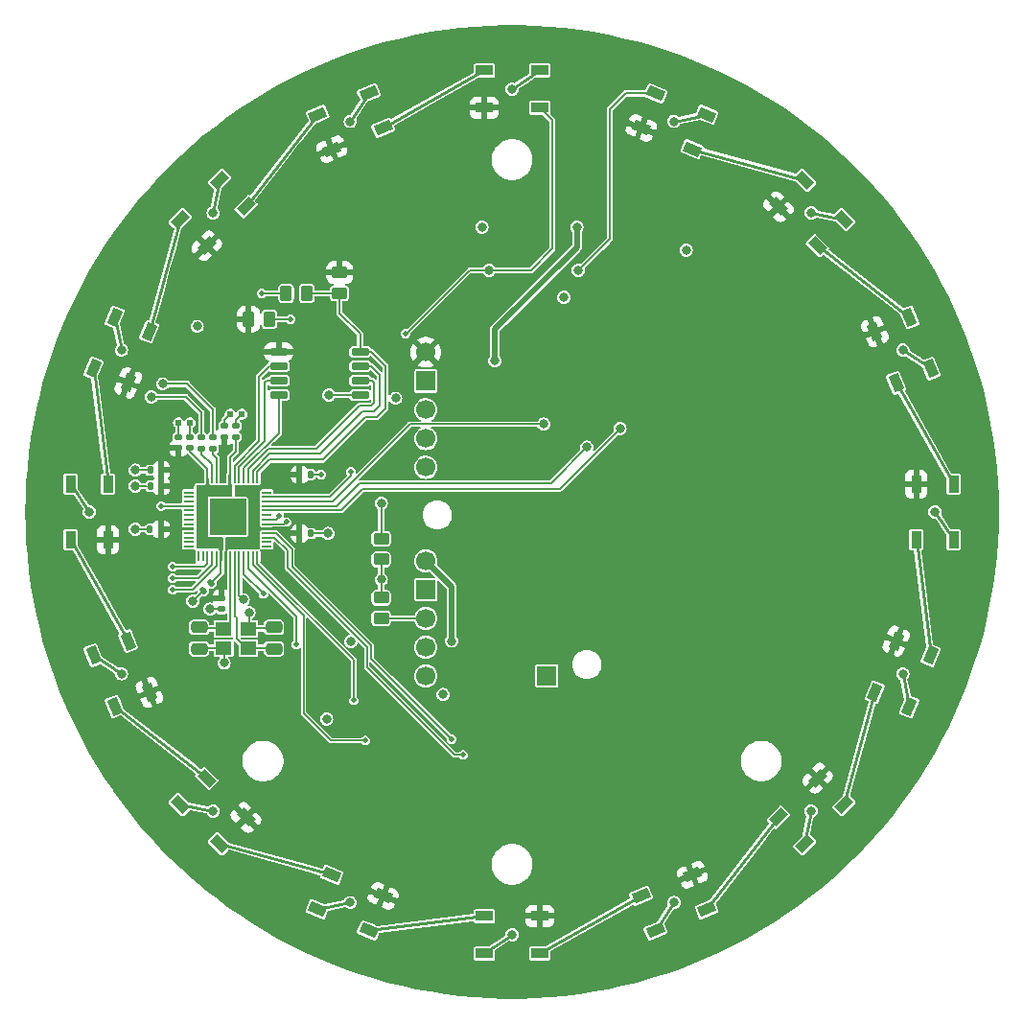
<source format=gbr>
%TF.GenerationSoftware,KiCad,Pcbnew,7.0.7*%
%TF.CreationDate,2023-08-31T16:12:03-04:00*%
%TF.ProjectId,protopico,70726f74-6f70-4696-936f-2e6b69636164,rev?*%
%TF.SameCoordinates,Original*%
%TF.FileFunction,Copper,L4,Bot*%
%TF.FilePolarity,Positive*%
%FSLAX46Y46*%
G04 Gerber Fmt 4.6, Leading zero omitted, Abs format (unit mm)*
G04 Created by KiCad (PCBNEW 7.0.7) date 2023-08-31 16:12:03*
%MOMM*%
%LPD*%
G01*
G04 APERTURE LIST*
G04 Aperture macros list*
%AMRoundRect*
0 Rectangle with rounded corners*
0 $1 Rounding radius*
0 $2 $3 $4 $5 $6 $7 $8 $9 X,Y pos of 4 corners*
0 Add a 4 corners polygon primitive as box body*
4,1,4,$2,$3,$4,$5,$6,$7,$8,$9,$2,$3,0*
0 Add four circle primitives for the rounded corners*
1,1,$1+$1,$2,$3*
1,1,$1+$1,$4,$5*
1,1,$1+$1,$6,$7*
1,1,$1+$1,$8,$9*
0 Add four rect primitives between the rounded corners*
20,1,$1+$1,$2,$3,$4,$5,0*
20,1,$1+$1,$4,$5,$6,$7,0*
20,1,$1+$1,$6,$7,$8,$9,0*
20,1,$1+$1,$8,$9,$2,$3,0*%
%AMRotRect*
0 Rectangle, with rotation*
0 The origin of the aperture is its center*
0 $1 length*
0 $2 width*
0 $3 Rotation angle, in degrees counterclockwise*
0 Add horizontal line*
21,1,$1,$2,0,0,$3*%
G04 Aperture macros list end*
%TA.AperFunction,SMDPad,CuDef*%
%ADD10R,1.400000X1.200000*%
%TD*%
%TA.AperFunction,SMDPad,CuDef*%
%ADD11RotRect,1.500000X0.900000X337.500000*%
%TD*%
%TA.AperFunction,SMDPad,CuDef*%
%ADD12RotRect,1.500000X0.900000X292.500000*%
%TD*%
%TA.AperFunction,SMDPad,CuDef*%
%ADD13RotRect,1.500000X0.900000X45.000000*%
%TD*%
%TA.AperFunction,SMDPad,CuDef*%
%ADD14RotRect,1.500000X0.900000X22.500000*%
%TD*%
%TA.AperFunction,SMDPad,CuDef*%
%ADD15RotRect,1.500000X0.900000X225.000000*%
%TD*%
%TA.AperFunction,SMDPad,CuDef*%
%ADD16RoundRect,0.250000X0.450000X-0.262500X0.450000X0.262500X-0.450000X0.262500X-0.450000X-0.262500X0*%
%TD*%
%TA.AperFunction,ComponentPad*%
%ADD17C,1.695450*%
%TD*%
%TA.AperFunction,ComponentPad*%
%ADD18R,1.695450X1.695450*%
%TD*%
%TA.AperFunction,SMDPad,CuDef*%
%ADD19R,0.900000X1.500000*%
%TD*%
%TA.AperFunction,SMDPad,CuDef*%
%ADD20RoundRect,0.250000X0.475000X-0.250000X0.475000X0.250000X-0.475000X0.250000X-0.475000X-0.250000X0*%
%TD*%
%TA.AperFunction,SMDPad,CuDef*%
%ADD21R,1.500000X0.900000*%
%TD*%
%TA.AperFunction,SMDPad,CuDef*%
%ADD22RoundRect,0.050000X0.387500X0.050000X-0.387500X0.050000X-0.387500X-0.050000X0.387500X-0.050000X0*%
%TD*%
%TA.AperFunction,SMDPad,CuDef*%
%ADD23RoundRect,0.050000X0.050000X0.387500X-0.050000X0.387500X-0.050000X-0.387500X0.050000X-0.387500X0*%
%TD*%
%TA.AperFunction,SMDPad,CuDef*%
%ADD24R,3.200000X3.200000*%
%TD*%
%TA.AperFunction,SMDPad,CuDef*%
%ADD25RoundRect,0.140000X0.170000X-0.140000X0.170000X0.140000X-0.170000X0.140000X-0.170000X-0.140000X0*%
%TD*%
%TA.AperFunction,SMDPad,CuDef*%
%ADD26RoundRect,0.140000X-0.170000X0.140000X-0.170000X-0.140000X0.170000X-0.140000X0.170000X0.140000X0*%
%TD*%
%TA.AperFunction,SMDPad,CuDef*%
%ADD27RoundRect,0.135000X-0.185000X0.135000X-0.185000X-0.135000X0.185000X-0.135000X0.185000X0.135000X0*%
%TD*%
%TA.AperFunction,SMDPad,CuDef*%
%ADD28RotRect,1.500000X0.900000X247.500000*%
%TD*%
%TA.AperFunction,SMDPad,CuDef*%
%ADD29RoundRect,0.250000X-0.475000X0.250000X-0.475000X-0.250000X0.475000X-0.250000X0.475000X0.250000X0*%
%TD*%
%TA.AperFunction,SMDPad,CuDef*%
%ADD30RoundRect,0.250000X0.262500X0.450000X-0.262500X0.450000X-0.262500X-0.450000X0.262500X-0.450000X0*%
%TD*%
%TA.AperFunction,SMDPad,CuDef*%
%ADD31RotRect,1.500000X0.900000X202.500000*%
%TD*%
%TA.AperFunction,SMDPad,CuDef*%
%ADD32RotRect,1.500000X0.900000X67.500000*%
%TD*%
%TA.AperFunction,SMDPad,CuDef*%
%ADD33RotRect,1.500000X0.900000X112.500000*%
%TD*%
%TA.AperFunction,SMDPad,CuDef*%
%ADD34RotRect,1.500000X0.900000X157.500000*%
%TD*%
%TA.AperFunction,SMDPad,CuDef*%
%ADD35RoundRect,0.250000X-0.450000X0.262500X-0.450000X-0.262500X0.450000X-0.262500X0.450000X0.262500X0*%
%TD*%
%TA.AperFunction,SMDPad,CuDef*%
%ADD36RoundRect,0.140000X-0.140000X-0.170000X0.140000X-0.170000X0.140000X0.170000X-0.140000X0.170000X0*%
%TD*%
%TA.AperFunction,SMDPad,CuDef*%
%ADD37RotRect,1.500000X0.900000X315.000000*%
%TD*%
%TA.AperFunction,SMDPad,CuDef*%
%ADD38RoundRect,0.140000X0.140000X0.170000X-0.140000X0.170000X-0.140000X-0.170000X0.140000X-0.170000X0*%
%TD*%
%TA.AperFunction,SMDPad,CuDef*%
%ADD39RoundRect,0.150000X0.650000X0.150000X-0.650000X0.150000X-0.650000X-0.150000X0.650000X-0.150000X0*%
%TD*%
%TA.AperFunction,SMDPad,CuDef*%
%ADD40RotRect,1.500000X0.900000X135.000000*%
%TD*%
%TA.AperFunction,SMDPad,CuDef*%
%ADD41RoundRect,0.140000X-0.021213X0.219203X-0.219203X0.021213X0.021213X-0.219203X0.219203X-0.021213X0*%
%TD*%
%TA.AperFunction,ViaPad*%
%ADD42C,0.812800*%
%TD*%
%TA.AperFunction,ViaPad*%
%ADD43C,0.609600*%
%TD*%
%TA.AperFunction,ViaPad*%
%ADD44C,0.500000*%
%TD*%
%TA.AperFunction,Conductor*%
%ADD45C,0.508000*%
%TD*%
%TA.AperFunction,Conductor*%
%ADD46C,0.177800*%
%TD*%
%TA.AperFunction,Conductor*%
%ADD47C,0.254000*%
%TD*%
%TA.AperFunction,Conductor*%
%ADD48C,0.127000*%
%TD*%
%TA.AperFunction,Conductor*%
%ADD49C,0.200000*%
%TD*%
G04 APERTURE END LIST*
D10*
%TO.P,Y1,1,1*%
%TO.N,XOUT*%
X124376000Y-110148000D03*
%TO.P,Y1,2,2*%
%TO.N,GND*%
X126576000Y-110148000D03*
%TO.P,Y1,3,3*%
%TO.N,XIN*%
X126576000Y-111848000D03*
%TO.P,Y1,4,4*%
%TO.N,GND*%
X124376000Y-111848000D03*
%TD*%
D11*
%TO.P,D16,1,VDD*%
%TO.N,+3.3V*%
X161253701Y-65913013D03*
%TO.P,D16,2,DOUT*%
%TO.N,Ring DOUT*%
X162516557Y-62864210D03*
%TO.P,D16,3,VSS*%
%TO.N,GND*%
X167043567Y-64739359D03*
%TO.P,D16,4,DIN*%
%TO.N,Net-(D15-DOUT)*%
X165780711Y-67788162D03*
%TD*%
D12*
%TO.P,D14,1,VDD*%
%TO.N,+3.3V*%
X181893838Y-83901289D03*
%TO.P,D14,2,DOUT*%
%TO.N,Net-(D14-DOUT)*%
X184942641Y-82638433D03*
%TO.P,D14,3,VSS*%
%TO.N,GND*%
X186817790Y-87165443D03*
%TO.P,D14,4,DIN*%
%TO.N,Net-(D13-DOUT)*%
X183768987Y-88428299D03*
%TD*%
D13*
%TO.P,D3,1,VDD*%
%TO.N,+3.3V*%
X122892362Y-76319185D03*
%TO.P,D3,2,DOUT*%
%TO.N,Net-(D3-DOUT)*%
X120558909Y-73985732D03*
%TO.P,D3,3,VSS*%
%TO.N,GND*%
X124023732Y-70520909D03*
%TO.P,D3,4,DIN*%
%TO.N,Net-(D2-DOUT)*%
X126357185Y-72854362D03*
%TD*%
D14*
%TO.P,D2,1,VDD*%
%TO.N,+3.3V*%
X133939289Y-67788162D03*
%TO.P,D2,2,DOUT*%
%TO.N,Net-(D2-DOUT)*%
X132676433Y-64739359D03*
%TO.P,D2,3,VSS*%
%TO.N,GND*%
X137203443Y-62864210D03*
%TO.P,D2,4,DIN*%
%TO.N,Net-(D1-DOUT)*%
X138466299Y-65913013D03*
%TD*%
D15*
%TO.P,D11,1,VDD*%
%TO.N,+3.3V*%
X176827638Y-123324815D03*
%TO.P,D11,2,DOUT*%
%TO.N,Net-(D11-DOUT)*%
X179161091Y-125658268D03*
%TO.P,D11,3,VSS*%
%TO.N,GND*%
X175696268Y-129123091D03*
%TO.P,D11,4,DIN*%
%TO.N,Net-(D10-DOUT)*%
X173362815Y-126789638D03*
%TD*%
D16*
%TO.P,R7,1*%
%TO.N,+BATT*%
X138303000Y-109220000D03*
%TO.P,R7,2*%
%TO.N,VSENSE*%
X138303000Y-107395000D03*
%TD*%
D17*
%TO.P,VR2,1,PG*%
%TO.N,5V_PG*%
X142240000Y-114300000D03*
%TO.P,VR2,2,EN*%
%TO.N,unconnected-(VR2-EN-Pad2)*%
X142240000Y-111760000D03*
%TO.P,VR2,3,VIN*%
%TO.N,+BATT*%
X142240000Y-109220000D03*
D18*
%TO.P,VR2,4,GND*%
%TO.N,GND*%
X142240000Y-106680000D03*
D17*
%TO.P,VR2,5,VOUT*%
%TO.N,+5V*%
X142240000Y-104140000D03*
D18*
%TO.P,VR2,6,GND*%
%TO.N,GND*%
X152908000Y-114300000D03*
%TD*%
D19*
%TO.P,D5,1,VDD*%
%TO.N,+3.3V*%
X114172000Y-102272000D03*
%TO.P,D5,2,DOUT*%
%TO.N,Net-(D5-DOUT)*%
X110872000Y-102272000D03*
%TO.P,D5,3,VSS*%
%TO.N,GND*%
X110872000Y-97372000D03*
%TO.P,D5,4,DIN*%
%TO.N,Net-(D4-DOUT)*%
X114172000Y-97372000D03*
%TD*%
D20*
%TO.P,C14,1*%
%TO.N,GND*%
X122212000Y-111910000D03*
%TO.P,C14,2*%
%TO.N,XOUT*%
X122212000Y-110010000D03*
%TD*%
D17*
%TO.P,VR1,1,PG*%
%TO.N,unconnected-(VR1-PG-Pad1)*%
X142240000Y-95885000D03*
%TO.P,VR1,2,EN*%
%TO.N,5V_PG*%
X142240000Y-93345000D03*
%TO.P,VR1,3,VIN*%
%TO.N,/3V3_IN*%
X142240000Y-90805000D03*
D18*
%TO.P,VR1,4,GND*%
%TO.N,GND*%
X142240000Y-88265000D03*
D17*
%TO.P,VR1,5,VOUT*%
%TO.N,+3.3V*%
X142240000Y-85725000D03*
%TD*%
D21*
%TO.P,D1,1,VDD*%
%TO.N,+3.3V*%
X147410000Y-64134000D03*
%TO.P,D1,2,DOUT*%
%TO.N,Net-(D1-DOUT)*%
X147410000Y-60834000D03*
%TO.P,D1,3,VSS*%
%TO.N,GND*%
X152310000Y-60834000D03*
%TO.P,D1,4,DIN*%
%TO.N,Ring DIN*%
X152310000Y-64134000D03*
%TD*%
D22*
%TO.P,U3,1,IOVDD*%
%TO.N,+3.3V*%
X128189500Y-97692000D03*
%TO.P,U3,2,GPIO0*%
%TO.N,unconnected-(U3-GPIO0-Pad2)*%
X128189500Y-98092000D03*
%TO.P,U3,3,GPIO1*%
%TO.N,Ring DIN*%
X128189500Y-98492000D03*
%TO.P,U3,4,GPIO2*%
%TO.N,Face SCK_3.3*%
X128189500Y-98892000D03*
%TO.P,U3,5,GPIO3*%
%TO.N,Face TX_3.3*%
X128189500Y-99292000D03*
%TO.P,U3,6,GPIO4*%
%TO.N,Face CS_3.3*%
X128189500Y-99692000D03*
%TO.P,U3,7,GPIO5*%
%TO.N,unconnected-(U3-GPIO5-Pad7)*%
X128189500Y-100092000D03*
%TO.P,U3,8,GPIO6*%
%TO.N,SDA1*%
X128189500Y-100492000D03*
%TO.P,U3,9,GPIO7*%
%TO.N,SCL1*%
X128189500Y-100892000D03*
%TO.P,U3,10,IOVDD*%
%TO.N,+3.3V*%
X128189500Y-101292000D03*
%TO.P,U3,11,GPIO8*%
%TO.N,UART1 TX*%
X128189500Y-101692000D03*
%TO.P,U3,12,GPIO9*%
%TO.N,UART1 RX*%
X128189500Y-102092000D03*
%TO.P,U3,13,GPIO10*%
%TO.N,unconnected-(U3-GPIO10-Pad13)*%
X128189500Y-102492000D03*
%TO.P,U3,14,GPIO11*%
%TO.N,unconnected-(U3-GPIO11-Pad14)*%
X128189500Y-102892000D03*
D23*
%TO.P,U3,15,GPIO12*%
%TO.N,UART0 TX*%
X127352000Y-103729500D03*
%TO.P,U3,16,GPIO13*%
%TO.N,UART0 RX*%
X126952000Y-103729500D03*
%TO.P,U3,17,GPIO14*%
%TO.N,Fan Tach*%
X126552000Y-103729500D03*
%TO.P,U3,18,GPIO15*%
%TO.N,Fan PWM*%
X126152000Y-103729500D03*
%TO.P,U3,19,TESTEN*%
%TO.N,GND*%
X125752000Y-103729500D03*
%TO.P,U3,20,XIN*%
%TO.N,XIN*%
X125352000Y-103729500D03*
%TO.P,U3,21,XOUT*%
%TO.N,XOUT*%
X124952000Y-103729500D03*
%TO.P,U3,22,IOVDD*%
%TO.N,+3.3V*%
X124552000Y-103729500D03*
%TO.P,U3,23,DVDD*%
%TO.N,+1V1*%
X124152000Y-103729500D03*
%TO.P,U3,24,SWCLK*%
%TO.N,/Microcontroller/SWCLK*%
X123752000Y-103729500D03*
%TO.P,U3,25,SWD*%
%TO.N,/Microcontroller/SWD*%
X123352000Y-103729500D03*
%TO.P,U3,26,RUN*%
%TO.N,RUN*%
X122952000Y-103729500D03*
%TO.P,U3,27,GPIO16*%
%TO.N,unconnected-(U3-GPIO16-Pad27)*%
X122552000Y-103729500D03*
%TO.P,U3,28,GPIO17*%
%TO.N,unconnected-(U3-GPIO17-Pad28)*%
X122152000Y-103729500D03*
D22*
%TO.P,U3,29,GPIO18*%
%TO.N,unconnected-(U3-GPIO18-Pad29)*%
X121314500Y-102892000D03*
%TO.P,U3,30,GPIO19*%
%TO.N,unconnected-(U3-GPIO19-Pad30)*%
X121314500Y-102492000D03*
%TO.P,U3,31,GPIO20*%
%TO.N,unconnected-(U3-GPIO20-Pad31)*%
X121314500Y-102092000D03*
%TO.P,U3,32,GPIO21*%
%TO.N,unconnected-(U3-GPIO21-Pad32)*%
X121314500Y-101692000D03*
%TO.P,U3,33,IOVDD*%
%TO.N,+3.3V*%
X121314500Y-101292000D03*
%TO.P,U3,34,GPIO22*%
%TO.N,unconnected-(U3-GPIO22-Pad34)*%
X121314500Y-100892000D03*
%TO.P,U3,35,GPIO23*%
%TO.N,unconnected-(U3-GPIO23-Pad35)*%
X121314500Y-100492000D03*
%TO.P,U3,36,GPIO24*%
%TO.N,unconnected-(U3-GPIO24-Pad36)*%
X121314500Y-100092000D03*
%TO.P,U3,37,GPIO25*%
%TO.N,unconnected-(U3-GPIO25-Pad37)*%
X121314500Y-99692000D03*
%TO.P,U3,38,GPIO26_ADC0*%
%TO.N,VSENSE*%
X121314500Y-99292000D03*
%TO.P,U3,39,GPIO27_ADC1*%
%TO.N,unconnected-(U3-GPIO27_ADC1-Pad39)*%
X121314500Y-98892000D03*
%TO.P,U3,40,GPIO28_ADC2*%
%TO.N,unconnected-(U3-GPIO28_ADC2-Pad40)*%
X121314500Y-98492000D03*
%TO.P,U3,41,GPIO29_ADC3*%
%TO.N,unconnected-(U3-GPIO29_ADC3-Pad41)*%
X121314500Y-98092000D03*
%TO.P,U3,42,IOVDD*%
%TO.N,+3.3V*%
X121314500Y-97692000D03*
D23*
%TO.P,U3,43,ADC_AVDD*%
X122152000Y-96854500D03*
%TO.P,U3,44,VREG_IN*%
X122552000Y-96854500D03*
%TO.P,U3,45,VREG_VOUT*%
%TO.N,+1V1*%
X122952000Y-96854500D03*
%TO.P,U3,46,USB_DM*%
%TO.N,Net-(U3-USB_DM)*%
X123352000Y-96854500D03*
%TO.P,U3,47,USB_DP*%
%TO.N,Net-(U3-USB_DP)*%
X123752000Y-96854500D03*
%TO.P,U3,48,USB_VDD*%
%TO.N,+3.3V*%
X124152000Y-96854500D03*
%TO.P,U3,49,IOVDD*%
X124552000Y-96854500D03*
%TO.P,U3,50,DVDD*%
%TO.N,+1V1*%
X124952000Y-96854500D03*
%TO.P,U3,51,QSPI_SD3*%
%TO.N,/Microcontroller/SIO3*%
X125352000Y-96854500D03*
%TO.P,U3,52,QSPI_SCLK*%
%TO.N,/Microcontroller/SIO_CLK*%
X125752000Y-96854500D03*
%TO.P,U3,53,QSPI_SD0*%
%TO.N,/Microcontroller/SIO0*%
X126152000Y-96854500D03*
%TO.P,U3,54,QSPI_SD2*%
%TO.N,/Microcontroller/SIO2*%
X126552000Y-96854500D03*
%TO.P,U3,55,QSPI_SD1*%
%TO.N,/Microcontroller/SIO1*%
X126952000Y-96854500D03*
%TO.P,U3,56,QSPI_SS*%
%TO.N,/Microcontroller/SIO_~{CS}*%
X127352000Y-96854500D03*
D24*
%TO.P,U3,57,GND*%
%TO.N,GND*%
X124752000Y-100292000D03*
%TD*%
D19*
%TO.P,D13,1,VDD*%
%TO.N,+3.3V*%
X185548000Y-97372000D03*
%TO.P,D13,2,DOUT*%
%TO.N,Net-(D13-DOUT)*%
X188848000Y-97372000D03*
%TO.P,D13,3,VSS*%
%TO.N,GND*%
X188848000Y-102272000D03*
%TO.P,D13,4,DIN*%
%TO.N,Net-(D12-DOUT)*%
X185548000Y-102272000D03*
%TD*%
D25*
%TO.P,C3,1*%
%TO.N,+3.3V*%
X124460000Y-93190000D03*
%TO.P,C3,2*%
%TO.N,GND*%
X124460000Y-92230000D03*
%TD*%
%TO.P,C4,1*%
%TO.N,+1V1*%
X121412000Y-94178000D03*
%TO.P,C4,2*%
%TO.N,GND*%
X121412000Y-93218000D03*
%TD*%
D26*
%TO.P,C11,1*%
%TO.N,+3.3V*%
X124206000Y-107442000D03*
%TO.P,C11,2*%
%TO.N,GND*%
X124206000Y-108402000D03*
%TD*%
D21*
%TO.P,D9,1,VDD*%
%TO.N,+3.3V*%
X152310000Y-135510000D03*
%TO.P,D9,2,DOUT*%
%TO.N,Net-(D10-DIN)*%
X152310000Y-138810000D03*
%TO.P,D9,3,VSS*%
%TO.N,GND*%
X147410000Y-138810000D03*
%TO.P,D9,4,DIN*%
%TO.N,Net-(D8-DOUT)*%
X147410000Y-135510000D03*
%TD*%
D27*
%TO.P,R5,1*%
%TO.N,D-*%
X122428000Y-93216000D03*
%TO.P,R5,2*%
%TO.N,Net-(U3-USB_DM)*%
X122428000Y-94236000D03*
%TD*%
D28*
%TO.P,D12,1,VDD*%
%TO.N,+3.3V*%
X183768987Y-111215701D03*
%TO.P,D12,2,DOUT*%
%TO.N,Net-(D12-DOUT)*%
X186817790Y-112478557D03*
%TO.P,D12,3,VSS*%
%TO.N,GND*%
X184942641Y-117005567D03*
%TO.P,D12,4,DIN*%
%TO.N,Net-(D11-DOUT)*%
X181893838Y-115742711D03*
%TD*%
D29*
%TO.P,C13,1*%
%TO.N,GND*%
X128816000Y-110010000D03*
%TO.P,C13,2*%
%TO.N,XIN*%
X128816000Y-111910000D03*
%TD*%
D30*
%TO.P,R2,1*%
%TO.N,/Microcontroller/SIO_~{CS}*%
X131722500Y-80518000D03*
%TO.P,R2,2*%
%TO.N,Net-(R2-Pad2)*%
X129897500Y-80518000D03*
%TD*%
D25*
%TO.P,C5,1*%
%TO.N,+3.3V*%
X120396000Y-94178000D03*
%TO.P,C5,2*%
%TO.N,GND*%
X120396000Y-93218000D03*
%TD*%
D31*
%TO.P,D10,1,VDD*%
%TO.N,+3.3V*%
X165780711Y-131855838D03*
%TO.P,D10,2,DOUT*%
%TO.N,Net-(D10-DOUT)*%
X167043567Y-134904641D03*
%TO.P,D10,3,VSS*%
%TO.N,GND*%
X162516557Y-136779790D03*
%TO.P,D10,4,DIN*%
%TO.N,Net-(D10-DIN)*%
X161253701Y-133730987D03*
%TD*%
D32*
%TO.P,D4,1,VDD*%
%TO.N,+3.3V*%
X115951013Y-88428299D03*
%TO.P,D4,2,DOUT*%
%TO.N,Net-(D4-DOUT)*%
X112902210Y-87165443D03*
%TO.P,D4,3,VSS*%
%TO.N,GND*%
X114777359Y-82638433D03*
%TO.P,D4,4,DIN*%
%TO.N,Net-(D3-DOUT)*%
X117826162Y-83901289D03*
%TD*%
D25*
%TO.P,C2,1*%
%TO.N,+1V1*%
X125476000Y-93190000D03*
%TO.P,C2,2*%
%TO.N,GND*%
X125476000Y-92230000D03*
%TD*%
D30*
%TO.P,R3,1*%
%TO.N,RUN*%
X128420500Y-82804000D03*
%TO.P,R3,2*%
%TO.N,+3.3V*%
X126595500Y-82804000D03*
%TD*%
D33*
%TO.P,D6,1,VDD*%
%TO.N,+3.3V*%
X117826162Y-115742711D03*
%TO.P,D6,2,DOUT*%
%TO.N,Net-(D6-DOUT)*%
X114777359Y-117005567D03*
%TO.P,D6,3,VSS*%
%TO.N,GND*%
X112902210Y-112478557D03*
%TO.P,D6,4,DIN*%
%TO.N,Net-(D5-DOUT)*%
X115951013Y-111215701D03*
%TD*%
D34*
%TO.P,D8,1,VDD*%
%TO.N,+3.3V*%
X138466299Y-133730987D03*
%TO.P,D8,2,DOUT*%
%TO.N,Net-(D8-DOUT)*%
X137203443Y-136779790D03*
%TO.P,D8,3,VSS*%
%TO.N,GND*%
X132676433Y-134904641D03*
%TO.P,D8,4,DIN*%
%TO.N,Net-(D7-DOUT)*%
X133939289Y-131855838D03*
%TD*%
D35*
%TO.P,R1,1*%
%TO.N,+3.3V*%
X134620000Y-78693000D03*
%TO.P,R1,2*%
%TO.N,/Microcontroller/SIO_~{CS}*%
X134620000Y-80518000D03*
%TD*%
D36*
%TO.P,C9,1*%
%TO.N,+3.3V*%
X131092000Y-101727000D03*
%TO.P,C9,2*%
%TO.N,GND*%
X132052000Y-101727000D03*
%TD*%
D37*
%TO.P,D15,1,VDD*%
%TO.N,+3.3V*%
X173362815Y-72854362D03*
%TO.P,D15,2,DOUT*%
%TO.N,Net-(D15-DOUT)*%
X175696268Y-70520909D03*
%TO.P,D15,3,VSS*%
%TO.N,GND*%
X179161091Y-73985732D03*
%TO.P,D15,4,DIN*%
%TO.N,Net-(D14-DOUT)*%
X176827638Y-76319185D03*
%TD*%
D38*
%TO.P,C7,1*%
%TO.N,+3.3V*%
X118872000Y-96139000D03*
%TO.P,C7,2*%
%TO.N,GND*%
X117912000Y-96139000D03*
%TD*%
D39*
%TO.P,U2,1,~{CS}*%
%TO.N,/Microcontroller/SIO_~{CS}*%
X136442000Y-85687000D03*
%TO.P,U2,2,DO(IO1)*%
%TO.N,/Microcontroller/SIO1*%
X136442000Y-86957000D03*
%TO.P,U2,3,IO2*%
%TO.N,/Microcontroller/SIO2*%
X136442000Y-88227000D03*
%TO.P,U2,4,GND*%
%TO.N,GND*%
X136442000Y-89497000D03*
%TO.P,U2,5,DI(IO0)*%
%TO.N,/Microcontroller/SIO0*%
X129242000Y-89497000D03*
%TO.P,U2,6,CLK*%
%TO.N,/Microcontroller/SIO_CLK*%
X129242000Y-88227000D03*
%TO.P,U2,7,IO3*%
%TO.N,/Microcontroller/SIO3*%
X129242000Y-86957000D03*
%TO.P,U2,8,VCC*%
%TO.N,+3.3V*%
X129242000Y-85687000D03*
%TD*%
D36*
%TO.P,C6,1*%
%TO.N,+3.3V*%
X131092000Y-96520000D03*
%TO.P,C6,2*%
%TO.N,GND*%
X132052000Y-96520000D03*
%TD*%
D40*
%TO.P,D7,1,VDD*%
%TO.N,+3.3V*%
X126357185Y-126789638D03*
%TO.P,D7,2,DOUT*%
%TO.N,Net-(D7-DOUT)*%
X124023732Y-129123091D03*
%TO.P,D7,3,VSS*%
%TO.N,GND*%
X120558909Y-125658268D03*
%TO.P,D7,4,DIN*%
%TO.N,Net-(D6-DOUT)*%
X122892362Y-123324815D03*
%TD*%
D16*
%TO.P,R6,1*%
%TO.N,VSENSE*%
X138303000Y-104013000D03*
%TO.P,R6,2*%
%TO.N,GND*%
X138303000Y-102188000D03*
%TD*%
D38*
%TO.P,C8,1*%
%TO.N,+3.3V*%
X118872000Y-97536000D03*
%TO.P,C8,2*%
%TO.N,GND*%
X117912000Y-97536000D03*
%TD*%
%TO.P,C10,1*%
%TO.N,+3.3V*%
X118844000Y-101346000D03*
%TO.P,C10,2*%
%TO.N,GND*%
X117884000Y-101346000D03*
%TD*%
D41*
%TO.P,C12,1*%
%TO.N,+1V1*%
X123275411Y-106086589D03*
%TO.P,C12,2*%
%TO.N,GND*%
X122596589Y-106765411D03*
%TD*%
D27*
%TO.P,R4,1*%
%TO.N,D+*%
X123444000Y-93216000D03*
%TO.P,R4,2*%
%TO.N,Net-(U3-USB_DP)*%
X123444000Y-94236000D03*
%TD*%
D42*
%TO.N,+5V*%
X144526000Y-111215000D03*
%TO.N,GND*%
X135571366Y-134317814D03*
X123458047Y-126223953D03*
X116586000Y-101346000D03*
X184355814Y-114110634D03*
X123458047Y-73420047D03*
X176261953Y-126223953D03*
X187198000Y-99822000D03*
X126614000Y-108712000D03*
X115364186Y-85533366D03*
X138303000Y-99060000D03*
X121666000Y-107696000D03*
X184355814Y-85533366D03*
X164148634Y-65326186D03*
D43*
X120396000Y-91948000D03*
D42*
X124414000Y-113162000D03*
X135571366Y-65326186D03*
D43*
X124968000Y-91186000D03*
X125984000Y-91186000D03*
D42*
X116586000Y-97536000D03*
D44*
X132969000Y-96520000D03*
D42*
X133604000Y-101727000D03*
X112522000Y-99822000D03*
X176276000Y-73406000D03*
X116586000Y-96139000D03*
X126111000Y-107569000D03*
X124714000Y-100330000D03*
X149860000Y-62484000D03*
X123190000Y-108402000D03*
X133693000Y-89497000D03*
X115364186Y-114110634D03*
X164148634Y-134317814D03*
X149860000Y-137160000D03*
D43*
X121412000Y-91948000D03*
D44*
%TO.N,Ring DIN*%
X135636000Y-96266000D03*
D42*
X147828000Y-78486000D03*
D44*
X140462000Y-84074000D03*
D42*
%TO.N,Ring DOUT*%
X155702000Y-78486000D03*
D44*
%TO.N,Fan Tach*%
X130810000Y-111506000D03*
%TO.N,Fan PWM*%
X127889000Y-107061000D03*
%TO.N,SDA1*%
X129286000Y-100203000D03*
%TO.N,SCL1*%
X129921000Y-100711000D03*
%TO.N,UART0 RX*%
X136906000Y-120015000D03*
%TO.N,UART0 TX*%
X135890000Y-116459000D03*
%TO.N,UART1 TX*%
X144526000Y-119888000D03*
%TO.N,UART1 RX*%
X145542000Y-121285000D03*
D42*
%TO.N,Face TX_3.3*%
X156464000Y-94107000D03*
%TO.N,Face SCK_3.3*%
X152654000Y-92075000D03*
%TO.N,Face CS_3.3*%
X159385000Y-92456000D03*
%TO.N,+5V*%
X135622860Y-111265140D03*
X154432000Y-80869000D03*
X133477000Y-118110000D03*
X165227000Y-76708000D03*
X147193000Y-74676000D03*
X143764000Y-115951000D03*
X122047000Y-83439000D03*
X139573000Y-89789000D03*
D44*
%TO.N,+3.3V*%
X124333000Y-106045000D03*
X128651000Y-96012000D03*
X124333000Y-95631000D03*
X137668000Y-96774000D03*
X121285000Y-96774000D03*
X129921000Y-101600000D03*
X127000000Y-99568000D03*
X125222000Y-102616000D03*
X118872000Y-102616000D03*
X129667000Y-97663000D03*
%TO.N,RUN*%
X130302000Y-82804000D03*
X119888000Y-104648000D03*
%TO.N,Net-(R2-Pad2)*%
X127762000Y-80518000D03*
D42*
%TO.N,+BATT*%
X148336000Y-86487000D03*
X155575000Y-74676000D03*
%TO.N,VSENSE*%
X138303000Y-105791000D03*
D44*
X118872000Y-99292000D03*
D42*
%TO.N,D-*%
X117983000Y-89662000D03*
%TO.N,D+*%
X118999000Y-88519000D03*
D44*
%TO.N,/Microcontroller/SWCLK*%
X119888000Y-106680000D03*
%TO.N,/Microcontroller/SWD*%
X119888000Y-105664000D03*
%TD*%
D45*
%TO.N,+5V*%
X144526000Y-111215000D02*
X144526000Y-106426000D01*
X144526000Y-106426000D02*
X142240000Y-104140000D01*
D46*
%TO.N,GND*%
X123190000Y-108402000D02*
X124206000Y-108402000D01*
X117630000Y-97536000D02*
X116586000Y-97536000D01*
D47*
X164148634Y-65326186D02*
X167043567Y-64739359D01*
D46*
X124460000Y-91694000D02*
X124460000Y-92230000D01*
X124968000Y-91186000D02*
X124460000Y-91694000D01*
D47*
X187198000Y-99822000D02*
X188848000Y-102272000D01*
D46*
X133693000Y-89497000D02*
X136442000Y-89497000D01*
D47*
X135571366Y-134317814D02*
X132676433Y-134904641D01*
D46*
X133604000Y-101727000D02*
X132052000Y-101727000D01*
X125752000Y-107210000D02*
X125752000Y-103729500D01*
X117658000Y-101346000D02*
X116586000Y-101346000D01*
X125984000Y-91186000D02*
X125476000Y-91694000D01*
X121412000Y-93246000D02*
X121412000Y-91948000D01*
D47*
X115364186Y-114110634D02*
X112902210Y-112478557D01*
X115364186Y-85533366D02*
X114777359Y-82638433D01*
D46*
X138303000Y-102188000D02*
X138303000Y-99060000D01*
D47*
X112522000Y-99822000D02*
X110872000Y-97372000D01*
X184355814Y-114110634D02*
X184942641Y-117005567D01*
D46*
X117912000Y-96139000D02*
X116586000Y-96139000D01*
D47*
X164148634Y-134317814D02*
X162516557Y-136779790D01*
D46*
X120396000Y-93218000D02*
X120396000Y-91948000D01*
D47*
X135571366Y-65326186D02*
X137203443Y-62864210D01*
D46*
X125476000Y-91694000D02*
X125476000Y-92230000D01*
D47*
X123458047Y-73420047D02*
X124023732Y-70520909D01*
D46*
X126614000Y-108712000D02*
X126614000Y-110110000D01*
X124414000Y-113162000D02*
X124414000Y-111810000D01*
X126111000Y-107569000D02*
X125752000Y-107210000D01*
X132969000Y-96520000D02*
X132052000Y-96520000D01*
X122596589Y-106765411D02*
X121666000Y-107696000D01*
D47*
X176261953Y-73420047D02*
X179161091Y-73985732D01*
X149860000Y-137160000D02*
X147410000Y-138810000D01*
D46*
X122312000Y-111810000D02*
X124414000Y-111810000D01*
X128716000Y-110110000D02*
X126614000Y-110110000D01*
D47*
X149860000Y-62484000D02*
X152310000Y-60834000D01*
X176261953Y-126223953D02*
X175696268Y-129123091D01*
X123458047Y-126223953D02*
X120558909Y-125658268D01*
X184355814Y-85533366D02*
X186817790Y-87165443D01*
%TO.N,Net-(D1-DOUT)*%
X147410000Y-60834000D02*
X138466299Y-65913013D01*
D48*
%TO.N,Ring DIN*%
X135636000Y-96266000D02*
X135636000Y-96647000D01*
D46*
X152310000Y-64134000D02*
X153416000Y-65240000D01*
X153416000Y-65240000D02*
X153416000Y-76581000D01*
D48*
X146113500Y-78486000D02*
X147828000Y-78486000D01*
D46*
X151511000Y-78486000D02*
X147828000Y-78486000D01*
X153416000Y-76581000D02*
X151511000Y-78486000D01*
D48*
X135636000Y-96647000D02*
X133791000Y-98492000D01*
X133791000Y-98492000D02*
X128189500Y-98492000D01*
X140462000Y-84137500D02*
X146113500Y-78486000D01*
D47*
%TO.N,Net-(D2-DOUT)*%
X132676433Y-64739359D02*
X126357185Y-72854361D01*
%TO.N,Net-(D3-DOUT)*%
X120558909Y-73985732D02*
X117826162Y-83901288D01*
%TO.N,Net-(D4-DOUT)*%
X112902210Y-87165443D02*
X114172000Y-97371999D01*
%TO.N,Net-(D11-DOUT)*%
X179161091Y-125658268D02*
X181893838Y-115742712D01*
%TO.N,Net-(D12-DOUT)*%
X186817790Y-112478557D02*
X185548000Y-102272001D01*
%TO.N,Net-(D6-DOUT)*%
X114777359Y-117005567D02*
X122892361Y-123324815D01*
%TO.N,Net-(D7-DOUT)*%
X124023732Y-129123091D02*
X133939288Y-131855838D01*
%TO.N,Net-(D8-DOUT)*%
X137203443Y-136779790D02*
X147409999Y-135510000D01*
D46*
%TO.N,Ring DOUT*%
X158496000Y-75692000D02*
X158496000Y-64262000D01*
X159893790Y-62864210D02*
X162516557Y-62864210D01*
X158496000Y-64262000D02*
X159893790Y-62864210D01*
X155702000Y-78486000D02*
X158496000Y-75692000D01*
D48*
%TO.N,Fan Tach*%
X130810000Y-111506000D02*
X130810000Y-109093000D01*
X130810000Y-109093000D02*
X126552000Y-104835000D01*
X126552000Y-104835000D02*
X126552000Y-103729500D01*
%TO.N,Fan PWM*%
X126152000Y-105324000D02*
X127889000Y-107061000D01*
X126152000Y-103729500D02*
X126152000Y-105324000D01*
%TO.N,SDA1*%
X128997000Y-100492000D02*
X128189500Y-100492000D01*
X129286000Y-100203000D02*
X128997000Y-100492000D01*
%TO.N,SCL1*%
X129740000Y-100892000D02*
X129921000Y-100711000D01*
X128189500Y-100892000D02*
X129740000Y-100892000D01*
%TO.N,UART0 RX*%
X126952000Y-104473000D02*
X126952000Y-103729500D01*
X136906000Y-120015000D02*
X133858000Y-120015000D01*
X133858000Y-120015000D02*
X131445000Y-117602000D01*
X131445000Y-117602000D02*
X131445000Y-108966000D01*
X131445000Y-108966000D02*
X126952000Y-104473000D01*
%TO.N,UART0 TX*%
X135890000Y-116459000D02*
X135890000Y-112903000D01*
X127352000Y-104365000D02*
X127352000Y-103729500D01*
X135890000Y-112903000D02*
X127352000Y-104365000D01*
%TO.N,UART1 TX*%
X130429000Y-103124000D02*
X128997000Y-101692000D01*
X137414000Y-111633000D02*
X130429000Y-104648000D01*
X128997000Y-101692000D02*
X128189500Y-101692000D01*
X137414000Y-112776000D02*
X137414000Y-111633000D01*
X130429000Y-104648000D02*
X130429000Y-103124000D01*
X144526000Y-119888000D02*
X137414000Y-112776000D01*
%TO.N,UART1 RX*%
X130048000Y-104775000D02*
X130048000Y-103251000D01*
X128889000Y-102092000D02*
X128189500Y-102092000D01*
X144780000Y-121285000D02*
X137033000Y-113538000D01*
X137033000Y-113538000D02*
X137033000Y-111760000D01*
X130048000Y-103251000D02*
X128889000Y-102092000D01*
X145542000Y-121285000D02*
X144780000Y-121285000D01*
X137033000Y-111760000D02*
X130048000Y-104775000D01*
%TO.N,Face TX_3.3*%
X153289000Y-97282000D02*
X136398000Y-97282000D01*
X156464000Y-94107000D02*
X153289000Y-97282000D01*
X136398000Y-97282000D02*
X134388000Y-99292000D01*
X134388000Y-99292000D02*
X128189500Y-99292000D01*
%TO.N,Face SCK_3.3*%
X152654000Y-92075000D02*
X140843000Y-92075000D01*
X140843000Y-92075000D02*
X134026000Y-98892000D01*
X134026000Y-98892000D02*
X128189500Y-98892000D01*
%TO.N,Face CS_3.3*%
X154051000Y-97790000D02*
X136652000Y-97790000D01*
X136652000Y-97790000D02*
X134750000Y-99692000D01*
X134750000Y-99692000D02*
X128189500Y-99692000D01*
X159385000Y-92456000D02*
X154051000Y-97790000D01*
D49*
%TO.N,+1V1*%
X125476000Y-94488000D02*
X124952000Y-95012000D01*
D46*
X124152000Y-105210000D02*
X124152000Y-103729500D01*
D49*
X124952000Y-95012000D02*
X124952000Y-96854500D01*
D46*
X123275411Y-106086589D02*
X124152000Y-105210000D01*
X121412000Y-94206000D02*
X121412000Y-94488000D01*
D49*
X125476000Y-93190000D02*
X125476000Y-94488000D01*
D46*
X122952000Y-96028000D02*
X122952000Y-96854500D01*
X121412000Y-94488000D02*
X122952000Y-96028000D01*
%TO.N,RUN*%
X130302000Y-82804000D02*
X128420500Y-82804000D01*
X122682000Y-104648000D02*
X122952000Y-104378000D01*
X119888000Y-104648000D02*
X122682000Y-104648000D01*
X122952000Y-104378000D02*
X122952000Y-103729500D01*
%TO.N,/Microcontroller/SIO3*%
X127508000Y-93588068D02*
X125352000Y-95744068D01*
X129242000Y-86957000D02*
X128435000Y-86957000D01*
X127508000Y-87884000D02*
X127508000Y-93588068D01*
X128435000Y-86957000D02*
X127508000Y-87884000D01*
X125352000Y-95744068D02*
X125352000Y-96854500D01*
%TO.N,/Microcontroller/SIO_CLK*%
X128181000Y-88227000D02*
X128016000Y-88392000D01*
X128016000Y-93582962D02*
X125752000Y-95846962D01*
X128016000Y-88392000D02*
X128016000Y-93582962D01*
X129242000Y-88227000D02*
X128181000Y-88227000D01*
X125752000Y-95846962D02*
X125752000Y-96854500D01*
%TO.N,/Microcontroller/SIO0*%
X126152000Y-95949856D02*
X129242000Y-92859856D01*
X126152000Y-96854500D02*
X126152000Y-95949856D01*
X129242000Y-92859856D02*
X129242000Y-89497000D01*
%TO.N,/Microcontroller/SIO2*%
X137668000Y-90170000D02*
X137668000Y-88392000D01*
X132600600Y-94221400D02*
X136398000Y-90424000D01*
X126552000Y-96052750D02*
X128383350Y-94221400D01*
X128383350Y-94221400D02*
X132600600Y-94221400D01*
X137503000Y-88227000D02*
X136442000Y-88227000D01*
X136398000Y-90424000D02*
X137414000Y-90424000D01*
X137668000Y-88392000D02*
X137503000Y-88227000D01*
X137414000Y-90424000D02*
X137668000Y-90170000D01*
X126552000Y-96854500D02*
X126552000Y-96052750D01*
%TO.N,/Microcontroller/SIO1*%
X136442000Y-86957000D02*
X137414000Y-86957000D01*
X128440106Y-94704000D02*
X126952000Y-96192106D01*
X138176000Y-90424000D02*
X137668000Y-90932000D01*
X136652000Y-90932000D02*
X132880000Y-94704000D01*
X137414000Y-86957000D02*
X138176000Y-87719000D01*
X126952000Y-96192106D02*
X126952000Y-96854500D01*
X137668000Y-90932000D02*
X136652000Y-90932000D01*
X132880000Y-94704000D02*
X128440106Y-94704000D01*
X138176000Y-87719000D02*
X138176000Y-90424000D01*
%TO.N,/Microcontroller/SIO_~{CS}*%
X128435000Y-95212000D02*
X133134000Y-95212000D01*
X127352000Y-96854500D02*
X127352000Y-96295000D01*
X138684000Y-90678000D02*
X138684000Y-86957000D01*
X138684000Y-86957000D02*
X137414000Y-85687000D01*
X127352000Y-96295000D02*
X128435000Y-95212000D01*
X136906000Y-91440000D02*
X137922000Y-91440000D01*
X137922000Y-91440000D02*
X138684000Y-90678000D01*
X133134000Y-95212000D02*
X136906000Y-91440000D01*
X134620000Y-80518000D02*
X131722500Y-80518000D01*
X134620000Y-82296000D02*
X134620000Y-80518000D01*
X136442000Y-84118000D02*
X134620000Y-82296000D01*
X137414000Y-85687000D02*
X136442000Y-85687000D01*
X136442000Y-85687000D02*
X136442000Y-84118000D01*
%TO.N,XIN*%
X126614000Y-111810000D02*
X128716000Y-111810000D01*
X125514000Y-109182000D02*
X125514000Y-111036000D01*
X125514000Y-111036000D02*
X126288000Y-111810000D01*
X125352000Y-103729500D02*
X125352000Y-109020000D01*
X125352000Y-109020000D02*
X125514000Y-109182000D01*
%TO.N,XOUT*%
X122312000Y-110110000D02*
X124414000Y-110110000D01*
X124952000Y-109572000D02*
X124414000Y-110110000D01*
X124952000Y-103729500D02*
X124952000Y-109572000D01*
%TO.N,Net-(R2-Pad2)*%
X127762000Y-80518000D02*
X129897500Y-80518000D01*
%TO.N,+BATT*%
X138303000Y-109220000D02*
X142240000Y-109220000D01*
D45*
X155575000Y-76454000D02*
X155575000Y-74676000D01*
X148336000Y-83693000D02*
X155575000Y-76454000D01*
X148336000Y-86487000D02*
X148336000Y-83693000D01*
D46*
%TO.N,VSENSE*%
X118872000Y-99292000D02*
X121314500Y-99292000D01*
X138303000Y-107395000D02*
X138303000Y-104013000D01*
X138303000Y-105791000D02*
X138303000Y-104013000D01*
D49*
%TO.N,D-*%
X117983000Y-89662000D02*
X121031000Y-89662000D01*
X122428000Y-91059000D02*
X122428000Y-93216000D01*
X121031000Y-89662000D02*
X122428000Y-91059000D01*
%TO.N,D+*%
X123444000Y-90805000D02*
X123444000Y-93216000D01*
X121158000Y-88519000D02*
X123444000Y-90805000D01*
X118999000Y-88519000D02*
X121158000Y-88519000D01*
D46*
%TO.N,/Microcontroller/SWCLK*%
X119888000Y-106680000D02*
X121655788Y-106680000D01*
X123752000Y-104583788D02*
X123752000Y-103729500D01*
X121655788Y-106680000D02*
X123752000Y-104583788D01*
%TO.N,/Microcontroller/SWD*%
X119888000Y-105664000D02*
X122168894Y-105664000D01*
X122168894Y-105664000D02*
X123352000Y-104480894D01*
X123352000Y-104480894D02*
X123352000Y-103729500D01*
D47*
%TO.N,Net-(D15-DOUT)*%
X175696268Y-70520909D02*
X165780712Y-67788162D01*
%TO.N,Net-(D14-DOUT)*%
X184942641Y-82638433D02*
X176827639Y-76319185D01*
%TO.N,Net-(D13-DOUT)*%
X188848000Y-97372000D02*
X183768987Y-88428299D01*
%TO.N,Net-(D5-DOUT)*%
X110872000Y-102272000D02*
X115951013Y-111215701D01*
%TO.N,Net-(D10-DOUT)*%
X167043567Y-134904641D02*
X173362815Y-126789639D01*
%TO.N,Net-(D10-DIN)*%
X152310000Y-138810000D02*
X161253701Y-133730987D01*
D46*
%TO.N,Net-(U3-USB_DP)*%
X123752000Y-95050000D02*
X123752000Y-96854500D01*
X123444000Y-94236000D02*
X123444000Y-94742000D01*
X123444000Y-94742000D02*
X123752000Y-95050000D01*
%TO.N,Net-(U3-USB_DM)*%
X123318700Y-96821200D02*
X123318700Y-95632700D01*
X123352000Y-96854500D02*
X123318700Y-96821200D01*
X122428000Y-94742000D02*
X122428000Y-94236000D01*
X123318700Y-95632700D02*
X122428000Y-94742000D01*
%TD*%
%TA.AperFunction,Conductor*%
%TO.N,+1V1*%
G36*
X123033193Y-96449506D02*
G01*
X123051499Y-96493700D01*
X123051499Y-96788725D01*
X123050298Y-96800917D01*
X123046264Y-96821199D01*
X123046264Y-96821200D01*
X123067003Y-96925459D01*
X123068942Y-96930139D01*
X123073700Y-96954057D01*
X123073700Y-97264484D01*
X123073701Y-97264488D01*
X123086945Y-97331076D01*
X123086947Y-97331080D01*
X123137402Y-97406592D01*
X123137404Y-97406594D01*
X123137405Y-97406595D01*
X123149422Y-97414624D01*
X123175999Y-97454396D01*
X123177200Y-97466591D01*
X123177200Y-97498000D01*
X124751999Y-97498000D01*
X124752000Y-97498000D01*
X124752000Y-97447076D01*
X124765894Y-97413530D01*
X124763175Y-97411714D01*
X124793174Y-97366816D01*
X124817054Y-97331078D01*
X124830300Y-97264487D01*
X124830299Y-96493699D01*
X124848605Y-96449506D01*
X124892799Y-96431200D01*
X125011200Y-96431200D01*
X125055394Y-96449506D01*
X125073700Y-96493700D01*
X125073700Y-97264484D01*
X125073701Y-97264488D01*
X125086945Y-97331076D01*
X125086947Y-97331080D01*
X125137404Y-97406594D01*
X125140091Y-97409281D01*
X125158400Y-97453474D01*
X125158400Y-98451200D01*
X125140094Y-98495394D01*
X125095900Y-98513700D01*
X123134436Y-98513700D01*
X123132932Y-98513849D01*
X123129867Y-98514000D01*
X122974000Y-98514000D01*
X122974000Y-98669854D01*
X122973850Y-98672916D01*
X122973700Y-98674440D01*
X122973700Y-101909561D01*
X122973849Y-101911066D01*
X122974000Y-101914130D01*
X122974000Y-102070000D01*
X123129856Y-102070000D01*
X123132921Y-102070151D01*
X123134432Y-102070298D01*
X123134439Y-102070300D01*
X124283101Y-102070299D01*
X124327294Y-102088605D01*
X124345600Y-102132799D01*
X124345600Y-103146181D01*
X124335067Y-103180904D01*
X124286946Y-103252920D01*
X124286945Y-103252922D01*
X124273700Y-103319512D01*
X124273701Y-104090300D01*
X124255395Y-104134494D01*
X124211201Y-104152800D01*
X124092800Y-104152800D01*
X124048606Y-104134494D01*
X124030300Y-104090300D01*
X124030299Y-103319515D01*
X124030299Y-103319513D01*
X124017054Y-103252922D01*
X123966595Y-103177405D01*
X123962240Y-103173050D01*
X123963232Y-103172058D01*
X123940399Y-103137878D01*
X123939200Y-103125692D01*
X123939200Y-103086000D01*
X122020500Y-103086000D01*
X121976306Y-103067694D01*
X121958000Y-103023500D01*
X121958000Y-97560500D01*
X121976306Y-97516306D01*
X122020500Y-97498000D01*
X122770800Y-97498000D01*
X122770800Y-97419260D01*
X122781334Y-97384536D01*
X122817054Y-97331078D01*
X122830300Y-97264487D01*
X122830299Y-96493699D01*
X122848605Y-96449506D01*
X122892799Y-96431200D01*
X122988999Y-96431200D01*
X123033193Y-96449506D01*
G37*
%TD.AperFunction*%
%TD*%
%TA.AperFunction,Conductor*%
%TO.N,+3.3V*%
G36*
X124695694Y-92954306D02*
G01*
X124714000Y-92998500D01*
X124714000Y-93976539D01*
X124732172Y-93975109D01*
X124889394Y-93929431D01*
X125030322Y-93846088D01*
X125091003Y-93785406D01*
X125135197Y-93767099D01*
X125179391Y-93785404D01*
X125197698Y-93829598D01*
X125197698Y-93829599D01*
X125197699Y-94346836D01*
X125179393Y-94391030D01*
X124794522Y-94775901D01*
X124785738Y-94782223D01*
X124786003Y-94782574D01*
X124781379Y-94786065D01*
X124751136Y-94819239D01*
X124750142Y-94820280D01*
X124736974Y-94833451D01*
X124736971Y-94833454D01*
X124734545Y-94836995D01*
X124731859Y-94840387D01*
X124711289Y-94862951D01*
X124711286Y-94862956D01*
X124706774Y-94874600D01*
X124700060Y-94887338D01*
X124693002Y-94897641D01*
X124693001Y-94897642D01*
X124686009Y-94927369D01*
X124684729Y-94931505D01*
X124673700Y-94959974D01*
X124673700Y-94972458D01*
X124672040Y-94986767D01*
X124669180Y-94998923D01*
X124673400Y-95029171D01*
X124673700Y-95033494D01*
X124673699Y-96380346D01*
X124668942Y-96404262D01*
X124660953Y-96423549D01*
X124660953Y-96423550D01*
X124646999Y-96493699D01*
X124646999Y-97236691D01*
X124636467Y-97271412D01*
X124626105Y-97286921D01*
X124586332Y-97313499D01*
X124574137Y-97314700D01*
X124092800Y-97314700D01*
X124048606Y-97296394D01*
X124030300Y-97252200D01*
X124030299Y-96444515D01*
X124030298Y-96444511D01*
X124029855Y-96442286D01*
X124020401Y-96394749D01*
X124019200Y-96382557D01*
X124019200Y-95082477D01*
X124020401Y-95070283D01*
X124024436Y-95050000D01*
X124003697Y-94945744D01*
X124003066Y-94944800D01*
X123959549Y-94879671D01*
X123944641Y-94857359D01*
X123944638Y-94857356D01*
X123927444Y-94845868D01*
X123917973Y-94838095D01*
X123805328Y-94725450D01*
X123787022Y-94681256D01*
X123805328Y-94637062D01*
X123809575Y-94633498D01*
X123889597Y-94553476D01*
X123889596Y-94553476D01*
X123889599Y-94553474D01*
X123936293Y-94453339D01*
X123942300Y-94407711D01*
X123942299Y-94064290D01*
X123936293Y-94018661D01*
X123928256Y-94001427D01*
X123926170Y-93953638D01*
X123958487Y-93918370D01*
X124006277Y-93916283D01*
X124016717Y-93921218D01*
X124030604Y-93929431D01*
X124187828Y-93975109D01*
X124187826Y-93975109D01*
X124206000Y-93976539D01*
X124206000Y-92998500D01*
X124224306Y-92954306D01*
X124268500Y-92936000D01*
X124651500Y-92936000D01*
X124695694Y-92954306D01*
G37*
%TD.AperFunction*%
%TA.AperFunction,Conductor*%
G36*
X151825684Y-56887474D02*
G01*
X153134109Y-56967390D01*
X154439487Y-57087170D01*
X155740606Y-57246703D01*
X157036254Y-57445842D01*
X158325227Y-57684400D01*
X159606325Y-57962156D01*
X160878357Y-58278851D01*
X162140139Y-58634191D01*
X163390498Y-59027845D01*
X164628270Y-59459448D01*
X165852304Y-59928597D01*
X167061462Y-60434856D01*
X168254618Y-60977754D01*
X169430664Y-61556787D01*
X170588503Y-62171415D01*
X171727061Y-62821067D01*
X172845277Y-63505138D01*
X173942111Y-64222993D01*
X175016544Y-64973962D01*
X176067575Y-65757349D01*
X177094227Y-66572424D01*
X178095544Y-67418428D01*
X179070596Y-68294576D01*
X180018476Y-69200051D01*
X180938301Y-70134012D01*
X181829216Y-71095589D01*
X182690392Y-72083889D01*
X183521028Y-73097992D01*
X184320352Y-74136954D01*
X185087619Y-75199809D01*
X185822117Y-76285569D01*
X186523161Y-77393223D01*
X187190100Y-78521741D01*
X187822314Y-79670073D01*
X188419213Y-80837151D01*
X188980244Y-82021890D01*
X189504884Y-83223187D01*
X189992645Y-84439924D01*
X190443073Y-85670971D01*
X190855749Y-86915181D01*
X191230290Y-88171397D01*
X191566347Y-89438452D01*
X191863607Y-90715165D01*
X192121794Y-92000350D01*
X192340667Y-93292811D01*
X192520024Y-94591345D01*
X192659697Y-95894745D01*
X192759557Y-97201799D01*
X192819510Y-98511290D01*
X192839500Y-99822000D01*
X192819510Y-101132710D01*
X192759557Y-102442201D01*
X192659697Y-103749255D01*
X192520024Y-105052655D01*
X192340667Y-106351189D01*
X192121794Y-107643650D01*
X191863607Y-108928835D01*
X191566347Y-110205548D01*
X191230290Y-111472603D01*
X190855749Y-112728819D01*
X190443073Y-113973029D01*
X189992645Y-115204076D01*
X189504884Y-116420813D01*
X188980244Y-117622110D01*
X188419213Y-118806849D01*
X187822314Y-119973927D01*
X187190100Y-121122259D01*
X186523161Y-122250777D01*
X185822117Y-123358431D01*
X185087619Y-124444191D01*
X184320352Y-125507046D01*
X183521028Y-126546008D01*
X182690392Y-127560111D01*
X181829216Y-128548411D01*
X180938301Y-129509988D01*
X180018476Y-130443949D01*
X179070596Y-131349424D01*
X178095544Y-132225572D01*
X177094227Y-133071576D01*
X176067575Y-133886651D01*
X175016544Y-134670038D01*
X173942111Y-135421007D01*
X172845277Y-136138862D01*
X171727061Y-136822933D01*
X170588503Y-137472585D01*
X169430664Y-138087213D01*
X168254618Y-138666246D01*
X167061462Y-139209144D01*
X165852304Y-139715403D01*
X164628270Y-140184552D01*
X163390498Y-140616155D01*
X162140139Y-141009809D01*
X160878357Y-141365149D01*
X159606325Y-141681844D01*
X158325227Y-141959600D01*
X157036254Y-142198158D01*
X155740606Y-142397297D01*
X154439487Y-142556830D01*
X153134109Y-142676610D01*
X151825684Y-142756526D01*
X150515431Y-142796502D01*
X149204569Y-142796502D01*
X147894316Y-142756526D01*
X146585891Y-142676610D01*
X145280513Y-142556830D01*
X143979394Y-142397297D01*
X142683746Y-142198158D01*
X141394773Y-141959600D01*
X140113675Y-141681844D01*
X138841643Y-141365149D01*
X137579861Y-141009809D01*
X136329502Y-140616155D01*
X135091730Y-140184552D01*
X133867696Y-139715403D01*
X132821939Y-139277558D01*
X146481700Y-139277558D01*
X146481701Y-139277562D01*
X146492044Y-139329567D01*
X146492045Y-139329569D01*
X146531453Y-139388547D01*
X146575584Y-139418035D01*
X146590429Y-139427954D01*
X146590431Y-139427955D01*
X146642439Y-139438300D01*
X148177560Y-139438299D01*
X148229569Y-139427955D01*
X148288547Y-139388547D01*
X148327955Y-139329569D01*
X148338300Y-139277561D01*
X148338300Y-139277558D01*
X151381700Y-139277558D01*
X151381701Y-139277562D01*
X151392044Y-139329567D01*
X151392045Y-139329569D01*
X151431453Y-139388547D01*
X151475584Y-139418035D01*
X151490429Y-139427954D01*
X151490431Y-139427955D01*
X151542439Y-139438300D01*
X153077560Y-139438299D01*
X153129569Y-139427955D01*
X153188547Y-139388547D01*
X153227955Y-139329569D01*
X153238300Y-139277561D01*
X153238299Y-138670305D01*
X153256605Y-138626112D01*
X153269932Y-138615960D01*
X156729956Y-136651057D01*
X161469647Y-136651057D01*
X161479991Y-136703063D01*
X161479991Y-136703064D01*
X161837844Y-137566997D01*
X161837848Y-137567005D01*
X161867307Y-137611094D01*
X161867310Y-137611097D01*
X161926284Y-137650502D01*
X161926286Y-137650503D01*
X161995854Y-137664341D01*
X161995855Y-137664341D01*
X161995856Y-137664341D01*
X162013191Y-137660892D01*
X162047863Y-137653996D01*
X163466130Y-137066530D01*
X163510221Y-137037070D01*
X163549629Y-136978092D01*
X163563467Y-136908523D01*
X163553122Y-136856515D01*
X163288533Y-136217742D01*
X163288533Y-136169907D01*
X163294178Y-136159299D01*
X164105893Y-134934833D01*
X164145568Y-134908113D01*
X164149827Y-134907402D01*
X164301264Y-134887465D01*
X164301264Y-134887464D01*
X164301271Y-134887464D01*
X164443507Y-134828548D01*
X164512109Y-134775908D01*
X165996657Y-134775908D01*
X166007001Y-134827914D01*
X166007001Y-134827915D01*
X166364854Y-135691848D01*
X166364858Y-135691856D01*
X166394317Y-135735945D01*
X166394320Y-135735948D01*
X166453294Y-135775353D01*
X166453296Y-135775354D01*
X166522864Y-135789192D01*
X166522865Y-135789192D01*
X166522866Y-135789192D01*
X166540201Y-135785743D01*
X166574873Y-135778847D01*
X167993140Y-135191381D01*
X168037231Y-135161921D01*
X168076639Y-135102943D01*
X168090477Y-135033374D01*
X168080132Y-134981366D01*
X167847743Y-134420333D01*
X167847743Y-134372499D01*
X167856168Y-134358025D01*
X171767484Y-129335223D01*
X174665947Y-129335223D01*
X174679784Y-129404790D01*
X174679786Y-129404795D01*
X174709241Y-129448878D01*
X174709244Y-129448881D01*
X174709245Y-129448883D01*
X175370476Y-130110112D01*
X175392521Y-130124843D01*
X175414565Y-130139573D01*
X175414566Y-130139573D01*
X175414567Y-130139574D01*
X175449351Y-130146493D01*
X175484135Y-130153412D01*
X175484136Y-130153412D01*
X175484137Y-130153412D01*
X175507325Y-130148799D01*
X175553705Y-130139574D01*
X175597796Y-130110114D01*
X176683289Y-129024619D01*
X176712751Y-128980528D01*
X176726589Y-128910959D01*
X176712751Y-128841390D01*
X176712750Y-128841388D01*
X176712749Y-128841386D01*
X176683294Y-128797303D01*
X176683289Y-128797297D01*
X176434402Y-128548411D01*
X176194394Y-128308404D01*
X176176089Y-128264211D01*
X176177245Y-128252249D01*
X176459590Y-126805231D01*
X176486019Y-126765363D01*
X176497006Y-126759464D01*
X176556826Y-126734687D01*
X176678966Y-126640966D01*
X176772687Y-126518826D01*
X176831603Y-126376590D01*
X176851698Y-126223953D01*
X176831603Y-126071316D01*
X176772687Y-125929081D01*
X176727660Y-125870400D01*
X178130770Y-125870400D01*
X178144607Y-125939967D01*
X178144609Y-125939972D01*
X178174064Y-125984055D01*
X178174067Y-125984058D01*
X178174068Y-125984060D01*
X178835299Y-126645289D01*
X178853386Y-126657375D01*
X178879388Y-126674750D01*
X178879389Y-126674750D01*
X178879390Y-126674751D01*
X178914174Y-126681670D01*
X178948958Y-126688589D01*
X178948959Y-126688589D01*
X178948960Y-126688589D01*
X178972148Y-126683976D01*
X179018528Y-126674751D01*
X179062619Y-126645291D01*
X180148112Y-125559796D01*
X180177574Y-125515705D01*
X180191412Y-125446136D01*
X180177574Y-125376567D01*
X180177573Y-125376565D01*
X180177572Y-125376563D01*
X180148117Y-125332480D01*
X180148112Y-125332474D01*
X179718719Y-124903083D01*
X179700413Y-124858889D01*
X179702659Y-124842283D01*
X179745575Y-124686566D01*
X181911775Y-116826682D01*
X181941165Y-116788943D01*
X181984221Y-116781992D01*
X182022571Y-116789621D01*
X182092140Y-116775783D01*
X182151118Y-116736375D01*
X182180579Y-116692285D01*
X182768043Y-115274018D01*
X182778389Y-115222009D01*
X182764551Y-115152440D01*
X182725143Y-115093462D01*
X182681053Y-115064001D01*
X181817114Y-114706147D01*
X181765105Y-114695801D01*
X181765104Y-114695801D01*
X181695536Y-114709638D01*
X181695534Y-114709639D01*
X181636557Y-114749047D01*
X181607099Y-114793132D01*
X181607094Y-114793142D01*
X181019632Y-116211404D01*
X181009287Y-116263413D01*
X181023124Y-116332981D01*
X181023125Y-116332983D01*
X181062533Y-116391960D01*
X181106618Y-116421418D01*
X181106620Y-116421419D01*
X181106623Y-116421421D01*
X181106628Y-116421423D01*
X181310051Y-116505684D01*
X181343875Y-116539508D01*
X181346387Y-116580032D01*
X179066364Y-124852915D01*
X179050304Y-124880503D01*
X178174072Y-125756737D01*
X178174068Y-125756742D01*
X178144608Y-125800829D01*
X178144607Y-125800832D01*
X178130770Y-125870399D01*
X178130770Y-125870400D01*
X176727660Y-125870400D01*
X176678966Y-125806940D01*
X176678964Y-125806939D01*
X176678964Y-125806938D01*
X176556827Y-125713220D01*
X176556826Y-125713219D01*
X176414590Y-125654303D01*
X176414587Y-125654302D01*
X176414586Y-125654302D01*
X176414583Y-125654301D01*
X176261955Y-125634208D01*
X176261951Y-125634208D01*
X176109322Y-125654301D01*
X176109312Y-125654304D01*
X175967084Y-125713217D01*
X175967081Y-125713218D01*
X175967081Y-125713219D01*
X175852900Y-125800832D01*
X175844940Y-125806940D01*
X175751217Y-125929084D01*
X175692304Y-126071312D01*
X175692301Y-126071322D01*
X175672208Y-126223951D01*
X175672208Y-126223954D01*
X175692301Y-126376583D01*
X175692302Y-126376586D01*
X175692303Y-126376590D01*
X175751219Y-126518826D01*
X175796245Y-126577505D01*
X175847386Y-126644154D01*
X175859766Y-126690359D01*
X175859144Y-126694170D01*
X175528862Y-128386869D01*
X175511713Y-128419094D01*
X174709249Y-129221560D01*
X174709245Y-129221565D01*
X174679785Y-129265652D01*
X174679784Y-129265655D01*
X174665947Y-129335222D01*
X174665947Y-129335223D01*
X171767484Y-129335223D01*
X172964567Y-127797962D01*
X173006163Y-127774341D01*
X173048603Y-127784397D01*
X173081112Y-127806120D01*
X173081113Y-127806120D01*
X173081114Y-127806121D01*
X173115898Y-127813040D01*
X173150682Y-127819959D01*
X173150683Y-127819959D01*
X173150684Y-127819959D01*
X173173872Y-127815346D01*
X173220252Y-127806121D01*
X173264343Y-127776661D01*
X174349836Y-126691166D01*
X174379298Y-126647075D01*
X174393136Y-126577506D01*
X174379298Y-126507937D01*
X174379297Y-126507935D01*
X174379296Y-126507933D01*
X174349841Y-126463850D01*
X174349836Y-126463844D01*
X173688609Y-125802619D01*
X173688605Y-125802616D01*
X173685931Y-125800829D01*
X173644517Y-125773155D01*
X173644514Y-125773154D01*
X173574948Y-125759317D01*
X173574946Y-125759317D01*
X173505379Y-125773154D01*
X173505374Y-125773156D01*
X173461291Y-125802611D01*
X173461285Y-125802616D01*
X172375796Y-126888107D01*
X172375792Y-126888112D01*
X172346332Y-126932199D01*
X172346331Y-126932202D01*
X172332494Y-127001769D01*
X172332494Y-127001770D01*
X172346331Y-127071337D01*
X172346333Y-127071342D01*
X172375788Y-127115425D01*
X172375793Y-127115431D01*
X172531490Y-127271127D01*
X172549796Y-127315321D01*
X172536608Y-127353721D01*
X167264246Y-134124342D01*
X167238852Y-134143684D01*
X166094000Y-134617897D01*
X166093992Y-134617901D01*
X166049903Y-134647360D01*
X166049900Y-134647363D01*
X166010495Y-134706337D01*
X166010494Y-134706339D01*
X165996657Y-134775907D01*
X165996657Y-134775908D01*
X164512109Y-134775908D01*
X164565647Y-134734827D01*
X164659368Y-134612687D01*
X164718284Y-134470451D01*
X164718575Y-134468239D01*
X164738379Y-134317815D01*
X164738379Y-134317812D01*
X164718285Y-134165183D01*
X164718284Y-134165181D01*
X164718284Y-134165177D01*
X164659368Y-134022942D01*
X164565647Y-133900801D01*
X164565645Y-133900800D01*
X164565645Y-133900799D01*
X164444332Y-133807713D01*
X164443507Y-133807080D01*
X164301271Y-133748164D01*
X164301268Y-133748163D01*
X164301267Y-133748163D01*
X164301264Y-133748162D01*
X164148636Y-133728069D01*
X164148632Y-133728069D01*
X163996003Y-133748162D01*
X163995993Y-133748165D01*
X163853765Y-133807078D01*
X163853762Y-133807079D01*
X163853762Y-133807080D01*
X163731621Y-133900801D01*
X163640089Y-134020090D01*
X163637898Y-134022945D01*
X163578985Y-134165173D01*
X163578982Y-134165183D01*
X163558889Y-134317812D01*
X163558889Y-134317815D01*
X163578982Y-134470444D01*
X163578983Y-134470447D01*
X163578984Y-134470451D01*
X163595430Y-134510155D01*
X163605547Y-134534581D01*
X163605546Y-134582416D01*
X163599897Y-134593031D01*
X162643634Y-136035546D01*
X162615459Y-136058755D01*
X161566990Y-136493046D01*
X161566982Y-136493050D01*
X161522893Y-136522509D01*
X161522890Y-136522512D01*
X161483485Y-136581486D01*
X161483484Y-136581488D01*
X161469647Y-136651056D01*
X161469647Y-136651057D01*
X156729956Y-136651057D01*
X160499900Y-134510154D01*
X160547367Y-134504249D01*
X160582728Y-134529779D01*
X160604453Y-134562293D01*
X160604454Y-134562294D01*
X160663428Y-134601699D01*
X160663430Y-134601700D01*
X160732998Y-134615538D01*
X160732999Y-134615538D01*
X160733000Y-134615538D01*
X160750334Y-134612089D01*
X160785007Y-134605193D01*
X162110588Y-134056119D01*
X162203267Y-134017730D01*
X162203268Y-134017729D01*
X162203274Y-134017727D01*
X162247365Y-133988267D01*
X162286773Y-133929289D01*
X162300611Y-133859720D01*
X162290266Y-133807712D01*
X162151917Y-133473709D01*
X161932413Y-132943779D01*
X161932409Y-132943771D01*
X161902950Y-132899682D01*
X161902947Y-132899679D01*
X161843973Y-132860274D01*
X161843971Y-132860273D01*
X161774404Y-132846436D01*
X161774402Y-132846436D01*
X161722396Y-132856780D01*
X161722395Y-132856780D01*
X160304134Y-133444243D01*
X160304126Y-133444247D01*
X160260037Y-133473706D01*
X160260034Y-133473709D01*
X160220629Y-133532683D01*
X160220628Y-133532685D01*
X160206791Y-133602253D01*
X160206791Y-133602254D01*
X160217134Y-133654256D01*
X160217135Y-133654259D01*
X160217136Y-133654262D01*
X160301398Y-133857691D01*
X160301398Y-133905525D01*
X160274519Y-133935955D01*
X152812488Y-138173548D01*
X152781625Y-138181700D01*
X151542441Y-138181700D01*
X151542437Y-138181701D01*
X151490432Y-138192044D01*
X151490428Y-138192046D01*
X151431453Y-138231453D01*
X151392045Y-138290429D01*
X151392044Y-138290431D01*
X151381700Y-138342438D01*
X151381700Y-139277558D01*
X148338300Y-139277558D01*
X148338299Y-138586158D01*
X148356605Y-138541965D01*
X148365879Y-138534324D01*
X149588725Y-137710776D01*
X149635603Y-137701274D01*
X149647549Y-137704874D01*
X149707363Y-137729650D01*
X149707367Y-137729650D01*
X149707369Y-137729651D01*
X149859998Y-137749745D01*
X149860000Y-137749745D01*
X149860002Y-137749745D01*
X150012630Y-137729651D01*
X150012630Y-137729650D01*
X150012637Y-137729650D01*
X150154873Y-137670734D01*
X150277013Y-137577013D01*
X150370734Y-137454873D01*
X150429650Y-137312637D01*
X150449745Y-137160000D01*
X150437439Y-137066530D01*
X150429651Y-137007369D01*
X150429650Y-137007367D01*
X150429650Y-137007363D01*
X150370734Y-136865128D01*
X150277013Y-136742987D01*
X150277011Y-136742986D01*
X150277011Y-136742985D01*
X150157207Y-136651057D01*
X150154873Y-136649266D01*
X150012637Y-136590350D01*
X150012634Y-136590349D01*
X150012633Y-136590349D01*
X150012630Y-136590348D01*
X149860002Y-136570255D01*
X149859998Y-136570255D01*
X149707369Y-136590348D01*
X149707359Y-136590351D01*
X149565131Y-136649264D01*
X149565128Y-136649265D01*
X149565128Y-136649266D01*
X149562794Y-136651057D01*
X149442987Y-136742987D01*
X149349264Y-136865131D01*
X149290351Y-137007359D01*
X149290348Y-137007369D01*
X149269730Y-137163983D01*
X149245813Y-137205410D01*
X149242678Y-137207665D01*
X147812212Y-138171040D01*
X147777299Y-138181700D01*
X146642441Y-138181700D01*
X146642437Y-138181701D01*
X146590432Y-138192044D01*
X146590428Y-138192046D01*
X146531453Y-138231453D01*
X146492045Y-138290429D01*
X146492044Y-138290431D01*
X146481700Y-138342438D01*
X146481700Y-139277558D01*
X132821939Y-139277558D01*
X132658538Y-139209144D01*
X131465382Y-138666246D01*
X130289336Y-138087213D01*
X129131497Y-137472585D01*
X128142941Y-136908523D01*
X136156533Y-136908523D01*
X136170370Y-136978091D01*
X136170371Y-136978093D01*
X136209779Y-137037070D01*
X136253864Y-137066528D01*
X136253866Y-137066529D01*
X136253869Y-137066531D01*
X137672136Y-137653995D01*
X137724145Y-137664341D01*
X137793714Y-137650503D01*
X137852692Y-137611095D01*
X137882153Y-137567005D01*
X138039670Y-137186724D01*
X138114539Y-137005974D01*
X138148363Y-136972150D01*
X138164562Y-136967870D01*
X146415404Y-135941389D01*
X146461518Y-135954099D01*
X146484417Y-135991218D01*
X146492044Y-136029567D01*
X146492046Y-136029571D01*
X146505241Y-136049318D01*
X146531453Y-136088547D01*
X146575584Y-136118035D01*
X146590429Y-136127954D01*
X146590431Y-136127955D01*
X146642439Y-136138300D01*
X148177560Y-136138299D01*
X148229569Y-136127955D01*
X148288547Y-136088547D01*
X148327955Y-136029569D01*
X148338300Y-135977561D01*
X148338300Y-135764000D01*
X151052000Y-135764000D01*
X151052000Y-136008597D01*
X151058505Y-136069095D01*
X151109552Y-136205959D01*
X151109555Y-136205963D01*
X151197096Y-136322903D01*
X151314036Y-136410444D01*
X151314040Y-136410447D01*
X151450904Y-136461494D01*
X151511402Y-136467999D01*
X151511416Y-136468000D01*
X152056000Y-136468000D01*
X152056000Y-135764000D01*
X152564000Y-135764000D01*
X152564000Y-136468000D01*
X153108584Y-136468000D01*
X153108597Y-136467999D01*
X153169095Y-136461494D01*
X153305959Y-136410447D01*
X153305963Y-136410444D01*
X153422903Y-136322903D01*
X153510444Y-136205963D01*
X153510447Y-136205959D01*
X153561494Y-136069095D01*
X153567999Y-136008597D01*
X153568000Y-136008584D01*
X153568000Y-135764000D01*
X152564000Y-135764000D01*
X152056000Y-135764000D01*
X151052000Y-135764000D01*
X148338300Y-135764000D01*
X148338299Y-135256000D01*
X151052000Y-135256000D01*
X152056000Y-135256000D01*
X152056000Y-134552000D01*
X152564000Y-134552000D01*
X152564000Y-135256000D01*
X153568000Y-135256000D01*
X153568000Y-135011415D01*
X153567999Y-135011402D01*
X153561494Y-134950904D01*
X153510447Y-134814040D01*
X153510444Y-134814036D01*
X153422903Y-134697096D01*
X153305963Y-134609555D01*
X153305959Y-134609552D01*
X153169095Y-134558505D01*
X153108597Y-134552000D01*
X152564000Y-134552000D01*
X152056000Y-134552000D01*
X151511402Y-134552000D01*
X151450904Y-134558505D01*
X151314040Y-134609552D01*
X151314036Y-134609555D01*
X151197096Y-134697096D01*
X151109555Y-134814036D01*
X151109552Y-134814040D01*
X151058505Y-134950904D01*
X151052000Y-135011402D01*
X151052000Y-135256000D01*
X148338299Y-135256000D01*
X148338299Y-135042440D01*
X148327955Y-134990431D01*
X148288547Y-134931453D01*
X148259058Y-134911749D01*
X148229570Y-134892045D01*
X148229568Y-134892044D01*
X148177561Y-134881700D01*
X146642441Y-134881700D01*
X146642437Y-134881701D01*
X146590432Y-134892044D01*
X146590428Y-134892046D01*
X146531453Y-134931453D01*
X146492045Y-134990429D01*
X146492044Y-134990431D01*
X146481700Y-135042438D01*
X146481700Y-135262628D01*
X146463394Y-135306822D01*
X146426916Y-135324650D01*
X137911243Y-136384078D01*
X137879609Y-136379799D01*
X137619235Y-136271949D01*
X136734750Y-135905585D01*
X136682741Y-135895239D01*
X136682740Y-135895239D01*
X136613172Y-135909076D01*
X136613170Y-135909077D01*
X136554193Y-135948485D01*
X136524735Y-135992570D01*
X136524735Y-135992571D01*
X136524733Y-135992573D01*
X136524733Y-135992575D01*
X136166879Y-136856514D01*
X136166879Y-136856516D01*
X136166878Y-136856519D01*
X136156533Y-136908523D01*
X128142941Y-136908523D01*
X127992939Y-136822933D01*
X126874723Y-136138862D01*
X125777889Y-135421007D01*
X125223291Y-135033374D01*
X131629523Y-135033374D01*
X131643360Y-135102942D01*
X131643361Y-135102944D01*
X131682769Y-135161921D01*
X131726854Y-135191379D01*
X131726856Y-135191380D01*
X131726859Y-135191382D01*
X133145126Y-135778846D01*
X133197135Y-135789192D01*
X133266704Y-135775354D01*
X133325682Y-135735946D01*
X133355143Y-135691856D01*
X133514629Y-135306822D01*
X133619731Y-135053083D01*
X133653555Y-135019259D01*
X133665054Y-135015747D01*
X135104845Y-134723890D01*
X135151794Y-134733051D01*
X135155279Y-134735538D01*
X135276493Y-134828548D01*
X135418729Y-134887464D01*
X135418733Y-134887464D01*
X135418735Y-134887465D01*
X135571364Y-134907559D01*
X135571366Y-134907559D01*
X135571368Y-134907559D01*
X135723996Y-134887465D01*
X135723996Y-134887464D01*
X135724003Y-134887464D01*
X135866239Y-134828548D01*
X135988379Y-134734827D01*
X136004926Y-134713263D01*
X138334352Y-134713263D01*
X138334353Y-134713264D01*
X138837492Y-134921672D01*
X138837491Y-134921672D01*
X138895874Y-134938814D01*
X138895879Y-134938815D01*
X139041857Y-134944029D01*
X139041866Y-134944028D01*
X139183400Y-134907903D01*
X139309032Y-134833363D01*
X139408571Y-134726451D01*
X139408572Y-134726450D01*
X139437734Y-134673044D01*
X139437742Y-134673027D01*
X139531338Y-134447068D01*
X139531337Y-134447067D01*
X138603763Y-134062854D01*
X138334352Y-134713263D01*
X136004926Y-134713263D01*
X136082100Y-134612687D01*
X136141016Y-134470451D01*
X136141307Y-134468239D01*
X136161111Y-134317815D01*
X136161111Y-134317812D01*
X136141017Y-134165183D01*
X136141016Y-134165181D01*
X136141016Y-134165177D01*
X136082100Y-134022942D01*
X135998949Y-133914576D01*
X137090897Y-133914576D01*
X137090898Y-133914585D01*
X137127023Y-134056119D01*
X137201563Y-134181751D01*
X137308475Y-134281290D01*
X137308476Y-134281291D01*
X137361882Y-134310453D01*
X137361899Y-134310461D01*
X137865022Y-134518862D01*
X138134429Y-133868449D01*
X137470700Y-133593523D01*
X138798167Y-133593523D01*
X139725740Y-133977736D01*
X139725741Y-133977736D01*
X139819343Y-133751763D01*
X139836485Y-133693380D01*
X139836486Y-133693375D01*
X139841700Y-133547397D01*
X139841699Y-133547388D01*
X139805574Y-133405854D01*
X139731034Y-133280222D01*
X139624122Y-133180683D01*
X139624121Y-133180682D01*
X139570715Y-133151520D01*
X139570698Y-133151512D01*
X139067575Y-132943110D01*
X138798167Y-133593523D01*
X137470700Y-133593523D01*
X137206856Y-133484235D01*
X137113253Y-133710215D01*
X137096112Y-133768593D01*
X137096111Y-133768598D01*
X137090897Y-133914576D01*
X135998949Y-133914576D01*
X135988379Y-133900801D01*
X135988377Y-133900800D01*
X135988377Y-133900799D01*
X135867064Y-133807713D01*
X135866239Y-133807080D01*
X135724003Y-133748164D01*
X135724000Y-133748163D01*
X135723999Y-133748163D01*
X135723996Y-133748162D01*
X135571368Y-133728069D01*
X135571364Y-133728069D01*
X135418735Y-133748162D01*
X135418725Y-133748165D01*
X135276497Y-133807078D01*
X135276494Y-133807079D01*
X135276494Y-133807080D01*
X135172794Y-133886651D01*
X135154353Y-133900801D01*
X135060630Y-134022944D01*
X135034068Y-134087070D01*
X135000243Y-134120895D01*
X134988743Y-134124406D01*
X133292550Y-134468239D01*
X133256216Y-134464728D01*
X132207740Y-134030436D01*
X132155731Y-134020090D01*
X132155730Y-134020090D01*
X132086162Y-134033927D01*
X132086160Y-134033928D01*
X132027183Y-134073336D01*
X131997725Y-134117421D01*
X131997725Y-134117422D01*
X131997723Y-134117424D01*
X131997723Y-134117426D01*
X131639869Y-134981365D01*
X131639869Y-134981367D01*
X131639868Y-134981370D01*
X131629523Y-135033374D01*
X125223291Y-135033374D01*
X124703456Y-134670038D01*
X123652425Y-133886651D01*
X122625773Y-133071576D01*
X122558698Y-133014905D01*
X137401258Y-133014905D01*
X138328833Y-133399120D01*
X138328834Y-133399119D01*
X138598244Y-132748709D01*
X138598243Y-132748708D01*
X138095105Y-132540301D01*
X138095106Y-132540301D01*
X138036723Y-132523159D01*
X138036718Y-132523158D01*
X137890740Y-132517944D01*
X137890731Y-132517945D01*
X137749197Y-132554070D01*
X137623565Y-132628610D01*
X137524026Y-132735522D01*
X137524025Y-132735523D01*
X137494863Y-132788929D01*
X137494855Y-132788947D01*
X137401258Y-133014905D01*
X122558698Y-133014905D01*
X121624456Y-132225572D01*
X120649404Y-131349424D01*
X119701524Y-130443949D01*
X118781699Y-129509988D01*
X118226690Y-128910959D01*
X122993411Y-128910959D01*
X123007248Y-128980526D01*
X123007250Y-128980531D01*
X123036705Y-129024614D01*
X123036707Y-129024616D01*
X123036709Y-129024619D01*
X124122204Y-130110112D01*
X124144249Y-130124843D01*
X124166293Y-130139573D01*
X124166294Y-130139573D01*
X124166295Y-130139574D01*
X124201079Y-130146493D01*
X124235863Y-130153412D01*
X124235864Y-130153412D01*
X124235865Y-130153412D01*
X124259053Y-130148799D01*
X124305433Y-130139574D01*
X124349524Y-130110114D01*
X124778916Y-129680718D01*
X124823109Y-129662413D01*
X124839713Y-129664658D01*
X132291454Y-131718374D01*
X132855314Y-131873775D01*
X132893056Y-131903166D01*
X132900007Y-131946222D01*
X132892378Y-131984570D01*
X132906216Y-132054139D01*
X132906217Y-132054141D01*
X132945625Y-132113118D01*
X132989710Y-132142576D01*
X132989712Y-132142577D01*
X132989715Y-132142579D01*
X134407982Y-132730043D01*
X134459991Y-132740389D01*
X134529560Y-132726551D01*
X134588538Y-132687143D01*
X134617999Y-132643053D01*
X134975853Y-131779114D01*
X134986199Y-131727105D01*
X134972361Y-131657536D01*
X134932953Y-131598558D01*
X134932952Y-131598557D01*
X134888867Y-131569099D01*
X134888857Y-131569094D01*
X133688589Y-131071928D01*
X148059500Y-131071928D01*
X148099720Y-131338773D01*
X148099722Y-131338782D01*
X148170766Y-131569099D01*
X148179262Y-131596641D01*
X148267134Y-131779108D01*
X148296349Y-131839774D01*
X148448358Y-132062732D01*
X148448361Y-132062735D01*
X148448365Y-132062741D01*
X148631915Y-132260561D01*
X148631919Y-132260564D01*
X148631922Y-132260567D01*
X148842888Y-132428808D01*
X148842892Y-132428810D01*
X148842898Y-132428815D01*
X149076602Y-132563743D01*
X149327805Y-132662334D01*
X149327807Y-132662334D01*
X149327811Y-132662336D01*
X149436496Y-132687142D01*
X149590897Y-132722383D01*
X149734466Y-132733141D01*
X149792619Y-132737500D01*
X149792624Y-132737500D01*
X149927381Y-132737500D01*
X149979520Y-132733592D01*
X150129103Y-132722383D01*
X150302040Y-132682911D01*
X150392188Y-132662336D01*
X150392190Y-132662335D01*
X150392195Y-132662334D01*
X150622566Y-132571919D01*
X164715670Y-132571919D01*
X164809261Y-132797864D01*
X164809275Y-132797895D01*
X164838437Y-132851301D01*
X164838438Y-132851302D01*
X164937977Y-132958214D01*
X165063609Y-133032754D01*
X165205143Y-133068879D01*
X165205152Y-133068880D01*
X165351130Y-133063666D01*
X165351135Y-133063665D01*
X165409518Y-133046523D01*
X165912655Y-132838115D01*
X165912656Y-132838114D01*
X165643246Y-132187704D01*
X165643245Y-132187703D01*
X164715671Y-132571918D01*
X164715670Y-132571919D01*
X150622566Y-132571919D01*
X150643398Y-132563743D01*
X150877102Y-132428815D01*
X151088085Y-132260561D01*
X151271635Y-132062741D01*
X151423651Y-131839775D01*
X151504328Y-131672248D01*
X164405309Y-131672248D01*
X164410523Y-131818226D01*
X164410524Y-131818231D01*
X164427666Y-131876614D01*
X164521268Y-132102587D01*
X164521269Y-132102588D01*
X164785113Y-131993300D01*
X166112579Y-131993300D01*
X166381986Y-132643713D01*
X166885110Y-132435312D01*
X166885127Y-132435304D01*
X166938533Y-132406142D01*
X166938534Y-132406141D01*
X167045446Y-132306602D01*
X167119986Y-132180970D01*
X167156111Y-132039436D01*
X167156112Y-132039427D01*
X167150898Y-131893449D01*
X167150897Y-131893444D01*
X167133755Y-131835061D01*
X167040152Y-131609087D01*
X167040151Y-131609086D01*
X166112579Y-131993300D01*
X164785113Y-131993300D01*
X165448841Y-131718374D01*
X165179433Y-131067961D01*
X164676312Y-131276363D01*
X164676294Y-131276371D01*
X164622888Y-131305533D01*
X164622887Y-131305534D01*
X164515975Y-131405073D01*
X164441435Y-131530705D01*
X164405310Y-131672239D01*
X164405309Y-131672248D01*
X151504328Y-131672248D01*
X151540738Y-131596641D01*
X151620280Y-131338772D01*
X151660500Y-131071929D01*
X151660500Y-130873560D01*
X165648764Y-130873560D01*
X165918174Y-131523970D01*
X165918175Y-131523971D01*
X166845749Y-131139756D01*
X166845750Y-131139755D01*
X166752154Y-130913798D01*
X166752146Y-130913780D01*
X166722984Y-130860374D01*
X166722983Y-130860373D01*
X166623444Y-130753461D01*
X166497812Y-130678921D01*
X166356278Y-130642796D01*
X166356269Y-130642795D01*
X166210291Y-130648009D01*
X166210286Y-130648010D01*
X166151903Y-130665152D01*
X165648765Y-130873559D01*
X165648764Y-130873560D01*
X151660500Y-130873560D01*
X151660500Y-130802071D01*
X151620280Y-130535228D01*
X151609458Y-130500145D01*
X151540740Y-130277367D01*
X151540739Y-130277363D01*
X151540738Y-130277359D01*
X151423651Y-130034226D01*
X151367659Y-129952101D01*
X151271641Y-129811267D01*
X151271638Y-129811264D01*
X151271635Y-129811259D01*
X151088085Y-129613439D01*
X151088080Y-129613435D01*
X151088077Y-129613432D01*
X150877111Y-129445191D01*
X150877105Y-129445187D01*
X150877102Y-129445185D01*
X150643398Y-129310257D01*
X150417412Y-129221563D01*
X150392188Y-129211663D01*
X150129103Y-129151617D01*
X149927381Y-129136500D01*
X149927376Y-129136500D01*
X149792624Y-129136500D01*
X149792619Y-129136500D01*
X149590897Y-129151617D01*
X149590895Y-129151617D01*
X149327811Y-129211663D01*
X149076599Y-129310258D01*
X148842888Y-129445191D01*
X148631922Y-129613432D01*
X148631917Y-129613437D01*
X148631915Y-129613438D01*
X148631915Y-129613439D01*
X148569489Y-129680719D01*
X148448358Y-129811267D01*
X148296349Y-130034224D01*
X148179260Y-130277363D01*
X148179259Y-130277367D01*
X148099722Y-130535217D01*
X148099720Y-130535226D01*
X148059500Y-130802071D01*
X148059500Y-131071928D01*
X133688589Y-131071928D01*
X133470595Y-130981632D01*
X133428931Y-130973344D01*
X133418587Y-130971287D01*
X133418586Y-130971287D01*
X133349018Y-130985124D01*
X133349016Y-130985125D01*
X133290039Y-131024533D01*
X133260581Y-131068618D01*
X133260576Y-131068628D01*
X133176315Y-131272052D01*
X133142491Y-131305877D01*
X133101967Y-131308388D01*
X133091611Y-131305534D01*
X131929033Y-130985125D01*
X124829083Y-129028364D01*
X124801495Y-129012304D01*
X123925262Y-128136072D01*
X123925258Y-128136069D01*
X123924953Y-128135865D01*
X123881170Y-128106608D01*
X123881167Y-128106607D01*
X123811601Y-128092770D01*
X123811599Y-128092770D01*
X123742032Y-128106607D01*
X123742027Y-128106609D01*
X123697944Y-128136064D01*
X123697938Y-128136069D01*
X123036713Y-128797296D01*
X123036709Y-128797301D01*
X123007249Y-128841388D01*
X123007248Y-128841391D01*
X122993411Y-128910958D01*
X122993411Y-128910959D01*
X118226690Y-128910959D01*
X117890784Y-128548411D01*
X117105016Y-127646651D01*
X125859381Y-127646651D01*
X126244459Y-128031730D01*
X126244460Y-128031731D01*
X126291848Y-128069918D01*
X126424723Y-128130600D01*
X126424726Y-128130601D01*
X126569316Y-128151389D01*
X126713907Y-128130601D01*
X126713910Y-128130600D01*
X126846785Y-128069918D01*
X126894173Y-128031731D01*
X126894174Y-128031730D01*
X127067120Y-127858783D01*
X127067120Y-127858782D01*
X126357185Y-127148848D01*
X125859381Y-127646651D01*
X117105016Y-127646651D01*
X117029608Y-127560111D01*
X116198972Y-126546008D01*
X115399648Y-125507046D01*
X115355678Y-125446136D01*
X119528588Y-125446136D01*
X119542425Y-125515703D01*
X119542427Y-125515708D01*
X119571882Y-125559791D01*
X119571884Y-125559793D01*
X119571886Y-125559796D01*
X120657381Y-126645289D01*
X120675468Y-126657375D01*
X120701470Y-126674750D01*
X120701471Y-126674750D01*
X120701472Y-126674751D01*
X120736256Y-126681669D01*
X120771040Y-126688589D01*
X120771041Y-126688589D01*
X120771042Y-126688589D01*
X120794230Y-126683976D01*
X120840610Y-126674751D01*
X120884701Y-126645291D01*
X121373594Y-126156394D01*
X121417787Y-126138089D01*
X121429750Y-126139245D01*
X122876765Y-126421590D01*
X122916636Y-126448021D01*
X122922538Y-126459015D01*
X122942802Y-126507937D01*
X122947313Y-126518826D01*
X123041034Y-126640966D01*
X123163174Y-126734687D01*
X123305410Y-126793603D01*
X123305414Y-126793603D01*
X123305416Y-126793604D01*
X123458045Y-126813698D01*
X123458047Y-126813698D01*
X123458049Y-126813698D01*
X123610677Y-126793604D01*
X123610677Y-126793603D01*
X123610684Y-126793603D01*
X123752920Y-126734687D01*
X123875060Y-126640966D01*
X123923754Y-126577506D01*
X124995433Y-126577506D01*
X125016221Y-126722096D01*
X125016222Y-126722099D01*
X125076904Y-126854974D01*
X125115091Y-126902362D01*
X125500170Y-127287441D01*
X125997973Y-126789638D01*
X126716395Y-126789638D01*
X127426330Y-127499573D01*
X127599277Y-127326627D01*
X127599278Y-127326626D01*
X127637465Y-127279238D01*
X127698147Y-127146363D01*
X127698148Y-127146360D01*
X127718936Y-127001769D01*
X127698148Y-126857179D01*
X127698147Y-126857176D01*
X127637465Y-126724301D01*
X127599278Y-126676913D01*
X127599277Y-126676912D01*
X127214198Y-126291834D01*
X126716395Y-126789637D01*
X126716395Y-126789638D01*
X125997973Y-126789638D01*
X125997974Y-126789637D01*
X125288039Y-126079702D01*
X125115088Y-126252653D01*
X125115087Y-126252655D01*
X125076904Y-126300037D01*
X125016222Y-126432912D01*
X125016221Y-126432915D01*
X124995433Y-126577506D01*
X123923754Y-126577506D01*
X123968781Y-126518826D01*
X124027697Y-126376590D01*
X124047792Y-126223953D01*
X124027697Y-126071316D01*
X123968781Y-125929081D01*
X123875060Y-125806940D01*
X123875058Y-125806939D01*
X123875058Y-125806938D01*
X123762398Y-125720492D01*
X125647249Y-125720492D01*
X126357184Y-126430427D01*
X126854988Y-125932623D01*
X126469909Y-125547544D01*
X126422521Y-125509357D01*
X126289646Y-125448675D01*
X126289643Y-125448674D01*
X126145053Y-125427886D01*
X126000462Y-125448674D01*
X126000459Y-125448675D01*
X125867584Y-125509357D01*
X125820202Y-125547540D01*
X125820200Y-125547541D01*
X125647249Y-125720492D01*
X123762398Y-125720492D01*
X123752921Y-125713220D01*
X123752920Y-125713219D01*
X123610684Y-125654303D01*
X123610681Y-125654302D01*
X123610680Y-125654302D01*
X123610677Y-125654301D01*
X123458049Y-125634208D01*
X123458045Y-125634208D01*
X123305416Y-125654301D01*
X123305406Y-125654304D01*
X123163178Y-125713217D01*
X123037845Y-125809386D01*
X122991639Y-125821766D01*
X122987829Y-125821144D01*
X121295129Y-125490862D01*
X121262904Y-125473713D01*
X120460439Y-124671249D01*
X120460435Y-124671246D01*
X120460130Y-124671042D01*
X120416347Y-124641785D01*
X120416344Y-124641784D01*
X120346778Y-124627947D01*
X120346776Y-124627947D01*
X120277209Y-124641784D01*
X120277204Y-124641786D01*
X120233121Y-124671241D01*
X120233115Y-124671246D01*
X119571890Y-125332473D01*
X119571886Y-125332478D01*
X119542426Y-125376565D01*
X119542425Y-125376568D01*
X119528588Y-125446135D01*
X119528588Y-125446136D01*
X115355678Y-125446136D01*
X114632381Y-124444191D01*
X114598401Y-124393960D01*
X176117702Y-124393960D01*
X176290648Y-124566907D01*
X176290649Y-124566908D01*
X176338037Y-124605095D01*
X176470912Y-124665777D01*
X176470915Y-124665778D01*
X176615506Y-124686566D01*
X176760096Y-124665778D01*
X176760099Y-124665777D01*
X176892974Y-124605095D01*
X176940362Y-124566908D01*
X176940363Y-124566907D01*
X177325441Y-124181828D01*
X176827638Y-123684025D01*
X176117702Y-124393960D01*
X114598401Y-124393960D01*
X113897883Y-123358431D01*
X113196839Y-122250777D01*
X112529900Y-121122259D01*
X111897686Y-119973927D01*
X111300787Y-118806849D01*
X110739756Y-117622110D01*
X110243089Y-116484865D01*
X113892808Y-116484865D01*
X113903152Y-116536871D01*
X113903152Y-116536872D01*
X114490615Y-117955133D01*
X114490619Y-117955141D01*
X114520078Y-117999230D01*
X114520081Y-117999233D01*
X114579055Y-118038638D01*
X114579057Y-118038639D01*
X114648625Y-118052477D01*
X114648626Y-118052477D01*
X114648627Y-118052477D01*
X114665962Y-118049028D01*
X114700634Y-118042132D01*
X115261665Y-117809743D01*
X115309499Y-117809743D01*
X115323976Y-117818171D01*
X121884036Y-122926567D01*
X121907658Y-122968163D01*
X121897603Y-123010602D01*
X121875879Y-123043113D01*
X121875878Y-123043115D01*
X121862041Y-123112682D01*
X121862041Y-123112683D01*
X121875878Y-123182250D01*
X121875880Y-123182255D01*
X121905335Y-123226338D01*
X121905338Y-123226341D01*
X121905339Y-123226343D01*
X122990834Y-124311836D01*
X123012879Y-124326567D01*
X123034923Y-124341297D01*
X123034924Y-124341297D01*
X123034925Y-124341298D01*
X123069709Y-124348216D01*
X123104493Y-124355136D01*
X123104494Y-124355136D01*
X123104495Y-124355136D01*
X123127683Y-124350523D01*
X123174063Y-124341298D01*
X123218154Y-124311838D01*
X123879383Y-123650607D01*
X123908845Y-123606516D01*
X123922683Y-123536947D01*
X123908845Y-123467378D01*
X123908844Y-123467376D01*
X123908843Y-123467374D01*
X123879388Y-123423291D01*
X123879383Y-123423285D01*
X122793892Y-122337796D01*
X122793888Y-122337793D01*
X122793583Y-122337589D01*
X122749800Y-122308332D01*
X122749797Y-122308331D01*
X122680231Y-122294494D01*
X122680229Y-122294494D01*
X122610662Y-122308331D01*
X122610657Y-122308333D01*
X122566574Y-122337788D01*
X122566568Y-122337793D01*
X122410871Y-122493490D01*
X122366677Y-122511796D01*
X122328277Y-122498608D01*
X122308571Y-122483263D01*
X121634756Y-121958555D01*
X126057873Y-121958555D01*
X126098093Y-122225400D01*
X126098095Y-122225409D01*
X126172864Y-122467801D01*
X126177635Y-122483268D01*
X126201357Y-122532527D01*
X126294722Y-122726401D01*
X126446731Y-122949359D01*
X126446734Y-122949362D01*
X126446738Y-122949368D01*
X126630288Y-123147188D01*
X126630292Y-123147191D01*
X126630295Y-123147194D01*
X126841261Y-123315435D01*
X126841265Y-123315437D01*
X126841271Y-123315442D01*
X127074975Y-123450370D01*
X127326178Y-123548961D01*
X127326180Y-123548961D01*
X127326184Y-123548963D01*
X127444479Y-123575962D01*
X127589270Y-123609010D01*
X127732839Y-123619768D01*
X127790992Y-123624127D01*
X127790997Y-123624127D01*
X127925754Y-123624127D01*
X127977893Y-123620219D01*
X128127476Y-123609010D01*
X128300413Y-123569538D01*
X128390561Y-123548963D01*
X128390563Y-123548962D01*
X128390568Y-123548961D01*
X128641771Y-123450370D01*
X128875475Y-123315442D01*
X129086458Y-123147188D01*
X129270008Y-122949368D01*
X129422024Y-122726402D01*
X129539111Y-122483268D01*
X129618653Y-122225399D01*
X129658873Y-121958556D01*
X129658873Y-121958555D01*
X170061127Y-121958555D01*
X170101347Y-122225400D01*
X170101349Y-122225409D01*
X170176118Y-122467801D01*
X170180889Y-122483268D01*
X170204611Y-122532527D01*
X170297976Y-122726401D01*
X170449985Y-122949359D01*
X170449988Y-122949362D01*
X170449992Y-122949368D01*
X170633542Y-123147188D01*
X170633546Y-123147191D01*
X170633549Y-123147194D01*
X170844515Y-123315435D01*
X170844519Y-123315437D01*
X170844525Y-123315442D01*
X171078229Y-123450370D01*
X171329432Y-123548961D01*
X171329434Y-123548961D01*
X171329438Y-123548963D01*
X171447733Y-123575962D01*
X171592524Y-123609010D01*
X171736093Y-123619768D01*
X171794246Y-123624127D01*
X171794251Y-123624127D01*
X171929008Y-123624127D01*
X171981147Y-123620219D01*
X172130730Y-123609010D01*
X172303667Y-123569538D01*
X172393815Y-123548963D01*
X172393817Y-123548962D01*
X172393822Y-123548961D01*
X172424433Y-123536947D01*
X175465886Y-123536947D01*
X175486674Y-123681537D01*
X175486675Y-123681540D01*
X175547357Y-123814415D01*
X175585544Y-123861803D01*
X175758491Y-124034750D01*
X176468426Y-123324815D01*
X177186848Y-123324815D01*
X177684651Y-123822618D01*
X178069730Y-123437540D01*
X178069731Y-123437539D01*
X178107918Y-123390151D01*
X178168600Y-123257276D01*
X178168601Y-123257273D01*
X178189389Y-123112683D01*
X178168601Y-122968092D01*
X178168600Y-122968089D01*
X178107918Y-122835214D01*
X178069731Y-122787826D01*
X178069730Y-122787825D01*
X177896783Y-122614879D01*
X177186848Y-123324814D01*
X177186848Y-123324815D01*
X176468426Y-123324815D01*
X176468427Y-123324814D01*
X175970624Y-122827011D01*
X175585541Y-123212094D01*
X175585540Y-123212096D01*
X175547357Y-123259478D01*
X175486675Y-123392353D01*
X175486674Y-123392356D01*
X175465886Y-123536947D01*
X172424433Y-123536947D01*
X172645025Y-123450370D01*
X172878729Y-123315442D01*
X173089712Y-123147188D01*
X173273262Y-122949368D01*
X173425278Y-122726402D01*
X173542365Y-122483268D01*
X173547136Y-122467801D01*
X176329834Y-122467801D01*
X176827637Y-122965604D01*
X177537573Y-122255669D01*
X177537573Y-122255668D01*
X177364626Y-122082721D01*
X177317238Y-122044534D01*
X177184363Y-121983852D01*
X177184360Y-121983851D01*
X177039770Y-121963063D01*
X176895179Y-121983851D01*
X176895176Y-121983852D01*
X176762301Y-122044534D01*
X176714919Y-122082717D01*
X176714917Y-122082718D01*
X176329834Y-122467800D01*
X176329834Y-122467801D01*
X173547136Y-122467801D01*
X173621907Y-122225399D01*
X173662127Y-121958556D01*
X173662127Y-121688698D01*
X173621907Y-121421855D01*
X173617296Y-121406908D01*
X173579693Y-121285000D01*
X173542365Y-121163986D01*
X173425278Y-120920853D01*
X173369286Y-120838728D01*
X173273268Y-120697894D01*
X173273265Y-120697891D01*
X173273262Y-120697886D01*
X173089712Y-120500066D01*
X173089707Y-120500062D01*
X173089704Y-120500059D01*
X172878738Y-120331818D01*
X172878732Y-120331814D01*
X172878729Y-120331812D01*
X172676431Y-120215016D01*
X172645027Y-120196885D01*
X172645026Y-120196884D01*
X172645025Y-120196884D01*
X172529524Y-120151552D01*
X172393815Y-120098290D01*
X172130730Y-120038244D01*
X171929008Y-120023127D01*
X171929003Y-120023127D01*
X171794251Y-120023127D01*
X171794246Y-120023127D01*
X171592524Y-120038244D01*
X171592522Y-120038244D01*
X171329438Y-120098290D01*
X171078226Y-120196885D01*
X170844515Y-120331818D01*
X170633549Y-120500059D01*
X170633544Y-120500064D01*
X170449985Y-120697894D01*
X170297976Y-120920851D01*
X170180887Y-121163990D01*
X170180886Y-121163994D01*
X170101349Y-121421844D01*
X170101347Y-121421853D01*
X170061127Y-121688698D01*
X170061127Y-121958555D01*
X129658873Y-121958555D01*
X129658873Y-121688698D01*
X129618653Y-121421855D01*
X129614042Y-121406908D01*
X129576439Y-121285000D01*
X129539111Y-121163986D01*
X129422024Y-120920853D01*
X129366032Y-120838728D01*
X129270014Y-120697894D01*
X129270011Y-120697891D01*
X129270008Y-120697886D01*
X129086458Y-120500066D01*
X129086453Y-120500062D01*
X129086450Y-120500059D01*
X128875484Y-120331818D01*
X128875478Y-120331814D01*
X128875475Y-120331812D01*
X128673177Y-120215016D01*
X128641773Y-120196885D01*
X128641772Y-120196884D01*
X128641771Y-120196884D01*
X128526270Y-120151552D01*
X128390561Y-120098290D01*
X128127476Y-120038244D01*
X127925754Y-120023127D01*
X127925749Y-120023127D01*
X127790997Y-120023127D01*
X127790992Y-120023127D01*
X127589270Y-120038244D01*
X127589268Y-120038244D01*
X127326184Y-120098290D01*
X127074972Y-120196885D01*
X126841261Y-120331818D01*
X126630295Y-120500059D01*
X126630290Y-120500064D01*
X126446731Y-120697894D01*
X126294722Y-120920851D01*
X126177633Y-121163990D01*
X126177632Y-121163994D01*
X126098095Y-121421844D01*
X126098093Y-121421853D01*
X126057873Y-121688698D01*
X126057873Y-121958555D01*
X121634756Y-121958555D01*
X115557655Y-117226245D01*
X115538314Y-117200852D01*
X115501882Y-117112898D01*
X115263286Y-116536874D01*
X115183390Y-116343987D01*
X117038285Y-116343987D01*
X117246687Y-116847110D01*
X117246695Y-116847127D01*
X117275857Y-116900533D01*
X117275858Y-116900534D01*
X117375397Y-117007446D01*
X117501029Y-117081986D01*
X117642563Y-117118111D01*
X117642572Y-117118112D01*
X117788550Y-117112898D01*
X117788555Y-117112897D01*
X117846938Y-117095755D01*
X118072911Y-117002153D01*
X118072911Y-117002152D01*
X117688698Y-116074579D01*
X117038285Y-116343987D01*
X115183390Y-116343987D01*
X115064102Y-116056000D01*
X115064098Y-116055992D01*
X115034639Y-116011903D01*
X115034636Y-116011900D01*
X114975662Y-115972495D01*
X114975660Y-115972494D01*
X114906093Y-115958657D01*
X114906091Y-115958657D01*
X114854085Y-115969001D01*
X114854084Y-115969001D01*
X113990151Y-116326854D01*
X113990143Y-116326858D01*
X113946054Y-116356317D01*
X113946051Y-116356320D01*
X113906646Y-116415294D01*
X113906645Y-116415296D01*
X113892808Y-116484864D01*
X113892808Y-116484865D01*
X110243089Y-116484865D01*
X110215116Y-116420813D01*
X109998387Y-115880175D01*
X118158027Y-115880175D01*
X118542242Y-116807749D01*
X118542243Y-116807750D01*
X118768202Y-116714154D01*
X118768219Y-116714146D01*
X118821625Y-116684984D01*
X118821626Y-116684983D01*
X118928538Y-116585444D01*
X119003078Y-116459812D01*
X119039203Y-116318278D01*
X119039204Y-116318269D01*
X119033990Y-116172291D01*
X119033989Y-116172286D01*
X119016847Y-116113903D01*
X118808439Y-115610765D01*
X118808438Y-115610764D01*
X118158028Y-115880174D01*
X118158027Y-115880175D01*
X109998387Y-115880175D01*
X109727355Y-115204076D01*
X109713845Y-115167152D01*
X116613119Y-115167152D01*
X116618333Y-115313130D01*
X116618334Y-115313135D01*
X116635476Y-115371518D01*
X116843883Y-115874655D01*
X116843884Y-115874656D01*
X117494294Y-115605246D01*
X117494295Y-115605245D01*
X117110080Y-114677671D01*
X117110080Y-114677670D01*
X116884122Y-114771267D01*
X116884104Y-114771275D01*
X116830698Y-114800437D01*
X116830697Y-114800438D01*
X116723785Y-114899977D01*
X116649245Y-115025609D01*
X116613120Y-115167143D01*
X116613119Y-115167152D01*
X109713845Y-115167152D01*
X109276927Y-113973029D01*
X108864251Y-112728819D01*
X108634388Y-111957855D01*
X112017659Y-111957855D01*
X112028003Y-112009861D01*
X112028003Y-112009862D01*
X112615466Y-113428123D01*
X112615470Y-113428131D01*
X112644929Y-113472220D01*
X112644932Y-113472223D01*
X112703906Y-113511628D01*
X112703908Y-113511629D01*
X112773476Y-113525467D01*
X112773477Y-113525467D01*
X112773478Y-113525467D01*
X112796492Y-113520889D01*
X112825485Y-113515122D01*
X113464256Y-113250532D01*
X113512091Y-113250532D01*
X113522703Y-113256180D01*
X113913313Y-113515121D01*
X114747165Y-114067893D01*
X114773886Y-114107569D01*
X114774597Y-114111828D01*
X114794534Y-114263263D01*
X114794535Y-114263267D01*
X114794536Y-114263271D01*
X114853452Y-114405507D01*
X114947173Y-114527647D01*
X115069313Y-114621368D01*
X115211549Y-114680284D01*
X115211553Y-114680284D01*
X115211555Y-114680285D01*
X115364184Y-114700379D01*
X115364186Y-114700379D01*
X115364188Y-114700379D01*
X115516816Y-114680285D01*
X115516816Y-114680284D01*
X115516823Y-114680284D01*
X115659059Y-114621368D01*
X115781199Y-114527647D01*
X115815252Y-114483268D01*
X117579410Y-114483268D01*
X117963624Y-115410841D01*
X118614037Y-115141434D01*
X118405636Y-114638311D01*
X118405628Y-114638294D01*
X118376466Y-114584888D01*
X118376465Y-114584887D01*
X118276926Y-114477975D01*
X118151294Y-114403435D01*
X118009760Y-114367310D01*
X118009751Y-114367309D01*
X117863773Y-114372523D01*
X117863768Y-114372524D01*
X117805390Y-114389665D01*
X117579410Y-114483268D01*
X115815252Y-114483268D01*
X115874920Y-114405507D01*
X115933836Y-114263271D01*
X115953931Y-114110634D01*
X115953527Y-114107569D01*
X115933837Y-113958003D01*
X115933836Y-113958001D01*
X115933836Y-113957997D01*
X115874920Y-113815762D01*
X115781199Y-113693621D01*
X115781197Y-113693620D01*
X115781197Y-113693619D01*
X115674440Y-113611702D01*
X115659059Y-113599900D01*
X115516823Y-113540984D01*
X115516820Y-113540983D01*
X115516819Y-113540983D01*
X115516816Y-113540982D01*
X115364188Y-113520889D01*
X115364184Y-113520889D01*
X115211555Y-113540982D01*
X115211546Y-113540985D01*
X115147416Y-113567547D01*
X115099581Y-113567546D01*
X115088967Y-113561897D01*
X113646452Y-112605634D01*
X113623243Y-112577459D01*
X113188953Y-111528990D01*
X113188949Y-111528982D01*
X113159490Y-111484893D01*
X113159487Y-111484890D01*
X113100513Y-111445485D01*
X113100511Y-111445484D01*
X113030944Y-111431647D01*
X113030942Y-111431647D01*
X112978936Y-111441991D01*
X112978935Y-111441991D01*
X112115002Y-111799844D01*
X112114994Y-111799848D01*
X112070905Y-111829307D01*
X112070902Y-111829310D01*
X112031497Y-111888284D01*
X112031496Y-111888286D01*
X112017659Y-111957854D01*
X112017659Y-111957855D01*
X108634388Y-111957855D01*
X108489710Y-111472603D01*
X108153653Y-110205548D01*
X107856393Y-108928835D01*
X107598206Y-107643650D01*
X107379333Y-106351189D01*
X107199976Y-105052655D01*
X107060303Y-103749255D01*
X107006082Y-103039558D01*
X110243700Y-103039558D01*
X110243701Y-103039562D01*
X110254044Y-103091567D01*
X110254045Y-103091569D01*
X110293453Y-103150547D01*
X110333649Y-103177405D01*
X110352429Y-103189954D01*
X110352431Y-103189955D01*
X110404439Y-103200300D01*
X111011692Y-103200299D01*
X111055886Y-103218605D01*
X111066040Y-103231936D01*
X115171843Y-110461899D01*
X115177749Y-110509368D01*
X115152219Y-110544728D01*
X115119710Y-110566450D01*
X115119705Y-110566454D01*
X115080300Y-110625428D01*
X115080299Y-110625430D01*
X115066462Y-110694998D01*
X115066462Y-110694999D01*
X115076806Y-110747005D01*
X115076806Y-110747006D01*
X115664269Y-112165267D01*
X115664273Y-112165275D01*
X115693732Y-112209364D01*
X115693735Y-112209367D01*
X115752709Y-112248772D01*
X115752711Y-112248773D01*
X115822279Y-112262611D01*
X115822280Y-112262611D01*
X115822281Y-112262611D01*
X115839616Y-112259162D01*
X115874288Y-112252266D01*
X115972469Y-112211598D01*
X121308700Y-112211598D01*
X121311413Y-112240524D01*
X121311412Y-112240524D01*
X121354056Y-112362392D01*
X121354056Y-112362393D01*
X121379734Y-112397185D01*
X121430725Y-112466275D01*
X121534608Y-112542944D01*
X121656475Y-112585587D01*
X121685407Y-112588300D01*
X122738592Y-112588299D01*
X122738598Y-112588299D01*
X122764324Y-112585887D01*
X122767525Y-112585587D01*
X122889392Y-112542944D01*
X122993275Y-112466275D01*
X123069944Y-112362392D01*
X123112587Y-112240525D01*
X123115300Y-112211593D01*
X123115300Y-112139699D01*
X123133606Y-112095506D01*
X123177800Y-112077200D01*
X123435201Y-112077200D01*
X123479395Y-112095506D01*
X123497701Y-112139700D01*
X123497701Y-112465562D01*
X123508044Y-112517567D01*
X123508045Y-112517569D01*
X123547453Y-112576547D01*
X123590985Y-112605634D01*
X123606429Y-112615954D01*
X123606431Y-112615955D01*
X123658439Y-112626300D01*
X123967545Y-112626299D01*
X124011739Y-112644605D01*
X124030045Y-112688799D01*
X124011739Y-112732993D01*
X124005593Y-112738383D01*
X123996987Y-112744986D01*
X123932296Y-112829295D01*
X123905416Y-112864327D01*
X123903264Y-112867131D01*
X123844351Y-113009359D01*
X123844348Y-113009369D01*
X123824255Y-113161998D01*
X123824255Y-113162001D01*
X123844348Y-113314630D01*
X123844349Y-113314633D01*
X123844350Y-113314637D01*
X123903266Y-113456873D01*
X123996987Y-113579013D01*
X124119127Y-113672734D01*
X124261363Y-113731650D01*
X124261367Y-113731650D01*
X124261369Y-113731651D01*
X124413998Y-113751745D01*
X124414000Y-113751745D01*
X124414002Y-113751745D01*
X124566630Y-113731651D01*
X124566630Y-113731650D01*
X124566637Y-113731650D01*
X124708873Y-113672734D01*
X124831013Y-113579013D01*
X124924734Y-113456873D01*
X124983650Y-113314637D01*
X124987641Y-113284320D01*
X125003745Y-113162001D01*
X125003745Y-113161998D01*
X124983651Y-113009369D01*
X124983650Y-113009367D01*
X124983650Y-113009363D01*
X124924734Y-112867128D01*
X124831013Y-112744987D01*
X124831012Y-112744986D01*
X124831010Y-112744983D01*
X124822409Y-112738384D01*
X124798490Y-112696958D01*
X124810870Y-112650753D01*
X124852296Y-112626834D01*
X124860455Y-112626299D01*
X125093559Y-112626299D01*
X125093560Y-112626299D01*
X125145569Y-112615955D01*
X125204547Y-112576547D01*
X125243955Y-112517569D01*
X125254300Y-112465561D01*
X125254299Y-111305064D01*
X125272605Y-111260871D01*
X125316799Y-111242565D01*
X125360993Y-111260871D01*
X125679394Y-111579272D01*
X125697700Y-111623466D01*
X125697700Y-112465558D01*
X125697701Y-112465562D01*
X125708044Y-112517567D01*
X125708045Y-112517569D01*
X125747453Y-112576547D01*
X125790985Y-112605634D01*
X125806429Y-112615954D01*
X125806431Y-112615955D01*
X125858439Y-112626300D01*
X127293560Y-112626299D01*
X127345569Y-112615955D01*
X127404547Y-112576547D01*
X127443955Y-112517569D01*
X127454300Y-112465561D01*
X127454300Y-112139699D01*
X127472606Y-112095506D01*
X127516800Y-112077200D01*
X127850201Y-112077200D01*
X127894395Y-112095506D01*
X127912701Y-112139700D01*
X127912701Y-112211598D01*
X127915413Y-112240524D01*
X127915412Y-112240524D01*
X127958056Y-112362392D01*
X127958056Y-112362393D01*
X127983734Y-112397185D01*
X128034725Y-112466275D01*
X128138608Y-112542944D01*
X128260475Y-112585587D01*
X128289407Y-112588300D01*
X129342592Y-112588299D01*
X129342598Y-112588299D01*
X129368324Y-112585887D01*
X129371525Y-112585587D01*
X129493392Y-112542944D01*
X129597275Y-112466275D01*
X129673944Y-112362392D01*
X129716587Y-112240525D01*
X129719300Y-112211593D01*
X129719299Y-111608408D01*
X129719299Y-111608407D01*
X129719299Y-111608401D01*
X129717282Y-111586893D01*
X129716587Y-111579475D01*
X129673944Y-111457608D01*
X129667807Y-111449293D01*
X129619688Y-111384094D01*
X129597275Y-111353725D01*
X129493392Y-111277056D01*
X129459341Y-111265141D01*
X129371527Y-111234413D01*
X129371522Y-111234412D01*
X129352510Y-111232630D01*
X129342593Y-111231700D01*
X129342589Y-111231700D01*
X128289401Y-111231700D01*
X128260475Y-111234412D01*
X128138607Y-111277056D01*
X128138606Y-111277056D01*
X128034725Y-111353725D01*
X127958056Y-111457606D01*
X127958056Y-111457607D01*
X127942893Y-111500942D01*
X127911018Y-111536610D01*
X127883900Y-111542800D01*
X127516799Y-111542800D01*
X127472605Y-111524494D01*
X127454299Y-111480300D01*
X127454299Y-111230441D01*
X127454299Y-111230439D01*
X127443955Y-111178431D01*
X127404547Y-111119453D01*
X127375058Y-111099749D01*
X127345570Y-111080045D01*
X127345568Y-111080044D01*
X127293561Y-111069700D01*
X125951466Y-111069700D01*
X125907272Y-111051394D01*
X125888871Y-111032993D01*
X125870565Y-110988799D01*
X125888871Y-110944605D01*
X125933062Y-110926299D01*
X127293560Y-110926299D01*
X127345569Y-110915955D01*
X127404547Y-110876547D01*
X127443955Y-110817569D01*
X127454300Y-110765561D01*
X127454300Y-110439700D01*
X127472606Y-110395506D01*
X127516800Y-110377200D01*
X127883900Y-110377200D01*
X127928094Y-110395506D01*
X127942893Y-110419058D01*
X127958056Y-110462392D01*
X127958056Y-110462393D01*
X127984778Y-110498599D01*
X128034725Y-110566275D01*
X128138608Y-110642944D01*
X128260475Y-110685587D01*
X128289407Y-110688300D01*
X129342592Y-110688299D01*
X129342598Y-110688299D01*
X129367391Y-110685974D01*
X129371525Y-110685587D01*
X129493392Y-110642944D01*
X129597275Y-110566275D01*
X129673944Y-110462392D01*
X129716587Y-110340525D01*
X129719300Y-110311593D01*
X129719299Y-109708408D01*
X129719299Y-109708407D01*
X129719299Y-109708401D01*
X129718224Y-109696940D01*
X129716587Y-109679475D01*
X129673944Y-109557608D01*
X129656588Y-109534092D01*
X129632589Y-109501574D01*
X129597275Y-109453725D01*
X129493392Y-109377056D01*
X129493391Y-109377056D01*
X129371527Y-109334413D01*
X129371522Y-109334412D01*
X129352510Y-109332630D01*
X129342593Y-109331700D01*
X129342589Y-109331700D01*
X128289401Y-109331700D01*
X128260475Y-109334412D01*
X128138607Y-109377056D01*
X128138606Y-109377056D01*
X128034725Y-109453725D01*
X127958056Y-109557606D01*
X127958056Y-109557607D01*
X127915413Y-109679472D01*
X127915412Y-109679477D01*
X127912700Y-109708410D01*
X127912700Y-109780300D01*
X127894394Y-109824494D01*
X127850200Y-109842800D01*
X127516799Y-109842800D01*
X127472605Y-109824494D01*
X127454299Y-109780300D01*
X127454299Y-109530441D01*
X127454299Y-109530439D01*
X127443955Y-109478431D01*
X127404547Y-109419453D01*
X127370799Y-109396903D01*
X127345570Y-109380045D01*
X127345568Y-109380044D01*
X127293561Y-109369700D01*
X126943700Y-109369700D01*
X126899506Y-109351394D01*
X126881200Y-109307202D01*
X126881199Y-109274792D01*
X126899503Y-109230597D01*
X126905652Y-109225205D01*
X126908871Y-109222734D01*
X126908873Y-109222734D01*
X127031013Y-109129013D01*
X127124734Y-109006873D01*
X127183650Y-108864637D01*
X127184221Y-108860299D01*
X127203745Y-108712001D01*
X127203745Y-108711998D01*
X127183651Y-108559369D01*
X127183650Y-108559367D01*
X127183650Y-108559363D01*
X127124734Y-108417128D01*
X127031013Y-108294987D01*
X127031011Y-108294986D01*
X127031011Y-108294985D01*
X126918719Y-108208821D01*
X126908873Y-108201266D01*
X126766637Y-108142350D01*
X126766634Y-108142349D01*
X126766633Y-108142349D01*
X126766630Y-108142348D01*
X126614002Y-108122255D01*
X126613997Y-108122255D01*
X126527134Y-108133690D01*
X126480929Y-108121309D01*
X126457012Y-108079882D01*
X126469393Y-108033677D01*
X126480925Y-108022144D01*
X126528013Y-107986013D01*
X126621734Y-107863873D01*
X126680650Y-107721637D01*
X126682301Y-107709098D01*
X126700745Y-107569001D01*
X126700745Y-107568998D01*
X126680651Y-107416369D01*
X126680650Y-107416367D01*
X126680650Y-107416363D01*
X126621734Y-107274128D01*
X126528013Y-107151987D01*
X126528011Y-107151986D01*
X126528011Y-107151985D01*
X126405874Y-107058267D01*
X126405873Y-107058266D01*
X126263637Y-106999350D01*
X126263634Y-106999349D01*
X126263633Y-106999349D01*
X126263630Y-106999348D01*
X126111003Y-106979255D01*
X126110997Y-106979255D01*
X126089857Y-106982038D01*
X126043652Y-106969657D01*
X126019735Y-106928230D01*
X126019200Y-106920073D01*
X126019200Y-105684045D01*
X126037506Y-105639851D01*
X126081700Y-105621545D01*
X126125894Y-105639851D01*
X127445580Y-106959537D01*
X127463886Y-107003731D01*
X127463250Y-107012624D01*
X127457593Y-107051977D01*
X127456296Y-107061000D01*
X127461336Y-107096053D01*
X127473823Y-107182905D01*
X127473824Y-107182908D01*
X127498095Y-107236053D01*
X127524986Y-107294937D01*
X127531897Y-107302913D01*
X127605639Y-107388016D01*
X127605640Y-107388017D01*
X127649748Y-107416363D01*
X127709248Y-107454601D01*
X127788029Y-107477733D01*
X127827419Y-107489300D01*
X127827420Y-107489300D01*
X127950580Y-107489300D01*
X128068752Y-107454601D01*
X128172361Y-107388016D01*
X128253014Y-107294937D01*
X128304176Y-107182907D01*
X128318307Y-107084620D01*
X128342716Y-107043482D01*
X128389065Y-107031652D01*
X128424365Y-107049322D01*
X130549894Y-109174851D01*
X130568200Y-109219045D01*
X130568199Y-111118146D01*
X130549893Y-111162340D01*
X130539493Y-111170722D01*
X130526639Y-111178984D01*
X130526638Y-111178984D01*
X130445988Y-111272060D01*
X130445985Y-111272065D01*
X130394824Y-111384091D01*
X130394823Y-111384094D01*
X130380991Y-111480300D01*
X130377296Y-111506000D01*
X130377853Y-111509872D01*
X130394823Y-111627905D01*
X130394824Y-111627908D01*
X130402756Y-111645276D01*
X130445986Y-111739937D01*
X130503205Y-111805972D01*
X130526639Y-111833016D01*
X130526640Y-111833017D01*
X130622175Y-111894413D01*
X130630248Y-111899601D01*
X130709029Y-111922733D01*
X130748419Y-111934300D01*
X130748420Y-111934300D01*
X130871580Y-111934300D01*
X130989752Y-111899601D01*
X131093361Y-111833016D01*
X131093461Y-111832899D01*
X131093541Y-111832859D01*
X131096739Y-111830089D01*
X131097445Y-111830904D01*
X131136233Y-111811483D01*
X131181623Y-111826584D01*
X131203040Y-111869356D01*
X131203200Y-111873823D01*
X131203200Y-117594848D01*
X131203157Y-117596484D01*
X131200840Y-117640668D01*
X131200841Y-117640671D01*
X131210679Y-117666300D01*
X131213463Y-117675700D01*
X131219170Y-117702546D01*
X131225831Y-117711714D01*
X131233613Y-117726047D01*
X131237678Y-117736636D01*
X131257087Y-117756044D01*
X131263456Y-117763501D01*
X131279590Y-117785707D01*
X131289404Y-117791373D01*
X131302349Y-117801305D01*
X133681979Y-120180936D01*
X133683081Y-120182098D01*
X133712698Y-120214991D01*
X133736155Y-120225434D01*
X133737780Y-120226158D01*
X133746398Y-120230838D01*
X133769406Y-120245779D01*
X133769411Y-120245782D01*
X133780603Y-120247554D01*
X133796246Y-120252188D01*
X133806604Y-120256800D01*
X133834056Y-120256800D01*
X133843834Y-120257570D01*
X133870938Y-120261863D01*
X133881885Y-120258930D01*
X133898062Y-120256800D01*
X136520256Y-120256800D01*
X136564450Y-120275106D01*
X136567490Y-120278371D01*
X136622638Y-120342016D01*
X136622640Y-120342017D01*
X136726243Y-120408598D01*
X136726248Y-120408601D01*
X136805029Y-120431733D01*
X136844419Y-120443300D01*
X136844420Y-120443300D01*
X136967580Y-120443300D01*
X137085752Y-120408601D01*
X137189361Y-120342016D01*
X137270014Y-120248937D01*
X137321176Y-120136907D01*
X137338704Y-120015000D01*
X137321176Y-119893093D01*
X137270014Y-119781063D01*
X137189361Y-119687984D01*
X137189360Y-119687983D01*
X137189359Y-119687982D01*
X137085756Y-119621401D01*
X137085753Y-119621399D01*
X137085752Y-119621399D01*
X137085749Y-119621398D01*
X136967581Y-119586700D01*
X136967580Y-119586700D01*
X136844420Y-119586700D01*
X136844419Y-119586700D01*
X136726250Y-119621398D01*
X136726243Y-119621401D01*
X136622640Y-119687982D01*
X136622638Y-119687983D01*
X136567490Y-119751629D01*
X136524715Y-119773041D01*
X136520256Y-119773200D01*
X133984045Y-119773200D01*
X133939851Y-119754894D01*
X132294959Y-118110001D01*
X132887255Y-118110001D01*
X132907348Y-118262630D01*
X132907349Y-118262633D01*
X132907350Y-118262637D01*
X132966266Y-118404873D01*
X133059987Y-118527013D01*
X133182127Y-118620734D01*
X133324363Y-118679650D01*
X133324367Y-118679650D01*
X133324369Y-118679651D01*
X133476998Y-118699745D01*
X133477000Y-118699745D01*
X133477002Y-118699745D01*
X133629630Y-118679651D01*
X133629630Y-118679650D01*
X133629637Y-118679650D01*
X133771873Y-118620734D01*
X133894013Y-118527013D01*
X133987734Y-118404873D01*
X134046650Y-118262637D01*
X134066745Y-118110000D01*
X134052162Y-117999233D01*
X134046651Y-117957369D01*
X134046650Y-117957367D01*
X134046650Y-117957363D01*
X133987734Y-117815128D01*
X133894013Y-117692987D01*
X133894011Y-117692986D01*
X133894011Y-117692985D01*
X133771874Y-117599267D01*
X133771873Y-117599266D01*
X133629637Y-117540350D01*
X133629634Y-117540349D01*
X133629633Y-117540349D01*
X133629630Y-117540348D01*
X133477002Y-117520255D01*
X133476998Y-117520255D01*
X133324369Y-117540348D01*
X133324359Y-117540351D01*
X133182131Y-117599264D01*
X133182128Y-117599265D01*
X133182128Y-117599266D01*
X133059987Y-117692987D01*
X132970398Y-117809744D01*
X132966264Y-117815131D01*
X132907351Y-117957359D01*
X132907348Y-117957369D01*
X132887255Y-118109998D01*
X132887255Y-118110001D01*
X132294959Y-118110001D01*
X131705106Y-117520148D01*
X131686800Y-117475954D01*
X131686800Y-109192645D01*
X131705106Y-109148451D01*
X131749300Y-109130145D01*
X131793494Y-109148451D01*
X135629894Y-112984851D01*
X135648200Y-113029044D01*
X135648200Y-116071146D01*
X135629894Y-116115340D01*
X135619493Y-116123723D01*
X135606637Y-116131985D01*
X135525988Y-116225060D01*
X135525985Y-116225065D01*
X135474824Y-116337091D01*
X135474823Y-116337094D01*
X135457296Y-116459000D01*
X135474823Y-116580905D01*
X135474824Y-116580907D01*
X135525986Y-116692937D01*
X135525988Y-116692939D01*
X135606639Y-116786016D01*
X135606640Y-116786017D01*
X135701730Y-116847127D01*
X135710248Y-116852601D01*
X135789029Y-116875733D01*
X135828419Y-116887300D01*
X135828420Y-116887300D01*
X135951580Y-116887300D01*
X136069752Y-116852601D01*
X136173361Y-116786016D01*
X136254014Y-116692937D01*
X136305176Y-116580907D01*
X136322704Y-116459000D01*
X136305176Y-116337093D01*
X136254014Y-116225063D01*
X136173361Y-116131984D01*
X136160507Y-116123723D01*
X136133228Y-116084428D01*
X136131800Y-116071146D01*
X136131800Y-112910143D01*
X136131843Y-112908506D01*
X136134159Y-112864329D01*
X136124319Y-112838696D01*
X136121536Y-112829304D01*
X136115830Y-112802454D01*
X136109166Y-112793282D01*
X136101384Y-112778949D01*
X136097321Y-112768364D01*
X136077912Y-112748955D01*
X136071543Y-112741498D01*
X136055411Y-112719295D01*
X136055410Y-112719293D01*
X136045595Y-112713626D01*
X136032651Y-112703694D01*
X131858157Y-108529200D01*
X127620469Y-104291513D01*
X127602164Y-104247320D01*
X127612697Y-104212597D01*
X127617054Y-104206078D01*
X127630300Y-104139487D01*
X127630299Y-103319514D01*
X127617054Y-103252922D01*
X127598571Y-103225261D01*
X127589240Y-103178346D01*
X127615815Y-103138572D01*
X127662732Y-103129240D01*
X127685259Y-103138570D01*
X127712922Y-103157054D01*
X127779513Y-103170300D01*
X128599486Y-103170299D01*
X128666078Y-103157054D01*
X128741595Y-103106595D01*
X128792054Y-103031078D01*
X128805300Y-102964487D01*
X128805299Y-102819514D01*
X128792054Y-102752922D01*
X128774547Y-102726721D01*
X128765216Y-102679807D01*
X128774549Y-102657276D01*
X128780318Y-102648640D01*
X128792054Y-102631078D01*
X128805300Y-102564487D01*
X128805299Y-102501143D01*
X128823604Y-102456950D01*
X128867798Y-102438644D01*
X128911991Y-102456948D01*
X128911993Y-102456950D01*
X129787893Y-103332851D01*
X129806199Y-103377045D01*
X129806200Y-104767848D01*
X129806157Y-104769484D01*
X129803840Y-104813668D01*
X129803841Y-104813671D01*
X129813679Y-104839300D01*
X129816463Y-104848700D01*
X129822170Y-104875546D01*
X129826815Y-104881939D01*
X129828831Y-104884714D01*
X129836613Y-104899047D01*
X129840678Y-104909636D01*
X129860087Y-104929044D01*
X129866456Y-104936501D01*
X129882590Y-104958707D01*
X129892404Y-104964373D01*
X129905349Y-104974306D01*
X135518731Y-110587688D01*
X135537037Y-110631882D01*
X135518731Y-110676076D01*
X135482696Y-110693847D01*
X135470226Y-110695488D01*
X135470223Y-110695489D01*
X135327991Y-110754404D01*
X135327988Y-110754405D01*
X135327988Y-110754406D01*
X135205847Y-110848127D01*
X135115980Y-110965246D01*
X135112124Y-110970271D01*
X135053211Y-111112499D01*
X135053208Y-111112509D01*
X135033115Y-111265138D01*
X135033115Y-111265141D01*
X135053208Y-111417770D01*
X135053209Y-111417773D01*
X135053209Y-111417774D01*
X135053210Y-111417777D01*
X135112126Y-111560013D01*
X135205847Y-111682153D01*
X135327987Y-111775874D01*
X135470223Y-111834790D01*
X135470227Y-111834790D01*
X135470229Y-111834791D01*
X135622858Y-111854885D01*
X135622860Y-111854885D01*
X135622862Y-111854885D01*
X135775490Y-111834791D01*
X135775490Y-111834790D01*
X135775497Y-111834790D01*
X135917733Y-111775874D01*
X136039873Y-111682153D01*
X136133594Y-111560013D01*
X136192510Y-111417777D01*
X136194151Y-111405305D01*
X136218067Y-111363879D01*
X136264272Y-111351496D01*
X136300311Y-111369268D01*
X136772894Y-111841851D01*
X136791200Y-111886045D01*
X136791200Y-113530848D01*
X136791157Y-113532484D01*
X136788840Y-113576668D01*
X136788841Y-113576671D01*
X136798679Y-113602300D01*
X136801463Y-113611700D01*
X136807170Y-113638546D01*
X136813085Y-113646687D01*
X136813831Y-113647714D01*
X136821613Y-113662047D01*
X136825678Y-113672636D01*
X136845087Y-113692044D01*
X136851456Y-113699501D01*
X136867590Y-113721707D01*
X136877404Y-113727373D01*
X136890349Y-113737305D01*
X144603979Y-121450936D01*
X144605081Y-121452098D01*
X144634698Y-121484991D01*
X144658155Y-121495434D01*
X144659780Y-121496158D01*
X144668398Y-121500838D01*
X144691406Y-121515779D01*
X144691411Y-121515782D01*
X144702603Y-121517554D01*
X144718246Y-121522188D01*
X144728604Y-121526800D01*
X144756056Y-121526800D01*
X144765834Y-121527570D01*
X144792937Y-121531863D01*
X144792937Y-121531862D01*
X144792938Y-121531863D01*
X144803884Y-121528929D01*
X144820061Y-121526800D01*
X145156256Y-121526800D01*
X145200450Y-121545106D01*
X145203490Y-121548371D01*
X145258638Y-121612016D01*
X145258640Y-121612017D01*
X145362243Y-121678598D01*
X145362248Y-121678601D01*
X145441029Y-121701733D01*
X145480419Y-121713300D01*
X145480420Y-121713300D01*
X145603580Y-121713300D01*
X145721752Y-121678601D01*
X145825361Y-121612016D01*
X145906014Y-121518937D01*
X145957176Y-121406907D01*
X145974704Y-121285000D01*
X145957176Y-121163093D01*
X145906014Y-121051063D01*
X145825361Y-120957984D01*
X145825360Y-120957983D01*
X145825359Y-120957982D01*
X145721756Y-120891401D01*
X145721753Y-120891399D01*
X145721752Y-120891399D01*
X145721749Y-120891398D01*
X145603581Y-120856700D01*
X145603580Y-120856700D01*
X145480420Y-120856700D01*
X145480419Y-120856700D01*
X145362250Y-120891398D01*
X145362243Y-120891401D01*
X145258640Y-120957982D01*
X145258638Y-120957983D01*
X145203490Y-121021629D01*
X145160715Y-121043041D01*
X145156256Y-121043200D01*
X144906045Y-121043200D01*
X144861851Y-121024894D01*
X137293106Y-113456149D01*
X137274800Y-113411955D01*
X137274800Y-113129645D01*
X137293106Y-113085451D01*
X137337300Y-113067145D01*
X137381494Y-113085451D01*
X144082580Y-119786537D01*
X144100886Y-119830731D01*
X144100250Y-119839624D01*
X144093296Y-119887998D01*
X144093296Y-119888000D01*
X144098336Y-119923054D01*
X144110823Y-120009905D01*
X144110824Y-120009908D01*
X144116861Y-120023127D01*
X144161986Y-120121937D01*
X144242617Y-120214991D01*
X144242639Y-120215016D01*
X144242640Y-120215017D01*
X144341222Y-120278371D01*
X144346248Y-120281601D01*
X144425029Y-120304733D01*
X144464419Y-120316300D01*
X144464420Y-120316300D01*
X144587580Y-120316300D01*
X144705752Y-120281601D01*
X144809361Y-120215016D01*
X144890014Y-120121937D01*
X144941176Y-120009907D01*
X144958704Y-119888000D01*
X144941176Y-119766093D01*
X144890014Y-119654063D01*
X144809361Y-119560984D01*
X144809360Y-119560983D01*
X144809359Y-119560982D01*
X144705756Y-119494401D01*
X144705753Y-119494399D01*
X144705752Y-119494399D01*
X144705749Y-119494398D01*
X144587581Y-119459700D01*
X144587580Y-119459700D01*
X144465545Y-119459700D01*
X144421351Y-119441394D01*
X140930959Y-115951001D01*
X143174255Y-115951001D01*
X143194348Y-116103630D01*
X143194349Y-116103633D01*
X143194350Y-116103637D01*
X143253266Y-116245873D01*
X143346987Y-116368013D01*
X143469127Y-116461734D01*
X143611363Y-116520650D01*
X143611367Y-116520650D01*
X143611369Y-116520651D01*
X143763998Y-116540745D01*
X143764000Y-116540745D01*
X143764002Y-116540745D01*
X143916630Y-116520651D01*
X143916630Y-116520650D01*
X143916637Y-116520650D01*
X144058873Y-116461734D01*
X144181013Y-116368013D01*
X144274734Y-116245873D01*
X144333650Y-116103637D01*
X144353745Y-115951000D01*
X144333650Y-115798363D01*
X144274734Y-115656128D01*
X144181013Y-115533987D01*
X144181011Y-115533986D01*
X144181011Y-115533985D01*
X144058874Y-115440267D01*
X144058873Y-115440266D01*
X143916637Y-115381350D01*
X143916634Y-115381349D01*
X143916633Y-115381349D01*
X143916630Y-115381348D01*
X143764002Y-115361255D01*
X143763998Y-115361255D01*
X143611369Y-115381348D01*
X143611359Y-115381351D01*
X143469131Y-115440264D01*
X143469128Y-115440265D01*
X143469128Y-115440266D01*
X143346987Y-115533987D01*
X143292310Y-115605245D01*
X143253264Y-115656131D01*
X143194351Y-115798359D01*
X143194348Y-115798369D01*
X143174255Y-115950998D01*
X143174255Y-115951001D01*
X140930959Y-115951001D01*
X139279958Y-114300000D01*
X141209011Y-114300000D01*
X141228820Y-114501134D01*
X141241087Y-114541573D01*
X141287490Y-114694542D01*
X141293693Y-114706147D01*
X141382760Y-114872781D01*
X141382764Y-114872787D01*
X141510981Y-115029019D01*
X141667213Y-115157236D01*
X141667215Y-115157237D01*
X141667218Y-115157239D01*
X141713595Y-115182028D01*
X141845458Y-115252510D01*
X142038864Y-115311179D01*
X142240000Y-115330989D01*
X142441136Y-115311179D01*
X142634542Y-115252510D01*
X142797732Y-115165283D01*
X151881975Y-115165283D01*
X151881976Y-115165287D01*
X151892319Y-115217292D01*
X151892320Y-115217294D01*
X151931728Y-115276272D01*
X151975859Y-115305760D01*
X151990704Y-115315679D01*
X151990706Y-115315680D01*
X152042714Y-115326025D01*
X153773285Y-115326024D01*
X153825294Y-115315680D01*
X153884272Y-115276272D01*
X153923680Y-115217294D01*
X153934025Y-115165286D01*
X153934024Y-113434715D01*
X153923680Y-113382706D01*
X153884272Y-113323728D01*
X153854783Y-113304024D01*
X153825295Y-113284320D01*
X153825293Y-113284319D01*
X153823699Y-113284002D01*
X155166362Y-113284002D01*
X155186075Y-113509328D01*
X155186078Y-113509344D01*
X155244617Y-113727814D01*
X155244618Y-113727816D01*
X155340212Y-113932818D01*
X155469952Y-114118107D01*
X155629892Y-114278047D01*
X155697301Y-114325247D01*
X155815181Y-114407787D01*
X155815180Y-114407787D01*
X155917681Y-114455584D01*
X156020182Y-114503381D01*
X156020184Y-114503381D01*
X156020185Y-114503382D01*
X156238655Y-114561921D01*
X156238661Y-114561922D01*
X156238668Y-114561924D01*
X156373867Y-114573752D01*
X156463998Y-114581638D01*
X156464000Y-114581638D01*
X156464002Y-114581638D01*
X156539110Y-114575066D01*
X156689332Y-114561924D01*
X156689341Y-114561921D01*
X156689344Y-114561921D01*
X156907814Y-114503382D01*
X156907813Y-114503382D01*
X156907818Y-114503381D01*
X157112819Y-114407787D01*
X157298106Y-114278048D01*
X157458048Y-114118106D01*
X157463279Y-114110635D01*
X183766069Y-114110635D01*
X183786162Y-114263264D01*
X183786163Y-114263267D01*
X183786164Y-114263271D01*
X183845080Y-114405507D01*
X183938801Y-114527647D01*
X184060941Y-114621368D01*
X184125069Y-114647930D01*
X184158894Y-114681755D01*
X184162406Y-114693256D01*
X184506239Y-116389448D01*
X184502727Y-116425783D01*
X184068436Y-117474260D01*
X184068435Y-117474264D01*
X184068435Y-117474265D01*
X184058090Y-117526269D01*
X184071927Y-117595837D01*
X184071928Y-117595839D01*
X184111336Y-117654816D01*
X184155426Y-117684277D01*
X185019365Y-118042131D01*
X185071374Y-118052477D01*
X185140943Y-118038639D01*
X185199921Y-117999231D01*
X185229382Y-117955141D01*
X185816846Y-116536874D01*
X185827192Y-116484865D01*
X185813354Y-116415296D01*
X185773946Y-116356318D01*
X185773945Y-116356317D01*
X185729860Y-116326859D01*
X185729850Y-116326854D01*
X185091083Y-116062269D01*
X185057259Y-116028445D01*
X185053747Y-116016944D01*
X184970292Y-115605246D01*
X184761890Y-114577156D01*
X184771051Y-114530207D01*
X184773548Y-114526706D01*
X184866548Y-114405507D01*
X184925464Y-114263271D01*
X184945559Y-114110634D01*
X184945155Y-114107569D01*
X184925465Y-113958003D01*
X184925464Y-113958001D01*
X184925464Y-113957997D01*
X184866548Y-113815762D01*
X184772827Y-113693621D01*
X184772825Y-113693620D01*
X184772825Y-113693619D01*
X184666068Y-113611702D01*
X184650687Y-113599900D01*
X184508451Y-113540984D01*
X184508448Y-113540983D01*
X184508447Y-113540983D01*
X184508444Y-113540982D01*
X184355816Y-113520889D01*
X184355812Y-113520889D01*
X184203183Y-113540982D01*
X184203173Y-113540985D01*
X184060945Y-113599898D01*
X184060942Y-113599899D01*
X184060942Y-113599900D01*
X183938801Y-113693621D01*
X183894202Y-113751745D01*
X183845078Y-113815765D01*
X183786165Y-113957993D01*
X183786162Y-113958003D01*
X183766069Y-114110632D01*
X183766069Y-114110635D01*
X157463279Y-114110635D01*
X157587787Y-113932819D01*
X157683381Y-113727818D01*
X157714494Y-113611702D01*
X157741921Y-113509344D01*
X157741921Y-113509341D01*
X157741924Y-113509332D01*
X157761638Y-113284000D01*
X157757596Y-113237805D01*
X157742813Y-113068827D01*
X157741924Y-113058668D01*
X157733986Y-113029044D01*
X157683382Y-112840185D01*
X157683381Y-112840183D01*
X157660441Y-112790989D01*
X157587787Y-112635181D01*
X157546731Y-112576547D01*
X157475726Y-112475141D01*
X183522235Y-112475141D01*
X183522236Y-112475142D01*
X183748211Y-112568745D01*
X183748210Y-112568745D01*
X183806593Y-112585887D01*
X183806598Y-112585888D01*
X183952576Y-112591102D01*
X183952585Y-112591101D01*
X184094119Y-112554976D01*
X184219751Y-112480436D01*
X184319290Y-112373524D01*
X184319291Y-112373523D01*
X184348453Y-112320117D01*
X184348461Y-112320100D01*
X184556862Y-111816976D01*
X183906449Y-111547569D01*
X183522235Y-112475141D01*
X157475726Y-112475141D01*
X157458047Y-112449892D01*
X157298107Y-112289952D01*
X157180226Y-112207412D01*
X157112819Y-112160213D01*
X157112817Y-112160212D01*
X157112819Y-112160212D01*
X156907816Y-112064618D01*
X156907814Y-112064617D01*
X156689344Y-112006078D01*
X156689328Y-112006075D01*
X156464002Y-111986362D01*
X156463998Y-111986362D01*
X156238671Y-112006075D01*
X156238655Y-112006078D01*
X156020185Y-112064617D01*
X156020183Y-112064618D01*
X155815181Y-112160212D01*
X155629892Y-112289952D01*
X155469952Y-112449892D01*
X155340212Y-112635181D01*
X155244618Y-112840183D01*
X155244617Y-112840185D01*
X155186078Y-113058655D01*
X155186075Y-113058671D01*
X155166362Y-113283997D01*
X155166362Y-113284002D01*
X153823699Y-113284002D01*
X153773286Y-113273975D01*
X152042716Y-113273975D01*
X152042712Y-113273976D01*
X151990707Y-113284319D01*
X151990703Y-113284321D01*
X151931728Y-113323728D01*
X151892320Y-113382704D01*
X151892319Y-113382706D01*
X151881975Y-113434713D01*
X151881975Y-115165283D01*
X142797732Y-115165283D01*
X142812787Y-115157236D01*
X142969019Y-115029019D01*
X143097236Y-114872787D01*
X143192510Y-114694542D01*
X143251179Y-114501136D01*
X143270989Y-114300000D01*
X143251179Y-114098864D01*
X143192510Y-113905458D01*
X143099521Y-113731487D01*
X143097239Y-113727218D01*
X143097235Y-113727212D01*
X143074494Y-113699502D01*
X142969019Y-113570981D01*
X142812787Y-113442764D01*
X142812781Y-113442760D01*
X142700421Y-113382703D01*
X142634542Y-113347490D01*
X142510924Y-113309991D01*
X142441134Y-113288820D01*
X142240000Y-113269011D01*
X142038865Y-113288820D01*
X141923791Y-113323728D01*
X141845458Y-113347490D01*
X141845456Y-113347490D01*
X141845456Y-113347491D01*
X141667218Y-113442760D01*
X141667212Y-113442764D01*
X141510981Y-113570981D01*
X141382764Y-113727212D01*
X141382760Y-113727218D01*
X141287491Y-113905456D01*
X141287490Y-113905458D01*
X141271551Y-113958003D01*
X141228820Y-114098865D01*
X141209011Y-114299999D01*
X141209011Y-114300000D01*
X139279958Y-114300000D01*
X137674106Y-112694148D01*
X137655800Y-112649954D01*
X137655800Y-111760000D01*
X141209011Y-111760000D01*
X141228820Y-111961134D01*
X141243602Y-112009862D01*
X141287490Y-112154542D01*
X141293227Y-112165275D01*
X141382760Y-112332781D01*
X141382764Y-112332787D01*
X141510981Y-112489019D01*
X141667213Y-112617236D01*
X141667215Y-112617237D01*
X141667218Y-112617239D01*
X141700786Y-112635181D01*
X141845458Y-112712510D01*
X142038864Y-112771179D01*
X142240000Y-112790989D01*
X142441136Y-112771179D01*
X142634542Y-112712510D01*
X142812787Y-112617236D01*
X142969019Y-112489019D01*
X143097236Y-112332787D01*
X143192510Y-112154542D01*
X143251179Y-111961136D01*
X143270989Y-111760000D01*
X143251179Y-111558864D01*
X143192510Y-111365458D01*
X143112089Y-111215001D01*
X143097239Y-111187218D01*
X143097235Y-111187212D01*
X143093261Y-111182370D01*
X142969019Y-111030981D01*
X142812787Y-110902764D01*
X142812781Y-110902760D01*
X142685523Y-110834740D01*
X142634542Y-110807490D01*
X142496324Y-110765562D01*
X142441134Y-110748820D01*
X142240000Y-110729011D01*
X142038865Y-110748820D01*
X141915906Y-110786120D01*
X141845458Y-110807490D01*
X141845456Y-110807490D01*
X141845456Y-110807491D01*
X141667218Y-110902760D01*
X141667212Y-110902764D01*
X141510981Y-111030981D01*
X141382764Y-111187212D01*
X141382760Y-111187218D01*
X141303251Y-111335971D01*
X141287490Y-111365458D01*
X141271620Y-111417774D01*
X141228820Y-111558865D01*
X141209011Y-111759999D01*
X141209011Y-111760000D01*
X137655800Y-111760000D01*
X137655800Y-111640151D01*
X137655843Y-111638515D01*
X137658159Y-111594330D01*
X137658158Y-111594327D01*
X137655304Y-111586893D01*
X137648319Y-111568696D01*
X137645536Y-111559304D01*
X137639830Y-111532454D01*
X137633166Y-111523282D01*
X137625384Y-111508949D01*
X137621321Y-111498364D01*
X137601912Y-111478955D01*
X137595543Y-111471498D01*
X137579411Y-111449295D01*
X137579410Y-111449293D01*
X137569595Y-111443626D01*
X137556651Y-111433694D01*
X135657055Y-109534098D01*
X137424700Y-109534098D01*
X137427413Y-109563024D01*
X137427412Y-109563024D01*
X137470056Y-109684892D01*
X137470056Y-109684893D01*
X137487413Y-109708410D01*
X137546725Y-109788775D01*
X137650608Y-109865444D01*
X137772475Y-109908087D01*
X137801407Y-109910800D01*
X138804592Y-109910799D01*
X138804598Y-109910799D01*
X138829391Y-109908474D01*
X138833525Y-109908087D01*
X138955392Y-109865444D01*
X139059275Y-109788775D01*
X139135944Y-109684892D01*
X139178587Y-109563025D01*
X139180383Y-109543865D01*
X139202733Y-109501574D01*
X139242610Y-109487200D01*
X141202508Y-109487200D01*
X141246702Y-109505506D01*
X141262316Y-109531555D01*
X141287490Y-109614542D01*
X141287491Y-109614543D01*
X141382760Y-109792781D01*
X141382764Y-109792787D01*
X141510981Y-109949019D01*
X141667213Y-110077236D01*
X141667215Y-110077237D01*
X141667218Y-110077239D01*
X141713595Y-110102028D01*
X141845458Y-110172510D01*
X142038864Y-110231179D01*
X142240000Y-110250989D01*
X142441136Y-110231179D01*
X142634542Y-110172510D01*
X142812787Y-110077236D01*
X142969019Y-109949019D01*
X143097236Y-109792787D01*
X143192510Y-109614542D01*
X143251179Y-109421136D01*
X143270989Y-109220000D01*
X143251179Y-109018864D01*
X143192510Y-108825458D01*
X143108988Y-108669200D01*
X143097239Y-108647218D01*
X143097235Y-108647212D01*
X143085520Y-108632937D01*
X142969019Y-108490981D01*
X142812787Y-108362764D01*
X142812781Y-108362760D01*
X142685981Y-108294985D01*
X142634542Y-108267490D01*
X142510924Y-108229991D01*
X142441134Y-108208820D01*
X142240000Y-108189011D01*
X142038865Y-108208820D01*
X141915246Y-108246319D01*
X141845458Y-108267490D01*
X141845456Y-108267490D01*
X141845456Y-108267491D01*
X141667218Y-108362760D01*
X141667212Y-108362764D01*
X141510981Y-108490981D01*
X141382764Y-108647212D01*
X141382760Y-108647218D01*
X141306422Y-108790039D01*
X141287490Y-108825458D01*
X141271862Y-108876977D01*
X141262317Y-108908443D01*
X141231970Y-108945420D01*
X141202508Y-108952800D01*
X139242610Y-108952800D01*
X139198416Y-108934494D01*
X139180383Y-108896134D01*
X139179192Y-108883434D01*
X139178587Y-108876975D01*
X139135944Y-108755108D01*
X139059275Y-108651225D01*
X138955392Y-108574556D01*
X138955392Y-108574555D01*
X138833527Y-108531913D01*
X138833522Y-108531912D01*
X138814510Y-108530130D01*
X138804593Y-108529200D01*
X138804589Y-108529200D01*
X137801401Y-108529200D01*
X137772475Y-108531912D01*
X137650607Y-108574556D01*
X137650606Y-108574556D01*
X137546725Y-108651225D01*
X137470056Y-108755106D01*
X137470056Y-108755107D01*
X137427413Y-108876972D01*
X137427412Y-108876977D01*
X137424700Y-108905910D01*
X137424700Y-109534098D01*
X135657055Y-109534098D01*
X133832055Y-107709098D01*
X137424700Y-107709098D01*
X137427413Y-107738024D01*
X137427412Y-107738024D01*
X137470056Y-107859892D01*
X137470056Y-107859893D01*
X137493211Y-107891266D01*
X137546725Y-107963775D01*
X137650608Y-108040444D01*
X137772475Y-108083087D01*
X137801407Y-108085800D01*
X138804592Y-108085799D01*
X138804598Y-108085799D01*
X138829391Y-108083474D01*
X138833525Y-108083087D01*
X138955392Y-108040444D01*
X139059275Y-107963775D01*
X139135944Y-107859892D01*
X139178587Y-107738025D01*
X139181300Y-107709093D01*
X139181299Y-107080908D01*
X139181299Y-107080907D01*
X139181299Y-107080901D01*
X139180224Y-107069440D01*
X139178587Y-107051975D01*
X139135944Y-106930108D01*
X139124009Y-106913937D01*
X139100839Y-106882542D01*
X139059275Y-106826225D01*
X138955392Y-106749556D01*
X138936559Y-106742966D01*
X138833527Y-106706913D01*
X138833522Y-106706912D01*
X138812728Y-106704962D01*
X138804593Y-106704200D01*
X138804590Y-106704200D01*
X138632700Y-106704200D01*
X138588506Y-106685894D01*
X138570200Y-106641700D01*
X138570200Y-106353789D01*
X138588506Y-106309595D01*
X138594653Y-106304204D01*
X138597870Y-106301734D01*
X138597873Y-106301734D01*
X138720013Y-106208013D01*
X138813734Y-106085873D01*
X138872650Y-105943637D01*
X138874171Y-105932087D01*
X138892745Y-105791001D01*
X138892745Y-105790998D01*
X138872651Y-105638369D01*
X138872650Y-105638367D01*
X138872650Y-105638363D01*
X138813734Y-105496128D01*
X138720013Y-105373987D01*
X138720011Y-105373986D01*
X138720011Y-105373985D01*
X138594653Y-105277795D01*
X138570735Y-105236368D01*
X138570200Y-105228210D01*
X138570200Y-104766299D01*
X138588506Y-104722105D01*
X138632700Y-104703799D01*
X138804598Y-104703799D01*
X138829391Y-104701474D01*
X138833525Y-104701087D01*
X138955392Y-104658444D01*
X139059275Y-104581775D01*
X139135944Y-104477892D01*
X139178587Y-104356025D01*
X139181300Y-104327093D01*
X139181300Y-104140000D01*
X141209011Y-104140000D01*
X141228820Y-104341134D01*
X141233338Y-104356027D01*
X141287490Y-104534542D01*
X141312736Y-104581774D01*
X141382760Y-104712781D01*
X141382764Y-104712787D01*
X141510981Y-104869019D01*
X141667213Y-104997236D01*
X141667215Y-104997237D01*
X141667218Y-104997239D01*
X141713345Y-105021894D01*
X141845458Y-105092510D01*
X142038864Y-105151179D01*
X142240000Y-105170989D01*
X142441136Y-105151179D01*
X142557725Y-105115811D01*
X142605329Y-105120500D01*
X142620061Y-105131426D01*
X143035916Y-105547281D01*
X143054222Y-105591475D01*
X143035916Y-105635669D01*
X142991722Y-105653975D01*
X141374716Y-105653975D01*
X141374712Y-105653976D01*
X141322707Y-105664319D01*
X141322703Y-105664321D01*
X141263728Y-105703728D01*
X141224320Y-105762704D01*
X141224319Y-105762706D01*
X141213975Y-105814713D01*
X141213975Y-107545283D01*
X141213976Y-107545287D01*
X141224319Y-107597292D01*
X141224320Y-107597294D01*
X141263728Y-107656272D01*
X141307859Y-107685760D01*
X141322704Y-107695679D01*
X141322706Y-107695680D01*
X141374714Y-107706025D01*
X143105285Y-107706024D01*
X143157294Y-107695680D01*
X143216272Y-107656272D01*
X143255680Y-107597294D01*
X143266025Y-107545286D01*
X143266024Y-105928276D01*
X143284330Y-105884083D01*
X143328524Y-105865777D01*
X143372718Y-105884083D01*
X144075394Y-106586759D01*
X144093700Y-106630953D01*
X144093700Y-110796693D01*
X144080785Y-110834740D01*
X144015267Y-110920126D01*
X144015264Y-110920131D01*
X143956351Y-111062359D01*
X143956348Y-111062369D01*
X143936255Y-111214998D01*
X143936255Y-111215001D01*
X143956348Y-111367630D01*
X143956349Y-111367633D01*
X143956350Y-111367637D01*
X144015266Y-111509873D01*
X144108987Y-111632013D01*
X144231127Y-111725734D01*
X144373363Y-111784650D01*
X144373367Y-111784650D01*
X144373369Y-111784651D01*
X144525998Y-111804745D01*
X144526000Y-111804745D01*
X144526002Y-111804745D01*
X144628438Y-111791259D01*
X182555944Y-111791259D01*
X182555945Y-111791268D01*
X182592070Y-111932802D01*
X182666610Y-112058434D01*
X182773522Y-112157973D01*
X182773523Y-112157974D01*
X182826929Y-112187136D01*
X182826947Y-112187144D01*
X183052904Y-112280740D01*
X183052905Y-112280739D01*
X183437120Y-111353165D01*
X183437119Y-111353164D01*
X182786709Y-111083754D01*
X182786708Y-111083755D01*
X182578301Y-111586893D01*
X182561159Y-111645276D01*
X182561158Y-111645281D01*
X182555944Y-111791259D01*
X144628438Y-111791259D01*
X144678630Y-111784651D01*
X144678630Y-111784650D01*
X144678637Y-111784650D01*
X144820873Y-111725734D01*
X144943013Y-111632013D01*
X145036734Y-111509873D01*
X145095650Y-111367637D01*
X145109706Y-111260871D01*
X145115745Y-111215001D01*
X145115745Y-111214998D01*
X145097740Y-111078235D01*
X184100852Y-111078235D01*
X184100853Y-111078236D01*
X184751263Y-111347646D01*
X184751264Y-111347645D01*
X184959672Y-110844508D01*
X184976814Y-110786125D01*
X184976815Y-110786120D01*
X184982029Y-110640142D01*
X184982028Y-110640133D01*
X184945903Y-110498599D01*
X184871363Y-110372967D01*
X184764451Y-110273428D01*
X184764450Y-110273427D01*
X184711044Y-110244265D01*
X184711026Y-110244257D01*
X184485068Y-110150660D01*
X184485067Y-110150661D01*
X184100852Y-111078235D01*
X145097740Y-111078235D01*
X145095651Y-111062369D01*
X145095650Y-111062367D01*
X145095650Y-111062363D01*
X145036734Y-110920128D01*
X144971215Y-110834740D01*
X144958300Y-110796693D01*
X144958300Y-110614423D01*
X182981110Y-110614423D01*
X183631523Y-110883831D01*
X184015737Y-109956259D01*
X184015736Y-109956258D01*
X183789762Y-109862656D01*
X183789763Y-109862656D01*
X183731380Y-109845514D01*
X183731375Y-109845513D01*
X183585397Y-109840299D01*
X183585388Y-109840300D01*
X183443854Y-109876425D01*
X183318222Y-109950965D01*
X183218683Y-110057877D01*
X183218682Y-110057878D01*
X183189520Y-110111284D01*
X183189512Y-110111302D01*
X182981110Y-110614423D01*
X144958300Y-110614423D01*
X144958300Y-106452031D01*
X144958497Y-106448529D01*
X144962522Y-106412800D01*
X144962877Y-106409653D01*
X144952266Y-106353572D01*
X144943760Y-106297138D01*
X144943754Y-106297126D01*
X144938651Y-106281617D01*
X144938650Y-106281608D01*
X144911985Y-106231156D01*
X144887218Y-106179726D01*
X144887216Y-106179724D01*
X144887216Y-106179723D01*
X144887202Y-106179708D01*
X144877763Y-106166405D01*
X144877757Y-106166394D01*
X144877756Y-106166392D01*
X144837404Y-106126040D01*
X144798579Y-106084197D01*
X144798557Y-106084184D01*
X144785619Y-106074255D01*
X143231426Y-104520062D01*
X143213120Y-104475868D01*
X143215810Y-104457728D01*
X143251179Y-104341136D01*
X143270989Y-104140000D01*
X143270938Y-104139487D01*
X143251179Y-103938865D01*
X143251179Y-103938864D01*
X143192510Y-103745458D01*
X143097236Y-103567213D01*
X142969019Y-103410981D01*
X142812787Y-103282764D01*
X142812781Y-103282760D01*
X142692754Y-103218605D01*
X142634542Y-103187490D01*
X142510924Y-103149991D01*
X142441134Y-103128820D01*
X142240000Y-103109011D01*
X142038865Y-103128820D01*
X141915246Y-103166319D01*
X141845458Y-103187490D01*
X141845456Y-103187490D01*
X141845456Y-103187491D01*
X141667218Y-103282760D01*
X141667212Y-103282764D01*
X141510981Y-103410981D01*
X141382764Y-103567212D01*
X141382760Y-103567218D01*
X141312370Y-103698910D01*
X141287490Y-103745458D01*
X141266319Y-103815246D01*
X141228820Y-103938865D01*
X141209011Y-104139999D01*
X141209011Y-104140000D01*
X139181300Y-104140000D01*
X139181299Y-103698908D01*
X139181299Y-103698907D01*
X139181299Y-103698901D01*
X139180224Y-103687440D01*
X139178587Y-103669975D01*
X139135944Y-103548108D01*
X139059275Y-103444225D01*
X138955392Y-103367556D01*
X138833527Y-103324913D01*
X138833522Y-103324912D01*
X138814510Y-103323130D01*
X138804593Y-103322200D01*
X138804589Y-103322200D01*
X137801401Y-103322200D01*
X137772475Y-103324912D01*
X137650607Y-103367556D01*
X137650606Y-103367556D01*
X137546725Y-103444225D01*
X137470056Y-103548106D01*
X137470056Y-103548107D01*
X137427413Y-103669972D01*
X137427412Y-103669977D01*
X137424700Y-103698910D01*
X137424700Y-104327098D01*
X137427413Y-104356024D01*
X137427412Y-104356024D01*
X137470056Y-104477892D01*
X137470056Y-104477893D01*
X137481629Y-104493573D01*
X137546725Y-104581775D01*
X137650608Y-104658444D01*
X137772475Y-104701087D01*
X137801407Y-104703800D01*
X137973300Y-104703799D01*
X138017494Y-104722105D01*
X138035800Y-104766299D01*
X138035800Y-105228211D01*
X138017494Y-105272405D01*
X138011347Y-105277796D01*
X137885987Y-105373987D01*
X137792264Y-105496131D01*
X137733351Y-105638359D01*
X137733348Y-105638369D01*
X137713255Y-105790998D01*
X137713255Y-105791001D01*
X137733348Y-105943630D01*
X137733349Y-105943633D01*
X137733350Y-105943637D01*
X137792266Y-106085873D01*
X137885987Y-106208013D01*
X138008127Y-106301734D01*
X138008129Y-106301734D01*
X138011347Y-106304204D01*
X138035265Y-106345631D01*
X138035800Y-106353789D01*
X138035800Y-106641700D01*
X138017494Y-106685894D01*
X137973300Y-106704200D01*
X137801401Y-106704200D01*
X137772475Y-106706912D01*
X137650607Y-106749556D01*
X137650606Y-106749556D01*
X137546725Y-106826225D01*
X137470056Y-106930106D01*
X137470056Y-106930107D01*
X137427413Y-107051972D01*
X137427412Y-107051977D01*
X137424700Y-107080910D01*
X137424700Y-107709098D01*
X133832055Y-107709098D01*
X130689106Y-104566149D01*
X130670800Y-104521955D01*
X130670800Y-103131151D01*
X130670843Y-103129515D01*
X130670858Y-103129240D01*
X130673159Y-103085329D01*
X130663319Y-103059696D01*
X130660536Y-103050304D01*
X130658252Y-103039558D01*
X184919700Y-103039558D01*
X184919701Y-103039562D01*
X184930044Y-103091567D01*
X184930045Y-103091569D01*
X184969453Y-103150547D01*
X185009649Y-103177405D01*
X185028429Y-103189954D01*
X185028431Y-103189955D01*
X185080439Y-103200300D01*
X185300628Y-103200299D01*
X185344822Y-103218605D01*
X185362650Y-103255083D01*
X186422078Y-111770756D01*
X186417799Y-111802390D01*
X186269585Y-112160213D01*
X185943585Y-112947250D01*
X185943584Y-112947254D01*
X185943584Y-112947255D01*
X185933239Y-112999259D01*
X185947076Y-113068827D01*
X185947077Y-113068829D01*
X185958184Y-113085451D01*
X185986485Y-113127806D01*
X186030575Y-113157267D01*
X186894514Y-113515121D01*
X186946523Y-113525467D01*
X187016092Y-113511629D01*
X187075070Y-113472221D01*
X187104531Y-113428131D01*
X187691995Y-112009864D01*
X187702341Y-111957855D01*
X187688503Y-111888286D01*
X187649095Y-111829308D01*
X187649094Y-111829307D01*
X187605009Y-111799849D01*
X187604999Y-111799844D01*
X187043974Y-111567460D01*
X187010150Y-111533636D01*
X187005870Y-111517434D01*
X187004929Y-111509873D01*
X185979390Y-103266596D01*
X185992100Y-103220481D01*
X186029219Y-103197582D01*
X186067569Y-103189955D01*
X186126547Y-103150547D01*
X186165955Y-103091569D01*
X186176300Y-103039561D01*
X186176299Y-101504440D01*
X186165955Y-101452431D01*
X186126547Y-101393453D01*
X186093858Y-101371611D01*
X186067570Y-101354045D01*
X186067568Y-101354044D01*
X186015561Y-101343700D01*
X185080441Y-101343700D01*
X185080437Y-101343701D01*
X185028432Y-101354044D01*
X185028428Y-101354046D01*
X184969453Y-101393453D01*
X184930045Y-101452429D01*
X184930044Y-101452431D01*
X184919700Y-101504438D01*
X184919700Y-103039558D01*
X130658252Y-103039558D01*
X130654830Y-103023454D01*
X130648166Y-103014282D01*
X130640384Y-102999949D01*
X130636321Y-102989364D01*
X130616912Y-102969955D01*
X130610543Y-102962498D01*
X130594411Y-102940295D01*
X130594410Y-102940293D01*
X130584595Y-102934626D01*
X130571651Y-102924694D01*
X129878032Y-102231075D01*
X129627957Y-101981000D01*
X130305460Y-101981000D01*
X130306890Y-101999172D01*
X130352568Y-102156394D01*
X130435911Y-102297322D01*
X130551677Y-102413088D01*
X130692605Y-102496431D01*
X130837999Y-102538673D01*
X130838000Y-102538672D01*
X130838000Y-101981000D01*
X130305460Y-101981000D01*
X129627957Y-101981000D01*
X129173018Y-101526061D01*
X129171911Y-101524894D01*
X129167238Y-101519704D01*
X129142302Y-101492009D01*
X129117224Y-101480843D01*
X129108610Y-101476166D01*
X129103733Y-101472999D01*
X130305460Y-101472999D01*
X130305461Y-101473000D01*
X130838000Y-101473000D01*
X130838000Y-100915326D01*
X131345999Y-100915326D01*
X131346000Y-101473000D01*
X131345999Y-102538672D01*
X131471888Y-102502098D01*
X137424700Y-102502098D01*
X137427413Y-102531024D01*
X137427412Y-102531024D01*
X137470056Y-102652892D01*
X137470056Y-102652893D01*
X137473292Y-102657277D01*
X137546725Y-102756775D01*
X137650608Y-102833444D01*
X137772475Y-102876087D01*
X137801407Y-102878800D01*
X138804592Y-102878799D01*
X138804598Y-102878799D01*
X138829391Y-102876474D01*
X138833525Y-102876087D01*
X138955392Y-102833444D01*
X139059275Y-102756775D01*
X139135944Y-102652892D01*
X139178587Y-102531025D01*
X139181300Y-102502093D01*
X139181299Y-101873908D01*
X139181299Y-101873907D01*
X139181299Y-101873901D01*
X139179689Y-101856733D01*
X139178587Y-101844975D01*
X139135944Y-101723108D01*
X139119912Y-101701386D01*
X139111215Y-101689602D01*
X139059275Y-101619225D01*
X138955392Y-101542556D01*
X138955392Y-101542555D01*
X138833527Y-101499913D01*
X138833522Y-101499912D01*
X138812728Y-101497962D01*
X138804593Y-101497200D01*
X138804590Y-101497200D01*
X138632700Y-101497200D01*
X138588506Y-101478894D01*
X138570200Y-101434700D01*
X138570200Y-100076002D01*
X141958362Y-100076002D01*
X141978075Y-100301328D01*
X141978078Y-100301344D01*
X142036617Y-100519814D01*
X142036618Y-100519816D01*
X142132212Y-100724818D01*
X142261952Y-100910107D01*
X142421892Y-101070047D01*
X142471241Y-101104601D01*
X142607181Y-101199787D01*
X142607180Y-101199787D01*
X142703718Y-101244803D01*
X142812182Y-101295381D01*
X142812184Y-101295381D01*
X142812185Y-101295382D01*
X143030655Y-101353921D01*
X143030661Y-101353922D01*
X143030668Y-101353924D01*
X143165867Y-101365752D01*
X143255998Y-101373638D01*
X143256000Y-101373638D01*
X143256002Y-101373638D01*
X143331110Y-101367066D01*
X143481332Y-101353924D01*
X143481341Y-101353921D01*
X143481344Y-101353921D01*
X143699814Y-101295382D01*
X143699813Y-101295382D01*
X143699818Y-101295381D01*
X143904819Y-101199787D01*
X144090106Y-101070048D01*
X144250048Y-100910106D01*
X144379787Y-100724819D01*
X144475381Y-100519818D01*
X144509723Y-100391651D01*
X144533921Y-100301344D01*
X144533921Y-100301341D01*
X144533924Y-100301332D01*
X144550062Y-100116872D01*
X144553638Y-100076002D01*
X144553638Y-100075997D01*
X144540543Y-99926321D01*
X144533924Y-99850668D01*
X144531191Y-99840469D01*
X144526242Y-99822000D01*
X186608255Y-99822000D01*
X186628348Y-99974630D01*
X186628349Y-99974633D01*
X186628350Y-99974637D01*
X186687266Y-100116873D01*
X186780987Y-100239013D01*
X186903127Y-100332734D01*
X187045363Y-100391650D01*
X187045369Y-100391650D01*
X187045370Y-100391651D01*
X187072714Y-100395250D01*
X187198000Y-100411745D01*
X187198001Y-100411744D01*
X187201983Y-100412269D01*
X187243410Y-100436186D01*
X187245658Y-100439310D01*
X188209040Y-101869786D01*
X188219700Y-101904699D01*
X188219700Y-103039558D01*
X188219701Y-103039562D01*
X188230044Y-103091567D01*
X188230045Y-103091569D01*
X188269453Y-103150547D01*
X188309649Y-103177405D01*
X188328429Y-103189954D01*
X188328431Y-103189955D01*
X188380439Y-103200300D01*
X189315560Y-103200299D01*
X189367569Y-103189955D01*
X189426547Y-103150547D01*
X189465955Y-103091569D01*
X189476300Y-103039561D01*
X189476299Y-101504440D01*
X189465955Y-101452431D01*
X189426547Y-101393453D01*
X189393858Y-101371611D01*
X189367570Y-101354045D01*
X189367568Y-101354044D01*
X189315561Y-101343700D01*
X188624159Y-101343700D01*
X188579965Y-101325394D01*
X188572324Y-101316119D01*
X187748776Y-100093274D01*
X187739274Y-100046395D01*
X187742871Y-100034456D01*
X187767650Y-99974637D01*
X187767674Y-99974459D01*
X187787745Y-99822000D01*
X187787745Y-99821998D01*
X187767651Y-99669369D01*
X187767650Y-99669367D01*
X187767650Y-99669363D01*
X187708734Y-99527128D01*
X187615013Y-99404987D01*
X187615011Y-99404986D01*
X187615011Y-99404985D01*
X187492874Y-99311267D01*
X187492873Y-99311266D01*
X187350637Y-99252350D01*
X187350634Y-99252349D01*
X187350633Y-99252349D01*
X187350630Y-99252348D01*
X187198002Y-99232255D01*
X187197998Y-99232255D01*
X187045369Y-99252348D01*
X187045359Y-99252351D01*
X186903131Y-99311264D01*
X186903128Y-99311265D01*
X186903128Y-99311266D01*
X186780987Y-99404987D01*
X186687579Y-99526721D01*
X186687264Y-99527131D01*
X186628351Y-99669359D01*
X186628348Y-99669369D01*
X186608255Y-99821998D01*
X186608255Y-99822000D01*
X144526242Y-99822000D01*
X144475382Y-99632185D01*
X144475381Y-99632183D01*
X144469472Y-99619512D01*
X144379787Y-99427181D01*
X144329156Y-99354872D01*
X144250047Y-99241892D01*
X144090107Y-99081952D01*
X143922351Y-98964489D01*
X143904819Y-98952213D01*
X143904817Y-98952212D01*
X143904819Y-98952212D01*
X143699816Y-98856618D01*
X143699814Y-98856617D01*
X143481344Y-98798078D01*
X143481328Y-98798075D01*
X143256002Y-98778362D01*
X143255998Y-98778362D01*
X143030671Y-98798075D01*
X143030655Y-98798078D01*
X142812185Y-98856617D01*
X142812183Y-98856618D01*
X142607181Y-98952212D01*
X142421892Y-99081952D01*
X142261952Y-99241892D01*
X142132212Y-99427181D01*
X142036618Y-99632183D01*
X142036617Y-99632185D01*
X141978078Y-99850655D01*
X141978075Y-99850671D01*
X141958362Y-100075997D01*
X141958362Y-100076002D01*
X138570200Y-100076002D01*
X138570200Y-99622789D01*
X138588506Y-99578595D01*
X138594653Y-99573204D01*
X138597870Y-99570734D01*
X138597873Y-99570734D01*
X138720013Y-99477013D01*
X138813734Y-99354873D01*
X138872650Y-99212637D01*
X138892745Y-99060000D01*
X138892490Y-99058065D01*
X138872651Y-98907369D01*
X138872650Y-98907367D01*
X138872650Y-98907363D01*
X138813734Y-98765128D01*
X138720013Y-98642987D01*
X138720011Y-98642986D01*
X138720011Y-98642985D01*
X138597874Y-98549267D01*
X138597873Y-98549266D01*
X138455637Y-98490350D01*
X138455634Y-98490349D01*
X138455633Y-98490349D01*
X138455630Y-98490348D01*
X138303002Y-98470255D01*
X138302998Y-98470255D01*
X138150369Y-98490348D01*
X138150359Y-98490351D01*
X138008131Y-98549264D01*
X138008128Y-98549265D01*
X138008128Y-98549266D01*
X137885987Y-98642987D01*
X137821737Y-98726721D01*
X137792264Y-98765131D01*
X137733351Y-98907359D01*
X137733348Y-98907369D01*
X137713255Y-99059998D01*
X137713255Y-99060001D01*
X137733348Y-99212630D01*
X137733349Y-99212633D01*
X137733350Y-99212637D01*
X137792266Y-99354873D01*
X137885987Y-99477013D01*
X137885988Y-99477014D01*
X137914663Y-99499016D01*
X138008127Y-99570734D01*
X138008129Y-99570734D01*
X138011347Y-99573204D01*
X138035265Y-99614631D01*
X138035800Y-99622789D01*
X138035800Y-101434700D01*
X138017494Y-101478894D01*
X137973300Y-101497200D01*
X137801401Y-101497200D01*
X137772475Y-101499912D01*
X137650607Y-101542556D01*
X137650606Y-101542556D01*
X137546725Y-101619225D01*
X137470056Y-101723106D01*
X137470056Y-101723107D01*
X137427413Y-101844972D01*
X137427412Y-101844977D01*
X137426259Y-101857277D01*
X137425087Y-101869786D01*
X137424700Y-101873910D01*
X137424700Y-102502098D01*
X131471888Y-102502098D01*
X131491394Y-102496431D01*
X131632322Y-102413088D01*
X131748088Y-102297322D01*
X131781219Y-102241300D01*
X131819472Y-102212578D01*
X131843174Y-102211149D01*
X131874704Y-102215300D01*
X131874710Y-102215300D01*
X132229290Y-102215300D01*
X132229296Y-102215300D01*
X132275653Y-102209197D01*
X132377386Y-102161758D01*
X132456758Y-102082386D01*
X132476337Y-102040398D01*
X132481053Y-102030286D01*
X132516321Y-101997969D01*
X132537697Y-101994200D01*
X133041210Y-101994200D01*
X133085404Y-102012506D01*
X133090795Y-102018652D01*
X133093265Y-102021871D01*
X133093266Y-102021873D01*
X133186987Y-102144013D01*
X133309127Y-102237734D01*
X133451363Y-102296650D01*
X133451367Y-102296650D01*
X133451369Y-102296651D01*
X133603998Y-102316745D01*
X133604000Y-102316745D01*
X133604002Y-102316745D01*
X133756630Y-102296651D01*
X133756630Y-102296650D01*
X133756637Y-102296650D01*
X133898873Y-102237734D01*
X134021013Y-102144013D01*
X134114734Y-102021873D01*
X134173650Y-101879637D01*
X134187374Y-101775394D01*
X134193745Y-101727001D01*
X134193745Y-101726998D01*
X134173651Y-101574369D01*
X134173650Y-101574367D01*
X134173650Y-101574363D01*
X134114734Y-101432128D01*
X134021013Y-101309987D01*
X134021011Y-101309986D01*
X134021011Y-101309985D01*
X133898874Y-101216267D01*
X133898873Y-101216266D01*
X133756637Y-101157350D01*
X133756634Y-101157349D01*
X133756633Y-101157349D01*
X133756630Y-101157348D01*
X133604002Y-101137255D01*
X133603998Y-101137255D01*
X133451369Y-101157348D01*
X133451359Y-101157351D01*
X133309131Y-101216264D01*
X133309128Y-101216265D01*
X133309128Y-101216266D01*
X133231233Y-101276036D01*
X133186987Y-101309987D01*
X133090796Y-101435347D01*
X133049369Y-101459265D01*
X133041211Y-101459800D01*
X132537697Y-101459800D01*
X132493503Y-101441494D01*
X132481053Y-101423714D01*
X132467847Y-101395394D01*
X132456758Y-101371614D01*
X132456756Y-101371612D01*
X132456756Y-101371611D01*
X132377388Y-101292243D01*
X132275652Y-101244802D01*
X132275653Y-101244802D01*
X132229300Y-101238700D01*
X132229296Y-101238700D01*
X131874704Y-101238700D01*
X131852014Y-101241687D01*
X131843172Y-101242851D01*
X131796967Y-101230468D01*
X131781219Y-101212700D01*
X131748086Y-101156675D01*
X131632322Y-101040911D01*
X131491393Y-100957568D01*
X131345999Y-100915326D01*
X130838000Y-100915326D01*
X130837999Y-100915326D01*
X130692606Y-100957568D01*
X130551677Y-101040911D01*
X130435911Y-101156677D01*
X130352568Y-101297605D01*
X130306890Y-101454827D01*
X130305460Y-101472999D01*
X129103733Y-101472999D01*
X129085589Y-101461217D01*
X129074391Y-101459443D01*
X129058753Y-101454810D01*
X129048396Y-101450200D01*
X129020950Y-101450200D01*
X129011174Y-101449431D01*
X129007163Y-101448795D01*
X128984062Y-101445137D01*
X128984061Y-101445137D01*
X128984060Y-101445137D01*
X128973115Y-101448070D01*
X128956938Y-101450200D01*
X128719839Y-101450200D01*
X128685115Y-101439666D01*
X128666080Y-101426947D01*
X128666077Y-101426945D01*
X128599487Y-101413700D01*
X127779515Y-101413700D01*
X127779511Y-101413701D01*
X127712923Y-101426945D01*
X127712919Y-101426947D01*
X127637405Y-101477405D01*
X127586946Y-101552920D01*
X127586945Y-101552922D01*
X127573700Y-101619512D01*
X127573700Y-101764483D01*
X127573701Y-101764489D01*
X127586945Y-101831075D01*
X127586946Y-101831078D01*
X127604088Y-101856734D01*
X127604451Y-101857276D01*
X127613783Y-101904193D01*
X127604452Y-101926721D01*
X127586946Y-101952921D01*
X127586945Y-101952922D01*
X127573700Y-102019512D01*
X127573700Y-102164483D01*
X127573701Y-102164489D01*
X127586945Y-102231075D01*
X127586946Y-102231078D01*
X127604451Y-102257276D01*
X127613783Y-102304193D01*
X127604452Y-102326721D01*
X127586946Y-102352921D01*
X127586945Y-102352922D01*
X127573700Y-102419512D01*
X127573700Y-102564483D01*
X127573701Y-102564489D01*
X127586945Y-102631075D01*
X127586946Y-102631077D01*
X127586946Y-102631078D01*
X127601521Y-102652892D01*
X127604451Y-102657276D01*
X127613783Y-102704193D01*
X127604452Y-102726721D01*
X127586946Y-102752921D01*
X127586945Y-102752922D01*
X127573700Y-102819512D01*
X127573700Y-102964483D01*
X127573701Y-102964489D01*
X127586945Y-103031076D01*
X127586947Y-103031080D01*
X127605427Y-103058737D01*
X127614759Y-103105653D01*
X127588183Y-103145427D01*
X127541267Y-103154759D01*
X127518737Y-103145427D01*
X127491079Y-103126946D01*
X127491077Y-103126945D01*
X127424487Y-103113700D01*
X127279516Y-103113700D01*
X127279510Y-103113701D01*
X127212924Y-103126945D01*
X127212922Y-103126946D01*
X127186722Y-103144452D01*
X127139805Y-103153783D01*
X127117277Y-103144451D01*
X127091079Y-103126946D01*
X127091077Y-103126945D01*
X127024487Y-103113700D01*
X126879516Y-103113700D01*
X126879510Y-103113701D01*
X126812924Y-103126945D01*
X126812922Y-103126946D01*
X126786722Y-103144452D01*
X126739805Y-103153783D01*
X126717277Y-103144451D01*
X126691079Y-103126946D01*
X126691077Y-103126945D01*
X126624487Y-103113700D01*
X126479516Y-103113700D01*
X126479510Y-103113701D01*
X126412924Y-103126945D01*
X126412922Y-103126946D01*
X126386722Y-103144452D01*
X126339805Y-103153783D01*
X126317277Y-103144451D01*
X126291079Y-103126946D01*
X126291077Y-103126945D01*
X126224487Y-103113700D01*
X126079516Y-103113700D01*
X126079510Y-103113701D01*
X126012924Y-103126945D01*
X126012922Y-103126946D01*
X125986722Y-103144452D01*
X125939805Y-103153783D01*
X125917277Y-103144451D01*
X125891079Y-103126946D01*
X125891077Y-103126945D01*
X125824487Y-103113700D01*
X125679516Y-103113700D01*
X125679510Y-103113701D01*
X125612924Y-103126945D01*
X125612922Y-103126946D01*
X125586722Y-103144452D01*
X125539805Y-103153783D01*
X125517277Y-103144451D01*
X125491079Y-103126946D01*
X125491077Y-103126945D01*
X125424487Y-103113700D01*
X125279516Y-103113700D01*
X125279510Y-103113701D01*
X125212924Y-103126945D01*
X125212922Y-103126946D01*
X125186722Y-103144452D01*
X125139805Y-103153783D01*
X125117277Y-103144451D01*
X125091079Y-103126946D01*
X125091077Y-103126945D01*
X125024487Y-103113700D01*
X124879516Y-103113700D01*
X124879510Y-103113701D01*
X124812923Y-103126945D01*
X124812919Y-103126947D01*
X124737405Y-103177405D01*
X124686946Y-103252920D01*
X124686945Y-103252922D01*
X124673700Y-103319512D01*
X124673700Y-104139484D01*
X124673701Y-104139486D01*
X124683599Y-104189248D01*
X124684800Y-104201441D01*
X124684800Y-106633679D01*
X124666494Y-106677873D01*
X124622300Y-106696179D01*
X124604863Y-106693697D01*
X124478176Y-106656891D01*
X124478169Y-106656889D01*
X124459999Y-106655459D01*
X124460000Y-107633500D01*
X124441694Y-107677694D01*
X124397500Y-107696000D01*
X123394327Y-107696000D01*
X123394326Y-107696001D01*
X123410873Y-107752955D01*
X123405624Y-107800502D01*
X123368292Y-107830410D01*
X123342697Y-107832357D01*
X123190002Y-107812255D01*
X123189998Y-107812255D01*
X123037369Y-107832348D01*
X123037359Y-107832351D01*
X122895131Y-107891264D01*
X122895128Y-107891265D01*
X122895128Y-107891266D01*
X122772987Y-107984987D01*
X122695632Y-108085800D01*
X122679264Y-108107131D01*
X122620351Y-108249359D01*
X122620348Y-108249369D01*
X122600255Y-108401998D01*
X122600255Y-108402001D01*
X122620348Y-108554630D01*
X122620349Y-108554633D01*
X122620350Y-108554637D01*
X122679266Y-108696873D01*
X122772987Y-108819013D01*
X122895127Y-108912734D01*
X123037363Y-108971650D01*
X123037367Y-108971650D01*
X123037369Y-108971651D01*
X123189998Y-108991745D01*
X123190000Y-108991745D01*
X123190002Y-108991745D01*
X123342630Y-108971651D01*
X123342630Y-108971650D01*
X123342637Y-108971650D01*
X123484873Y-108912734D01*
X123607013Y-108819013D01*
X123674713Y-108730783D01*
X123716140Y-108706866D01*
X123762345Y-108719246D01*
X123768492Y-108724637D01*
X123850611Y-108806756D01*
X123850612Y-108806756D01*
X123850614Y-108806758D01*
X123952347Y-108854197D01*
X123952346Y-108854197D01*
X123965236Y-108855893D01*
X123998704Y-108860300D01*
X123998710Y-108860300D01*
X124413290Y-108860300D01*
X124413296Y-108860300D01*
X124459653Y-108854197D01*
X124561386Y-108806758D01*
X124561387Y-108806756D01*
X124578106Y-108790039D01*
X124622300Y-108771733D01*
X124666494Y-108790039D01*
X124684800Y-108834233D01*
X124684800Y-109307200D01*
X124666494Y-109351394D01*
X124622300Y-109369700D01*
X123658441Y-109369700D01*
X123658437Y-109369701D01*
X123606432Y-109380044D01*
X123606428Y-109380046D01*
X123547453Y-109419453D01*
X123508045Y-109478429D01*
X123508044Y-109478431D01*
X123497700Y-109530438D01*
X123497700Y-109780300D01*
X123479394Y-109824494D01*
X123435200Y-109842800D01*
X123177799Y-109842800D01*
X123133605Y-109824494D01*
X123115299Y-109780300D01*
X123115299Y-109708401D01*
X123114224Y-109696940D01*
X123112587Y-109679475D01*
X123069944Y-109557608D01*
X123052588Y-109534092D01*
X123028589Y-109501574D01*
X122993275Y-109453725D01*
X122889392Y-109377056D01*
X122767527Y-109334413D01*
X122767522Y-109334412D01*
X122748510Y-109332630D01*
X122738593Y-109331700D01*
X122738589Y-109331700D01*
X121685401Y-109331700D01*
X121656475Y-109334412D01*
X121534607Y-109377056D01*
X121534606Y-109377056D01*
X121430725Y-109453725D01*
X121354056Y-109557606D01*
X121354056Y-109557607D01*
X121311413Y-109679472D01*
X121311412Y-109679477D01*
X121308700Y-109708410D01*
X121308700Y-110311598D01*
X121311413Y-110340524D01*
X121311412Y-110340524D01*
X121354056Y-110462392D01*
X121354056Y-110462393D01*
X121380778Y-110498599D01*
X121430725Y-110566275D01*
X121534608Y-110642944D01*
X121656475Y-110685587D01*
X121685407Y-110688300D01*
X122738592Y-110688299D01*
X122738598Y-110688299D01*
X122763391Y-110685974D01*
X122767525Y-110685587D01*
X122889392Y-110642944D01*
X122993275Y-110566275D01*
X123069944Y-110462392D01*
X123085107Y-110419057D01*
X123116982Y-110383390D01*
X123144100Y-110377200D01*
X123435201Y-110377200D01*
X123479395Y-110395506D01*
X123497701Y-110439700D01*
X123497701Y-110765562D01*
X123508044Y-110817567D01*
X123508045Y-110817569D01*
X123547453Y-110876547D01*
X123588457Y-110903945D01*
X123606429Y-110915954D01*
X123606431Y-110915955D01*
X123658439Y-110926300D01*
X125093560Y-110926299D01*
X125145569Y-110915955D01*
X125148422Y-110914048D01*
X125149576Y-110913278D01*
X125196492Y-110903945D01*
X125236266Y-110930520D01*
X125246800Y-110965246D01*
X125246799Y-111003523D01*
X125245598Y-111015713D01*
X125240817Y-111039752D01*
X125214243Y-111079526D01*
X125167326Y-111088859D01*
X125151326Y-111082232D01*
X125151257Y-111082401D01*
X125145568Y-111080044D01*
X125093561Y-111069700D01*
X123658441Y-111069700D01*
X123658437Y-111069701D01*
X123606432Y-111080044D01*
X123606428Y-111080046D01*
X123547453Y-111119453D01*
X123508045Y-111178429D01*
X123508044Y-111178431D01*
X123497700Y-111230438D01*
X123497700Y-111480300D01*
X123479394Y-111524494D01*
X123435200Y-111542800D01*
X123144100Y-111542800D01*
X123099906Y-111524494D01*
X123085107Y-111500942D01*
X123077884Y-111480300D01*
X123069944Y-111457608D01*
X123063807Y-111449293D01*
X123015688Y-111384094D01*
X122993275Y-111353725D01*
X122889392Y-111277056D01*
X122855341Y-111265141D01*
X122767527Y-111234413D01*
X122767522Y-111234412D01*
X122748510Y-111232630D01*
X122738593Y-111231700D01*
X122738589Y-111231700D01*
X121685401Y-111231700D01*
X121656475Y-111234412D01*
X121534607Y-111277056D01*
X121534606Y-111277056D01*
X121430725Y-111353725D01*
X121354056Y-111457606D01*
X121354056Y-111457607D01*
X121311413Y-111579472D01*
X121311412Y-111579477D01*
X121308700Y-111608410D01*
X121308700Y-112211598D01*
X115972469Y-112211598D01*
X116738227Y-111894410D01*
X116782318Y-111864950D01*
X116821726Y-111805972D01*
X116835564Y-111736403D01*
X116825219Y-111684395D01*
X116784832Y-111586893D01*
X116237756Y-110266134D01*
X116237752Y-110266126D01*
X116208293Y-110222037D01*
X116208290Y-110222034D01*
X116149316Y-110182629D01*
X116149314Y-110182628D01*
X116079747Y-110168791D01*
X116079745Y-110168791D01*
X116027737Y-110179136D01*
X115824307Y-110263398D01*
X115776472Y-110263397D01*
X115746042Y-110236518D01*
X115737818Y-110222037D01*
X113572815Y-106409654D01*
X111508451Y-102774488D01*
X111500299Y-102743625D01*
X111500299Y-102526000D01*
X113214000Y-102526000D01*
X113214000Y-103070597D01*
X113220505Y-103131095D01*
X113271552Y-103267959D01*
X113271555Y-103267963D01*
X113359096Y-103384903D01*
X113476036Y-103472444D01*
X113476040Y-103472447D01*
X113612904Y-103523494D01*
X113673402Y-103529999D01*
X113673416Y-103530000D01*
X113918000Y-103530000D01*
X113918000Y-102526000D01*
X114426000Y-102526000D01*
X114426000Y-103530000D01*
X114670584Y-103530000D01*
X114670597Y-103529999D01*
X114731095Y-103523494D01*
X114867959Y-103472447D01*
X114867963Y-103472444D01*
X114984903Y-103384903D01*
X115072444Y-103267963D01*
X115072447Y-103267959D01*
X115123494Y-103131095D01*
X115129999Y-103070597D01*
X115130000Y-103070584D01*
X115130000Y-102526000D01*
X114426000Y-102526000D01*
X113918000Y-102526000D01*
X113214000Y-102526000D01*
X111500299Y-102526000D01*
X111500299Y-102018000D01*
X113214000Y-102018000D01*
X113918000Y-102018000D01*
X113918000Y-101014000D01*
X114426000Y-101014000D01*
X114426000Y-102018000D01*
X115130000Y-102018000D01*
X115130000Y-101473415D01*
X115129999Y-101473402D01*
X115123494Y-101412904D01*
X115098541Y-101346001D01*
X115996255Y-101346001D01*
X116016348Y-101498630D01*
X116016349Y-101498633D01*
X116016350Y-101498637D01*
X116075266Y-101640873D01*
X116168987Y-101763013D01*
X116291127Y-101856734D01*
X116433363Y-101915650D01*
X116433367Y-101915650D01*
X116433369Y-101915651D01*
X116585998Y-101935745D01*
X116586000Y-101935745D01*
X116586002Y-101935745D01*
X116738630Y-101915651D01*
X116738630Y-101915650D01*
X116738637Y-101915650D01*
X116880873Y-101856734D01*
X117003013Y-101763013D01*
X117096734Y-101640873D01*
X117096734Y-101640871D01*
X117099205Y-101637652D01*
X117140632Y-101613735D01*
X117148790Y-101613200D01*
X117398303Y-101613200D01*
X117442497Y-101631506D01*
X117454947Y-101649286D01*
X117479243Y-101701388D01*
X117558611Y-101780756D01*
X117558612Y-101780756D01*
X117558614Y-101780758D01*
X117660347Y-101828197D01*
X117660346Y-101828197D01*
X117673236Y-101829893D01*
X117706704Y-101834300D01*
X117706710Y-101834300D01*
X118061290Y-101834300D01*
X118061296Y-101834300D01*
X118092825Y-101830149D01*
X118139031Y-101842529D01*
X118154780Y-101860299D01*
X118187911Y-101916322D01*
X118303677Y-102032088D01*
X118444605Y-102115431D01*
X118589999Y-102157673D01*
X118590000Y-102157672D01*
X119097999Y-102157672D01*
X119243394Y-102115431D01*
X119384322Y-102032088D01*
X119500088Y-101916322D01*
X119583431Y-101775394D01*
X119629109Y-101618172D01*
X119630539Y-101600000D01*
X119098000Y-101600000D01*
X119097999Y-102157672D01*
X118590000Y-102157672D01*
X118590000Y-100534326D01*
X119097999Y-100534326D01*
X119097999Y-101091999D01*
X119098000Y-101092000D01*
X119630539Y-101092000D01*
X119630539Y-101091999D01*
X119629109Y-101073827D01*
X119583431Y-100916605D01*
X119500088Y-100775677D01*
X119384322Y-100659911D01*
X119243393Y-100576568D01*
X119097999Y-100534326D01*
X118590000Y-100534326D01*
X118589999Y-100534326D01*
X118444606Y-100576568D01*
X118303677Y-100659911D01*
X118187910Y-100775678D01*
X118154778Y-100831701D01*
X118116524Y-100860422D01*
X118092826Y-100861851D01*
X118061296Y-100857700D01*
X117706704Y-100857700D01*
X117706699Y-100857700D01*
X117660347Y-100863802D01*
X117558611Y-100911243D01*
X117479243Y-100990611D01*
X117454947Y-101042714D01*
X117419679Y-101075031D01*
X117398303Y-101078800D01*
X117148789Y-101078800D01*
X117104595Y-101060494D01*
X117099204Y-101054347D01*
X117068245Y-101014000D01*
X117003013Y-100928987D01*
X117003011Y-100928986D01*
X117003011Y-100928985D01*
X116910110Y-100857700D01*
X116880873Y-100835266D01*
X116738637Y-100776350D01*
X116738634Y-100776349D01*
X116738633Y-100776349D01*
X116738630Y-100776348D01*
X116586002Y-100756255D01*
X116585998Y-100756255D01*
X116433369Y-100776348D01*
X116433359Y-100776351D01*
X116291131Y-100835264D01*
X116291128Y-100835265D01*
X116291128Y-100835266D01*
X116168987Y-100928987D01*
X116085327Y-101038017D01*
X116075264Y-101051131D01*
X116016351Y-101193359D01*
X116016348Y-101193369D01*
X115996255Y-101345998D01*
X115996255Y-101346001D01*
X115098541Y-101346001D01*
X115072447Y-101276040D01*
X115072444Y-101276036D01*
X114984903Y-101159096D01*
X114867963Y-101071555D01*
X114867959Y-101071552D01*
X114731095Y-101020505D01*
X114670597Y-101014000D01*
X114426000Y-101014000D01*
X113918000Y-101014000D01*
X113673402Y-101014000D01*
X113612904Y-101020505D01*
X113476040Y-101071552D01*
X113476036Y-101071555D01*
X113359096Y-101159096D01*
X113271555Y-101276036D01*
X113271552Y-101276040D01*
X113220505Y-101412904D01*
X113214000Y-101473402D01*
X113214000Y-102018000D01*
X111500299Y-102018000D01*
X111500299Y-101504441D01*
X111500299Y-101504439D01*
X111489955Y-101452431D01*
X111450547Y-101393453D01*
X111417858Y-101371611D01*
X111391570Y-101354045D01*
X111391568Y-101354044D01*
X111339561Y-101343700D01*
X110404441Y-101343700D01*
X110404437Y-101343701D01*
X110352432Y-101354044D01*
X110352428Y-101354046D01*
X110293453Y-101393453D01*
X110254045Y-101452429D01*
X110254044Y-101452431D01*
X110243700Y-101504438D01*
X110243700Y-103039558D01*
X107006082Y-103039558D01*
X106960443Y-102442201D01*
X106900490Y-101132710D01*
X106880500Y-99822000D01*
X106900490Y-98511290D01*
X106917509Y-98139558D01*
X110243700Y-98139558D01*
X110243701Y-98139562D01*
X110254044Y-98191567D01*
X110254045Y-98191569D01*
X110293453Y-98250547D01*
X110337584Y-98280035D01*
X110352429Y-98289954D01*
X110352431Y-98289955D01*
X110404439Y-98300300D01*
X111095839Y-98300299D01*
X111140033Y-98318605D01*
X111147678Y-98327885D01*
X111971221Y-99550723D01*
X111980724Y-99597603D01*
X111977124Y-99609551D01*
X111952350Y-99669363D01*
X111952348Y-99669369D01*
X111932255Y-99821998D01*
X111932255Y-99822000D01*
X111952348Y-99974630D01*
X111952349Y-99974633D01*
X111952350Y-99974637D01*
X112011266Y-100116873D01*
X112104987Y-100239013D01*
X112227127Y-100332734D01*
X112369363Y-100391650D01*
X112369367Y-100391650D01*
X112369369Y-100391651D01*
X112521998Y-100411745D01*
X112522000Y-100411745D01*
X112522002Y-100411745D01*
X112674630Y-100391651D01*
X112674630Y-100391650D01*
X112674637Y-100391650D01*
X112816873Y-100332734D01*
X112939013Y-100239013D01*
X113032734Y-100116873D01*
X113091650Y-99974637D01*
X113091674Y-99974459D01*
X113111745Y-99822000D01*
X113111745Y-99821998D01*
X113091651Y-99669369D01*
X113091650Y-99669367D01*
X113091650Y-99669363D01*
X113032734Y-99527128D01*
X112939013Y-99404987D01*
X112939011Y-99404986D01*
X112939011Y-99404985D01*
X112816874Y-99311267D01*
X112816873Y-99311266D01*
X112674637Y-99252350D01*
X112674634Y-99252349D01*
X112674633Y-99252349D01*
X112674630Y-99252348D01*
X112518015Y-99231730D01*
X112476588Y-99207813D01*
X112474333Y-99204677D01*
X111510959Y-97774211D01*
X111500299Y-97739299D01*
X111500299Y-96604441D01*
X111500299Y-96604439D01*
X111489955Y-96552431D01*
X111450547Y-96493453D01*
X111421058Y-96473749D01*
X111391570Y-96454045D01*
X111391568Y-96454044D01*
X111339561Y-96443700D01*
X110404441Y-96443700D01*
X110404437Y-96443701D01*
X110352432Y-96454044D01*
X110352428Y-96454046D01*
X110293453Y-96493453D01*
X110254045Y-96552429D01*
X110254044Y-96552431D01*
X110243700Y-96604438D01*
X110243700Y-98139558D01*
X106917509Y-98139558D01*
X106960443Y-97201799D01*
X107060303Y-95894745D01*
X107199976Y-94591345D01*
X107379333Y-93292811D01*
X107598206Y-92000350D01*
X107856393Y-90715165D01*
X108153653Y-89438452D01*
X108489710Y-88171397D01*
X108634388Y-87686145D01*
X112017659Y-87686145D01*
X112031496Y-87755713D01*
X112031497Y-87755715D01*
X112063709Y-87803923D01*
X112070905Y-87814692D01*
X112114995Y-87844153D01*
X112676025Y-88076538D01*
X112709848Y-88110362D01*
X112714128Y-88126564D01*
X113549390Y-94840387D01*
X113740439Y-96376040D01*
X113740609Y-96377402D01*
X113727899Y-96423518D01*
X113690780Y-96446417D01*
X113652432Y-96454044D01*
X113652428Y-96454046D01*
X113593453Y-96493453D01*
X113554045Y-96552429D01*
X113554044Y-96552431D01*
X113543700Y-96604438D01*
X113543700Y-98139558D01*
X113543701Y-98139562D01*
X113554044Y-98191567D01*
X113554045Y-98191569D01*
X113593453Y-98250547D01*
X113637584Y-98280035D01*
X113652429Y-98289954D01*
X113652431Y-98289955D01*
X113704439Y-98300300D01*
X114639560Y-98300299D01*
X114691569Y-98289955D01*
X114750547Y-98250547D01*
X114789955Y-98191569D01*
X114800300Y-98139561D01*
X114800300Y-97536001D01*
X115996255Y-97536001D01*
X116016348Y-97688630D01*
X116016349Y-97688633D01*
X116016350Y-97688637D01*
X116075266Y-97830873D01*
X116168987Y-97953013D01*
X116291127Y-98046734D01*
X116433363Y-98105650D01*
X116433367Y-98105650D01*
X116433369Y-98105651D01*
X116585998Y-98125745D01*
X116586000Y-98125745D01*
X116586002Y-98125745D01*
X116738630Y-98105651D01*
X116738630Y-98105650D01*
X116738637Y-98105650D01*
X116880873Y-98046734D01*
X117003013Y-97953013D01*
X117096734Y-97830873D01*
X117096734Y-97830871D01*
X117099205Y-97827652D01*
X117140632Y-97803735D01*
X117148790Y-97803200D01*
X117426303Y-97803200D01*
X117470497Y-97821506D01*
X117482947Y-97839286D01*
X117507243Y-97891388D01*
X117586611Y-97970756D01*
X117586612Y-97970756D01*
X117586614Y-97970758D01*
X117688347Y-98018197D01*
X117688346Y-98018197D01*
X117698366Y-98019516D01*
X117734704Y-98024300D01*
X117734710Y-98024300D01*
X118089290Y-98024300D01*
X118089296Y-98024300D01*
X118120825Y-98020149D01*
X118167031Y-98032529D01*
X118182780Y-98050299D01*
X118215911Y-98106322D01*
X118331677Y-98222088D01*
X118472605Y-98305431D01*
X118617998Y-98347673D01*
X118617999Y-98347672D01*
X118618000Y-97790000D01*
X119126000Y-97790000D01*
X119126000Y-98347673D01*
X119271394Y-98305431D01*
X119412322Y-98222088D01*
X119528088Y-98106322D01*
X119611431Y-97965394D01*
X119657109Y-97808172D01*
X119658539Y-97790000D01*
X119126000Y-97790000D01*
X118618000Y-97790000D01*
X118618000Y-96393000D01*
X119126000Y-96393000D01*
X119126000Y-97282000D01*
X119658539Y-97282000D01*
X119658539Y-97281999D01*
X119657109Y-97263827D01*
X119611431Y-97106605D01*
X119528088Y-96965677D01*
X119444105Y-96881694D01*
X119425799Y-96837500D01*
X119444105Y-96793306D01*
X119528088Y-96709322D01*
X119611432Y-96568393D01*
X119657109Y-96411172D01*
X119658539Y-96393000D01*
X119126000Y-96393000D01*
X118618000Y-96393000D01*
X118617999Y-95327326D01*
X119126000Y-95327326D01*
X119126000Y-95885000D01*
X119658539Y-95885000D01*
X119658539Y-95884999D01*
X119657109Y-95866827D01*
X119611431Y-95709605D01*
X119528088Y-95568677D01*
X119412322Y-95452911D01*
X119271393Y-95369568D01*
X119126000Y-95327326D01*
X118617999Y-95327326D01*
X118617998Y-95327326D01*
X118472603Y-95369569D01*
X118331677Y-95452911D01*
X118215910Y-95568678D01*
X118182778Y-95624701D01*
X118144524Y-95653422D01*
X118120826Y-95654851D01*
X118089296Y-95650700D01*
X117734704Y-95650700D01*
X117734699Y-95650700D01*
X117688347Y-95656802D01*
X117586611Y-95704243D01*
X117507243Y-95783611D01*
X117482947Y-95835714D01*
X117447679Y-95868031D01*
X117426303Y-95871800D01*
X117148789Y-95871800D01*
X117104595Y-95853494D01*
X117099204Y-95847347D01*
X117088894Y-95833911D01*
X117003013Y-95721987D01*
X117003011Y-95721986D01*
X117003011Y-95721985D01*
X116880874Y-95628267D01*
X116880873Y-95628266D01*
X116738637Y-95569350D01*
X116738634Y-95569349D01*
X116738633Y-95569349D01*
X116738630Y-95569348D01*
X116586002Y-95549255D01*
X116585998Y-95549255D01*
X116433369Y-95569348D01*
X116433359Y-95569351D01*
X116291131Y-95628264D01*
X116291128Y-95628265D01*
X116291128Y-95628266D01*
X116168987Y-95721987D01*
X116080199Y-95837700D01*
X116075264Y-95844131D01*
X116016351Y-95986359D01*
X116016348Y-95986369D01*
X115996255Y-96138998D01*
X115996255Y-96139001D01*
X116016348Y-96291630D01*
X116016349Y-96291633D01*
X116016350Y-96291637D01*
X116075266Y-96433873D01*
X116168987Y-96556013D01*
X116291127Y-96649734D01*
X116433363Y-96708650D01*
X116433367Y-96708650D01*
X116433369Y-96708651D01*
X116585998Y-96728745D01*
X116586000Y-96728745D01*
X116586002Y-96728745D01*
X116738630Y-96708651D01*
X116738630Y-96708650D01*
X116738637Y-96708650D01*
X116880873Y-96649734D01*
X117003013Y-96556013D01*
X117096734Y-96433873D01*
X117096734Y-96433871D01*
X117099205Y-96430652D01*
X117140632Y-96406735D01*
X117148790Y-96406200D01*
X117426303Y-96406200D01*
X117470497Y-96424506D01*
X117482947Y-96442286D01*
X117507243Y-96494388D01*
X117586611Y-96573756D01*
X117586612Y-96573756D01*
X117586614Y-96573758D01*
X117688347Y-96621197D01*
X117688346Y-96621197D01*
X117701236Y-96622893D01*
X117734704Y-96627300D01*
X117734710Y-96627300D01*
X118089290Y-96627300D01*
X118089296Y-96627300D01*
X118120825Y-96623149D01*
X118167031Y-96635529D01*
X118182780Y-96653299D01*
X118215911Y-96709322D01*
X118299895Y-96793305D01*
X118318201Y-96837499D01*
X118299895Y-96881693D01*
X118215910Y-96965678D01*
X118182778Y-97021701D01*
X118144524Y-97050422D01*
X118120826Y-97051851D01*
X118089296Y-97047700D01*
X117734704Y-97047700D01*
X117734699Y-97047700D01*
X117688347Y-97053802D01*
X117586611Y-97101243D01*
X117507243Y-97180611D01*
X117482947Y-97232714D01*
X117447679Y-97265031D01*
X117426303Y-97268800D01*
X117148789Y-97268800D01*
X117104595Y-97250494D01*
X117099204Y-97244347D01*
X117066556Y-97201799D01*
X117003013Y-97118987D01*
X117003011Y-97118986D01*
X117003011Y-97118985D01*
X116900279Y-97040157D01*
X116880873Y-97025266D01*
X116738637Y-96966350D01*
X116738634Y-96966349D01*
X116738633Y-96966349D01*
X116738630Y-96966348D01*
X116586002Y-96946255D01*
X116585998Y-96946255D01*
X116433369Y-96966348D01*
X116433359Y-96966351D01*
X116291131Y-97025264D01*
X116291128Y-97025265D01*
X116291128Y-97025266D01*
X116168987Y-97118987D01*
X116121700Y-97180614D01*
X116075264Y-97241131D01*
X116016351Y-97383359D01*
X116016348Y-97383369D01*
X115996255Y-97535998D01*
X115996255Y-97536001D01*
X114800300Y-97536001D01*
X114800299Y-96604440D01*
X114789955Y-96552431D01*
X114750547Y-96493453D01*
X114721058Y-96473749D01*
X114691570Y-96454045D01*
X114691568Y-96454044D01*
X114639561Y-96443700D01*
X114419370Y-96443700D01*
X114375176Y-96425394D01*
X114357348Y-96388916D01*
X114357323Y-96388712D01*
X114113890Y-94432000D01*
X119584327Y-94432000D01*
X119626568Y-94577394D01*
X119709911Y-94718322D01*
X119825677Y-94834088D01*
X119966605Y-94917431D01*
X120123828Y-94963109D01*
X120123826Y-94963109D01*
X120141999Y-94964539D01*
X120142000Y-94964539D01*
X120142000Y-94432000D01*
X119584327Y-94432000D01*
X114113890Y-94432000D01*
X113523659Y-89687739D01*
X115704261Y-89687739D01*
X115704262Y-89687740D01*
X115930237Y-89781343D01*
X115930236Y-89781343D01*
X115988619Y-89798485D01*
X115988624Y-89798486D01*
X116134602Y-89803700D01*
X116134611Y-89803699D01*
X116276145Y-89767574D01*
X116401777Y-89693034D01*
X116430670Y-89662001D01*
X117393255Y-89662001D01*
X117413348Y-89814630D01*
X117413349Y-89814633D01*
X117413350Y-89814637D01*
X117472266Y-89956873D01*
X117565987Y-90079013D01*
X117688127Y-90172734D01*
X117830363Y-90231650D01*
X117830367Y-90231650D01*
X117830369Y-90231651D01*
X117982998Y-90251745D01*
X117983000Y-90251745D01*
X117983002Y-90251745D01*
X118135630Y-90231651D01*
X118135630Y-90231650D01*
X118135637Y-90231650D01*
X118277873Y-90172734D01*
X118400013Y-90079013D01*
X118487687Y-89964752D01*
X118529114Y-89940835D01*
X118537272Y-89940300D01*
X120889836Y-89940300D01*
X120934030Y-89958606D01*
X122131394Y-91155969D01*
X122149700Y-91200163D01*
X122149700Y-92739001D01*
X122131394Y-92783195D01*
X122113614Y-92795645D01*
X122060524Y-92820401D01*
X121982401Y-92898524D01*
X121972600Y-92919542D01*
X121937331Y-92951858D01*
X121889541Y-92949769D01*
X121859313Y-92919539D01*
X121855272Y-92910873D01*
X121846758Y-92892614D01*
X121846757Y-92892613D01*
X121846756Y-92892611D01*
X121767388Y-92813243D01*
X121715286Y-92788947D01*
X121682969Y-92753679D01*
X121679200Y-92732303D01*
X121679200Y-92384671D01*
X121697506Y-92340477D01*
X121707910Y-92332093D01*
X121731615Y-92316858D01*
X121731614Y-92316858D01*
X121731617Y-92316857D01*
X121822589Y-92211869D01*
X121880298Y-92085505D01*
X121900068Y-91948000D01*
X121880298Y-91810495D01*
X121822589Y-91684131D01*
X121822588Y-91684129D01*
X121731615Y-91579140D01*
X121614756Y-91504040D01*
X121614746Y-91504036D01*
X121481461Y-91464900D01*
X121481459Y-91464900D01*
X121342541Y-91464900D01*
X121342539Y-91464900D01*
X121209253Y-91504036D01*
X121209243Y-91504040D01*
X121092384Y-91579140D01*
X121001411Y-91684129D01*
X121001410Y-91684131D01*
X120960852Y-91772942D01*
X120925841Y-91805537D01*
X120878036Y-91803830D01*
X120847148Y-91772942D01*
X120806589Y-91684131D01*
X120806588Y-91684129D01*
X120715615Y-91579140D01*
X120598756Y-91504040D01*
X120598746Y-91504036D01*
X120465461Y-91464900D01*
X120465459Y-91464900D01*
X120326541Y-91464900D01*
X120326539Y-91464900D01*
X120193253Y-91504036D01*
X120193243Y-91504040D01*
X120076384Y-91579140D01*
X119985411Y-91684129D01*
X119985411Y-91684131D01*
X119927701Y-91810496D01*
X119907932Y-91948000D01*
X119927701Y-92085503D01*
X119985411Y-92211868D01*
X119985411Y-92211870D01*
X120076383Y-92316857D01*
X120076384Y-92316858D01*
X120100090Y-92332093D01*
X120127372Y-92371386D01*
X120128800Y-92384671D01*
X120128800Y-92732303D01*
X120110494Y-92776497D01*
X120092714Y-92788947D01*
X120040611Y-92813243D01*
X119961243Y-92892611D01*
X119913802Y-92994347D01*
X119907700Y-93040699D01*
X119907700Y-93040703D01*
X119907700Y-93040704D01*
X119907700Y-93395296D01*
X119910117Y-93413652D01*
X119911851Y-93426826D01*
X119899469Y-93473031D01*
X119881701Y-93488778D01*
X119825678Y-93521910D01*
X119709911Y-93637677D01*
X119626568Y-93778605D01*
X119584326Y-93923999D01*
X119584328Y-93924000D01*
X120587500Y-93924000D01*
X120631694Y-93942306D01*
X120650000Y-93986500D01*
X120650000Y-94964539D01*
X120668172Y-94963109D01*
X120825394Y-94917431D01*
X120966322Y-94834088D01*
X121082088Y-94718322D01*
X121107790Y-94674861D01*
X121146042Y-94646139D01*
X121193401Y-94652878D01*
X121213552Y-94671950D01*
X121219359Y-94680641D01*
X121236557Y-94692132D01*
X121246023Y-94699901D01*
X122666494Y-96120372D01*
X122684800Y-96164566D01*
X122684800Y-96353547D01*
X122680043Y-96377465D01*
X122679258Y-96379358D01*
X122679259Y-96379358D01*
X122660954Y-96423550D01*
X122660952Y-96423554D01*
X122646999Y-96493699D01*
X122646999Y-97236691D01*
X122636468Y-97271410D01*
X122631644Y-97278630D01*
X122628925Y-97282700D01*
X122628753Y-97283006D01*
X122628688Y-97283056D01*
X122627649Y-97284612D01*
X122627135Y-97284268D01*
X122591042Y-97312436D01*
X122574372Y-97314700D01*
X122020500Y-97314700D01*
X121950356Y-97328652D01*
X121950354Y-97328652D01*
X121950353Y-97328653D01*
X121943065Y-97331672D01*
X121906153Y-97346961D01*
X121906149Y-97346963D01*
X121858958Y-97375493D01*
X121858953Y-97375497D01*
X121806959Y-97446158D01*
X121804083Y-97453102D01*
X121789081Y-97489321D01*
X121788652Y-97490356D01*
X121774700Y-97560499D01*
X121774700Y-97751200D01*
X121756394Y-97795394D01*
X121712200Y-97813700D01*
X120904515Y-97813700D01*
X120904511Y-97813701D01*
X120837923Y-97826945D01*
X120837919Y-97826947D01*
X120762405Y-97877405D01*
X120711946Y-97952920D01*
X120711945Y-97952922D01*
X120698700Y-98019512D01*
X120698700Y-98164483D01*
X120698701Y-98164489D01*
X120711945Y-98231076D01*
X120711947Y-98231081D01*
X120729451Y-98257277D01*
X120738783Y-98304194D01*
X120729452Y-98326722D01*
X120711946Y-98352922D01*
X120698700Y-98419513D01*
X120698700Y-98564483D01*
X120698701Y-98564489D01*
X120711945Y-98631076D01*
X120711947Y-98631081D01*
X120729451Y-98657277D01*
X120738783Y-98704194D01*
X120729452Y-98726722D01*
X120711946Y-98752922D01*
X120698700Y-98819513D01*
X120698701Y-98962300D01*
X120680395Y-99006494D01*
X120636201Y-99024800D01*
X119235735Y-99024800D01*
X119191541Y-99006494D01*
X119188501Y-99003229D01*
X119155361Y-98964984D01*
X119155359Y-98964982D01*
X119051756Y-98898401D01*
X119051753Y-98898399D01*
X119051752Y-98898399D01*
X119051749Y-98898398D01*
X118933581Y-98863700D01*
X118933580Y-98863700D01*
X118810420Y-98863700D01*
X118810419Y-98863700D01*
X118692250Y-98898398D01*
X118692243Y-98898401D01*
X118588640Y-98964982D01*
X118588639Y-98964983D01*
X118507988Y-99058060D01*
X118507985Y-99058065D01*
X118456824Y-99170091D01*
X118456823Y-99170094D01*
X118439296Y-99292000D01*
X118456823Y-99413905D01*
X118456824Y-99413908D01*
X118468954Y-99440469D01*
X118507986Y-99525937D01*
X118570085Y-99597603D01*
X118588639Y-99619016D01*
X118588640Y-99619017D01*
X118666981Y-99669363D01*
X118692248Y-99685601D01*
X118771029Y-99708733D01*
X118810419Y-99720300D01*
X118810420Y-99720300D01*
X118933580Y-99720300D01*
X119051752Y-99685601D01*
X119155361Y-99619016D01*
X119188500Y-99580771D01*
X119231277Y-99559359D01*
X119235735Y-99559200D01*
X120636200Y-99559200D01*
X120680394Y-99577506D01*
X120698700Y-99621700D01*
X120698700Y-99764483D01*
X120698701Y-99764489D01*
X120711945Y-99831076D01*
X120711947Y-99831081D01*
X120729451Y-99857277D01*
X120738783Y-99904194D01*
X120729452Y-99926720D01*
X120724694Y-99933843D01*
X120711946Y-99952922D01*
X120698700Y-100019513D01*
X120698700Y-100164483D01*
X120698701Y-100164489D01*
X120711945Y-100231076D01*
X120711947Y-100231081D01*
X120729451Y-100257277D01*
X120738783Y-100304194D01*
X120729452Y-100326720D01*
X120725435Y-100332734D01*
X120711946Y-100352922D01*
X120698700Y-100419513D01*
X120698700Y-100564483D01*
X120698701Y-100564489D01*
X120711945Y-100631076D01*
X120711947Y-100631081D01*
X120729451Y-100657277D01*
X120738783Y-100704194D01*
X120729452Y-100726722D01*
X120711946Y-100752922D01*
X120698700Y-100819513D01*
X120698700Y-100964483D01*
X120698701Y-100964489D01*
X120711945Y-101031076D01*
X120711947Y-101031080D01*
X120718516Y-101040911D01*
X120762405Y-101106595D01*
X120818885Y-101144334D01*
X120837920Y-101157053D01*
X120837922Y-101157054D01*
X120904513Y-101170300D01*
X121712200Y-101170299D01*
X121756394Y-101188605D01*
X121774700Y-101232799D01*
X121774700Y-101351200D01*
X121756394Y-101395394D01*
X121712200Y-101413700D01*
X120904515Y-101413700D01*
X120904511Y-101413701D01*
X120837923Y-101426945D01*
X120837919Y-101426947D01*
X120762405Y-101477405D01*
X120711946Y-101552920D01*
X120711945Y-101552922D01*
X120698700Y-101619512D01*
X120698700Y-101764483D01*
X120698701Y-101764489D01*
X120711945Y-101831076D01*
X120711947Y-101831081D01*
X120729451Y-101857277D01*
X120738783Y-101904194D01*
X120729452Y-101926722D01*
X120711946Y-101952922D01*
X120698700Y-102019513D01*
X120698700Y-102164483D01*
X120698701Y-102164489D01*
X120711945Y-102231076D01*
X120711947Y-102231081D01*
X120729451Y-102257277D01*
X120738783Y-102304194D01*
X120729452Y-102326720D01*
X120711946Y-102352921D01*
X120711946Y-102352922D01*
X120698700Y-102419513D01*
X120698700Y-102564483D01*
X120698701Y-102564489D01*
X120711945Y-102631076D01*
X120711947Y-102631081D01*
X120729451Y-102657277D01*
X120738783Y-102704194D01*
X120729452Y-102726722D01*
X120711946Y-102752922D01*
X120698700Y-102819513D01*
X120698700Y-102964483D01*
X120698701Y-102964489D01*
X120711945Y-103031076D01*
X120711947Y-103031080D01*
X120717614Y-103039561D01*
X120762405Y-103106595D01*
X120799072Y-103131095D01*
X120837920Y-103157053D01*
X120837922Y-103157054D01*
X120904513Y-103170300D01*
X121724486Y-103170299D01*
X121772625Y-103160724D01*
X121819540Y-103170056D01*
X121830374Y-103181387D01*
X121831346Y-103180500D01*
X121835493Y-103185040D01*
X121835495Y-103185044D01*
X121860143Y-103203181D01*
X121884890Y-103244117D01*
X121884401Y-103265714D01*
X121873700Y-103319512D01*
X121873700Y-104139484D01*
X121873701Y-104139488D01*
X121886945Y-104206076D01*
X121886946Y-104206078D01*
X121937405Y-104281595D01*
X121937407Y-104281596D01*
X121938730Y-104283576D01*
X121948062Y-104330493D01*
X121921487Y-104370267D01*
X121886763Y-104380800D01*
X120251735Y-104380800D01*
X120207541Y-104362494D01*
X120204501Y-104359229D01*
X120171361Y-104320984D01*
X120171359Y-104320982D01*
X120067756Y-104254401D01*
X120067753Y-104254399D01*
X120067752Y-104254399D01*
X120043644Y-104247320D01*
X119949581Y-104219700D01*
X119949580Y-104219700D01*
X119826420Y-104219700D01*
X119826419Y-104219700D01*
X119708250Y-104254398D01*
X119708243Y-104254401D01*
X119604640Y-104320982D01*
X119604639Y-104320983D01*
X119523988Y-104414060D01*
X119523985Y-104414065D01*
X119472824Y-104526091D01*
X119472823Y-104526094D01*
X119455296Y-104648000D01*
X119472823Y-104769905D01*
X119472824Y-104769907D01*
X119523986Y-104881937D01*
X119571267Y-104936502D01*
X119604639Y-104975016D01*
X119604640Y-104975017D01*
X119677583Y-105021894D01*
X119708248Y-105041601D01*
X119787029Y-105064733D01*
X119826419Y-105076300D01*
X119826420Y-105076300D01*
X119949580Y-105076300D01*
X120067752Y-105041601D01*
X120171361Y-104975016D01*
X120204500Y-104936771D01*
X120247277Y-104915359D01*
X120251735Y-104915200D01*
X122388928Y-104915200D01*
X122433122Y-104933506D01*
X122451428Y-104977700D01*
X122433122Y-105021894D01*
X122076522Y-105378494D01*
X122032328Y-105396800D01*
X120251735Y-105396800D01*
X120207541Y-105378494D01*
X120204501Y-105375229D01*
X120171361Y-105336984D01*
X120171359Y-105336982D01*
X120067756Y-105270401D01*
X120067753Y-105270399D01*
X120067752Y-105270399D01*
X120062317Y-105268803D01*
X119949581Y-105235700D01*
X119949580Y-105235700D01*
X119826420Y-105235700D01*
X119826419Y-105235700D01*
X119708250Y-105270398D01*
X119708243Y-105270401D01*
X119604640Y-105336982D01*
X119604639Y-105336983D01*
X119523988Y-105430060D01*
X119523985Y-105430065D01*
X119472824Y-105542091D01*
X119472823Y-105542094D01*
X119455296Y-105664000D01*
X119472823Y-105785905D01*
X119472824Y-105785908D01*
X119485980Y-105814715D01*
X119523986Y-105897937D01*
X119552946Y-105931359D01*
X119604639Y-105991016D01*
X119604640Y-105991017D01*
X119708243Y-106057598D01*
X119708248Y-106057601D01*
X119784783Y-106080074D01*
X119826419Y-106092300D01*
X119826420Y-106092300D01*
X119949580Y-106092300D01*
X120067752Y-106057601D01*
X120171361Y-105991016D01*
X120204500Y-105952771D01*
X120247277Y-105931359D01*
X120251735Y-105931200D01*
X121875822Y-105931200D01*
X121920016Y-105949506D01*
X121938322Y-105993700D01*
X121920016Y-106037894D01*
X121563416Y-106394494D01*
X121519222Y-106412800D01*
X120251735Y-106412800D01*
X120207541Y-106394494D01*
X120204501Y-106391229D01*
X120171361Y-106352984D01*
X120171359Y-106352982D01*
X120067756Y-106286401D01*
X120067753Y-106286399D01*
X120067752Y-106286399D01*
X120067749Y-106286398D01*
X119949581Y-106251700D01*
X119949580Y-106251700D01*
X119826420Y-106251700D01*
X119826419Y-106251700D01*
X119708250Y-106286398D01*
X119708243Y-106286401D01*
X119604640Y-106352982D01*
X119604639Y-106352983D01*
X119523988Y-106446060D01*
X119523985Y-106446065D01*
X119472824Y-106558091D01*
X119472823Y-106558094D01*
X119455296Y-106680000D01*
X119472823Y-106801905D01*
X119472824Y-106801908D01*
X119494937Y-106850328D01*
X119523986Y-106913937D01*
X119580584Y-106979255D01*
X119604639Y-107007016D01*
X119604640Y-107007017D01*
X119688637Y-107060998D01*
X119708248Y-107073601D01*
X119787029Y-107096733D01*
X119826419Y-107108300D01*
X119826420Y-107108300D01*
X119949580Y-107108300D01*
X120067752Y-107073601D01*
X120171361Y-107007016D01*
X120204500Y-106968771D01*
X120247277Y-106947359D01*
X120251735Y-106947200D01*
X121623310Y-106947200D01*
X121635503Y-106948400D01*
X121655788Y-106952436D01*
X121760045Y-106931697D01*
X121826117Y-106887549D01*
X121826116Y-106887549D01*
X121848429Y-106872641D01*
X121859922Y-106855439D01*
X121867685Y-106845979D01*
X121952393Y-106761271D01*
X121996586Y-106742966D01*
X122040780Y-106761272D01*
X122054956Y-106795497D01*
X122058137Y-106794937D01*
X122059086Y-106800324D01*
X122078747Y-106854340D01*
X122076660Y-106902130D01*
X122064210Y-106919910D01*
X121875012Y-107109108D01*
X121830818Y-107127414D01*
X121822660Y-107126879D01*
X121666002Y-107106255D01*
X121665998Y-107106255D01*
X121513369Y-107126348D01*
X121513359Y-107126351D01*
X121371131Y-107185264D01*
X121371128Y-107185265D01*
X121371128Y-107185266D01*
X121248987Y-107278987D01*
X121165327Y-107388017D01*
X121155264Y-107401131D01*
X121096351Y-107543359D01*
X121096348Y-107543369D01*
X121076255Y-107695998D01*
X121076255Y-107696000D01*
X121096348Y-107848630D01*
X121096349Y-107848633D01*
X121096350Y-107848637D01*
X121155266Y-107990873D01*
X121248987Y-108113013D01*
X121371127Y-108206734D01*
X121513363Y-108265650D01*
X121513367Y-108265650D01*
X121513369Y-108265651D01*
X121665998Y-108285745D01*
X121666000Y-108285745D01*
X121666002Y-108285745D01*
X121818630Y-108265651D01*
X121818630Y-108265650D01*
X121818637Y-108265650D01*
X121960873Y-108206734D01*
X122083013Y-108113013D01*
X122176734Y-107990873D01*
X122235650Y-107848637D01*
X122237795Y-107832348D01*
X122255745Y-107696000D01*
X122255745Y-107695998D01*
X122235120Y-107539337D01*
X122247500Y-107493131D01*
X122252883Y-107486993D01*
X122442088Y-107297788D01*
X122486281Y-107279483D01*
X122507657Y-107283252D01*
X122539767Y-107294939D01*
X122561678Y-107302914D01*
X122561681Y-107302914D01*
X122673924Y-107302914D01*
X122673927Y-107302914D01*
X122779407Y-107264522D01*
X122816502Y-107236058D01*
X122864561Y-107187999D01*
X123394326Y-107187999D01*
X123394328Y-107188000D01*
X123952000Y-107188000D01*
X123952000Y-106655459D01*
X123933830Y-106656889D01*
X123933823Y-106656891D01*
X123776606Y-106702568D01*
X123635677Y-106785911D01*
X123519911Y-106901677D01*
X123436568Y-107042605D01*
X123394326Y-107187999D01*
X122864561Y-107187999D01*
X123067236Y-106985324D01*
X123095700Y-106948229D01*
X123134092Y-106842749D01*
X123134092Y-106730500D01*
X123119040Y-106689145D01*
X123121126Y-106641358D01*
X123156394Y-106609040D01*
X123199145Y-106609040D01*
X123240500Y-106624092D01*
X123240503Y-106624092D01*
X123352746Y-106624092D01*
X123352749Y-106624092D01*
X123458229Y-106585700D01*
X123495324Y-106557236D01*
X123746058Y-106306502D01*
X123774522Y-106269407D01*
X123812914Y-106163927D01*
X123812914Y-106051678D01*
X123793251Y-105997657D01*
X123795339Y-105949867D01*
X123807786Y-105932090D01*
X124317979Y-105421897D01*
X124327440Y-105414133D01*
X124344641Y-105402641D01*
X124395516Y-105326500D01*
X124403697Y-105314257D01*
X124424435Y-105210000D01*
X124420401Y-105189719D01*
X124419200Y-105177526D01*
X124419200Y-104230451D01*
X124423958Y-104206533D01*
X124424742Y-104204641D01*
X124443048Y-104160447D01*
X124457001Y-104090300D01*
X124457000Y-103347305D01*
X124467533Y-103312583D01*
X124487474Y-103282742D01*
X124501578Y-103252923D01*
X124510473Y-103234115D01*
X124510474Y-103234112D01*
X124511134Y-103231936D01*
X124521007Y-103199390D01*
X124528900Y-103146181D01*
X124528900Y-102132799D01*
X124528900Y-102132798D01*
X124547206Y-102088605D01*
X124591400Y-102070299D01*
X126369559Y-102070299D01*
X126369560Y-102070299D01*
X126421569Y-102059955D01*
X126480547Y-102020547D01*
X126519955Y-101961569D01*
X126530300Y-101909561D01*
X126530300Y-100964483D01*
X127573700Y-100964483D01*
X127573701Y-100964489D01*
X127586945Y-101031076D01*
X127586947Y-101031080D01*
X127593516Y-101040911D01*
X127637405Y-101106595D01*
X127693885Y-101144334D01*
X127712920Y-101157053D01*
X127712922Y-101157054D01*
X127779513Y-101170300D01*
X128599486Y-101170299D01*
X128666078Y-101157054D01*
X128685114Y-101144334D01*
X128719839Y-101133800D01*
X129732849Y-101133800D01*
X129734477Y-101133842D01*
X129768969Y-101135650D01*
X129778670Y-101136159D01*
X129778670Y-101136158D01*
X129778671Y-101136159D01*
X129789299Y-101132078D01*
X129829308Y-101130458D01*
X129848720Y-101136158D01*
X129859419Y-101139300D01*
X129859420Y-101139300D01*
X129982580Y-101139300D01*
X130100752Y-101104601D01*
X130204361Y-101038016D01*
X130285014Y-100944937D01*
X130336176Y-100832907D01*
X130353704Y-100711000D01*
X130336176Y-100589093D01*
X130285014Y-100477063D01*
X130204361Y-100383984D01*
X130204360Y-100383983D01*
X130204359Y-100383982D01*
X130100756Y-100317401D01*
X130100753Y-100317399D01*
X130100752Y-100317399D01*
X130055781Y-100304194D01*
X129982581Y-100282700D01*
X129982580Y-100282700D01*
X129859420Y-100282700D01*
X129859418Y-100282700D01*
X129793849Y-100301953D01*
X129746288Y-100296840D01*
X129716273Y-100259593D01*
X129714377Y-100233092D01*
X129718704Y-100203000D01*
X129701176Y-100081093D01*
X129674308Y-100022261D01*
X129672602Y-99974459D01*
X129705197Y-99939448D01*
X129731161Y-99933800D01*
X134742849Y-99933800D01*
X134744477Y-99933842D01*
X134778969Y-99935650D01*
X134788670Y-99936159D01*
X134788670Y-99936158D01*
X134788671Y-99936159D01*
X134788672Y-99936158D01*
X134788675Y-99936158D01*
X134814298Y-99926321D01*
X134823695Y-99923536D01*
X134850546Y-99917830D01*
X134859713Y-99911169D01*
X134874052Y-99903383D01*
X134884636Y-99899321D01*
X134904047Y-99879908D01*
X134911499Y-99873544D01*
X134933707Y-99857410D01*
X134939374Y-99847592D01*
X134949303Y-99834652D01*
X136733850Y-98050106D01*
X136778045Y-98031800D01*
X154043849Y-98031800D01*
X154045477Y-98031842D01*
X154079969Y-98033650D01*
X154089670Y-98034159D01*
X154089670Y-98034158D01*
X154089671Y-98034159D01*
X154089672Y-98034158D01*
X154089675Y-98034158D01*
X154115298Y-98024321D01*
X154124695Y-98021536D01*
X154151546Y-98015830D01*
X154160713Y-98009169D01*
X154175052Y-98001383D01*
X154185636Y-97997321D01*
X154205047Y-97977908D01*
X154212499Y-97971544D01*
X154234707Y-97955410D01*
X154240374Y-97945592D01*
X154250303Y-97932652D01*
X154556955Y-97626000D01*
X184590000Y-97626000D01*
X184590000Y-98170597D01*
X184596505Y-98231095D01*
X184647552Y-98367959D01*
X184647555Y-98367963D01*
X184735096Y-98484903D01*
X184852036Y-98572444D01*
X184852040Y-98572447D01*
X184988904Y-98623494D01*
X185049402Y-98629999D01*
X185049416Y-98630000D01*
X185294000Y-98630000D01*
X185294000Y-97626000D01*
X185802000Y-97626000D01*
X185802000Y-98630000D01*
X186046584Y-98630000D01*
X186046597Y-98629999D01*
X186107095Y-98623494D01*
X186243959Y-98572447D01*
X186243963Y-98572444D01*
X186360903Y-98484903D01*
X186448444Y-98367963D01*
X186448447Y-98367959D01*
X186499494Y-98231095D01*
X186505999Y-98170597D01*
X186506000Y-98170584D01*
X186506000Y-97626000D01*
X185802000Y-97626000D01*
X185294000Y-97626000D01*
X184590000Y-97626000D01*
X154556955Y-97626000D01*
X155064955Y-97118000D01*
X184590000Y-97118000D01*
X185294000Y-97118000D01*
X185294000Y-96114000D01*
X185802000Y-96114000D01*
X185802000Y-97118000D01*
X186506000Y-97118000D01*
X186506000Y-96573415D01*
X186505999Y-96573402D01*
X186499494Y-96512904D01*
X186448447Y-96376040D01*
X186448444Y-96376036D01*
X186360903Y-96259096D01*
X186243963Y-96171555D01*
X186243959Y-96171552D01*
X186107095Y-96120505D01*
X186046597Y-96114000D01*
X185802000Y-96114000D01*
X185294000Y-96114000D01*
X185049402Y-96114000D01*
X184988904Y-96120505D01*
X184852040Y-96171552D01*
X184852036Y-96171555D01*
X184735096Y-96259096D01*
X184647555Y-96376036D01*
X184647552Y-96376040D01*
X184596505Y-96512904D01*
X184590000Y-96573402D01*
X184590000Y-97118000D01*
X155064955Y-97118000D01*
X159149761Y-93033194D01*
X159193954Y-93014889D01*
X159217867Y-93019645D01*
X159232363Y-93025650D01*
X159232367Y-93025650D01*
X159232369Y-93025651D01*
X159384998Y-93045745D01*
X159385000Y-93045745D01*
X159385002Y-93045745D01*
X159537630Y-93025651D01*
X159537630Y-93025650D01*
X159537637Y-93025650D01*
X159679873Y-92966734D01*
X159802013Y-92873013D01*
X159895734Y-92750873D01*
X159954650Y-92608637D01*
X159974745Y-92456000D01*
X159965354Y-92384671D01*
X159954651Y-92303369D01*
X159954650Y-92303367D01*
X159954650Y-92303363D01*
X159895734Y-92161128D01*
X159802013Y-92038987D01*
X159802011Y-92038986D01*
X159802011Y-92038985D01*
X159683436Y-91948000D01*
X159679873Y-91945266D01*
X159537637Y-91886350D01*
X159537634Y-91886349D01*
X159537633Y-91886349D01*
X159537630Y-91886348D01*
X159385002Y-91866255D01*
X159384998Y-91866255D01*
X159232369Y-91886348D01*
X159232359Y-91886351D01*
X159090131Y-91945264D01*
X159090128Y-91945265D01*
X159090128Y-91945266D01*
X158967987Y-92038987D01*
X158927180Y-92092169D01*
X158874264Y-92161131D01*
X158815351Y-92303359D01*
X158815348Y-92303369D01*
X158795255Y-92455998D01*
X158795255Y-92456001D01*
X158815348Y-92608630D01*
X158815349Y-92608633D01*
X158815350Y-92608637D01*
X158818392Y-92615981D01*
X158821352Y-92623127D01*
X158821351Y-92670963D01*
X158807803Y-92691238D01*
X157110337Y-94388704D01*
X157066143Y-94407010D01*
X157021949Y-94388704D01*
X157003643Y-94344510D01*
X157008400Y-94320595D01*
X157033650Y-94259637D01*
X157053745Y-94107000D01*
X157033650Y-93954363D01*
X156974734Y-93812128D01*
X156881013Y-93689987D01*
X156881011Y-93689986D01*
X156881011Y-93689985D01*
X156793396Y-93622756D01*
X156758873Y-93596266D01*
X156616637Y-93537350D01*
X156616634Y-93537349D01*
X156616633Y-93537349D01*
X156616630Y-93537348D01*
X156464002Y-93517255D01*
X156463998Y-93517255D01*
X156311369Y-93537348D01*
X156311359Y-93537351D01*
X156169131Y-93596264D01*
X156169128Y-93596265D01*
X156169128Y-93596266D01*
X156046987Y-93689987D01*
X155971808Y-93787964D01*
X155953264Y-93812131D01*
X155894351Y-93954359D01*
X155894348Y-93954369D01*
X155874255Y-94106998D01*
X155874255Y-94107001D01*
X155894348Y-94259630D01*
X155894349Y-94259635D01*
X155894350Y-94259637D01*
X155900352Y-94274127D01*
X155900351Y-94321963D01*
X155886803Y-94342238D01*
X153207149Y-97021894D01*
X153162955Y-97040200D01*
X142251081Y-97040200D01*
X142240809Y-97035945D01*
X142228919Y-97040200D01*
X136405143Y-97040200D01*
X136403515Y-97040157D01*
X136395150Y-97039718D01*
X136369130Y-97038354D01*
X136325955Y-97017759D01*
X136309989Y-96972667D01*
X136328207Y-96931748D01*
X137374955Y-95885000D01*
X141209011Y-95885000D01*
X141228820Y-96086134D01*
X141241035Y-96126401D01*
X141287490Y-96279542D01*
X141322730Y-96345473D01*
X141382760Y-96457781D01*
X141382764Y-96457787D01*
X141510981Y-96614019D01*
X141667213Y-96742236D01*
X141667215Y-96742237D01*
X141667218Y-96742239D01*
X141713595Y-96767028D01*
X141845458Y-96837510D01*
X142038864Y-96896179D01*
X142081447Y-96900373D01*
X142235045Y-96915501D01*
X142239697Y-96917987D01*
X142244955Y-96915501D01*
X142264276Y-96913598D01*
X142441136Y-96896179D01*
X142634542Y-96837510D01*
X142812787Y-96742236D01*
X142969019Y-96614019D01*
X143097236Y-96457787D01*
X143192510Y-96279542D01*
X143251179Y-96086136D01*
X143270989Y-95885000D01*
X143266963Y-95844128D01*
X143254934Y-95721987D01*
X143251179Y-95683864D01*
X143192510Y-95490458D01*
X143122028Y-95358595D01*
X143097239Y-95312218D01*
X143097235Y-95312212D01*
X143062620Y-95270034D01*
X142969019Y-95155981D01*
X142812787Y-95027764D01*
X142812781Y-95027760D01*
X142691826Y-94963109D01*
X142634542Y-94932490D01*
X142485696Y-94887338D01*
X142441134Y-94873820D01*
X142240000Y-94854011D01*
X142038865Y-94873820D01*
X141915246Y-94911319D01*
X141845458Y-94932490D01*
X141845456Y-94932490D01*
X141845456Y-94932491D01*
X141667218Y-95027760D01*
X141667212Y-95027764D01*
X141510981Y-95155981D01*
X141382764Y-95312212D01*
X141382760Y-95312218D01*
X141287491Y-95490456D01*
X141228820Y-95683865D01*
X141209011Y-95884999D01*
X141209011Y-95885000D01*
X137374955Y-95885000D01*
X140924850Y-92335106D01*
X140969045Y-92316800D01*
X141737551Y-92316800D01*
X141781745Y-92335106D01*
X141800051Y-92379300D01*
X141781745Y-92423494D01*
X141767014Y-92434419D01*
X141751389Y-92442770D01*
X141667218Y-92487760D01*
X141667212Y-92487764D01*
X141510981Y-92615981D01*
X141382764Y-92772212D01*
X141382760Y-92772218D01*
X141304015Y-92919542D01*
X141287490Y-92950458D01*
X141272917Y-92998500D01*
X141228820Y-93143865D01*
X141209011Y-93344999D01*
X141209011Y-93345000D01*
X141228820Y-93546134D01*
X141228821Y-93546136D01*
X141287490Y-93739542D01*
X141300588Y-93764047D01*
X141382760Y-93917781D01*
X141382764Y-93917787D01*
X141510981Y-94074019D01*
X141667213Y-94202236D01*
X141667215Y-94202237D01*
X141667218Y-94202239D01*
X141713595Y-94227028D01*
X141845458Y-94297510D01*
X142038864Y-94356179D01*
X142240000Y-94375989D01*
X142441136Y-94356179D01*
X142634542Y-94297510D01*
X142812787Y-94202236D01*
X142969019Y-94074019D01*
X143097236Y-93917787D01*
X143192510Y-93739542D01*
X143251179Y-93546136D01*
X143270989Y-93345000D01*
X143251179Y-93143864D01*
X143192510Y-92950458D01*
X143119167Y-92813243D01*
X143097239Y-92772218D01*
X143097235Y-92772212D01*
X142969019Y-92615981D01*
X142812787Y-92487764D01*
X142812781Y-92487760D01*
X142736645Y-92447065D01*
X142712986Y-92434419D01*
X142682640Y-92397443D01*
X142687329Y-92349838D01*
X142724306Y-92319491D01*
X142742449Y-92316800D01*
X152079521Y-92316800D01*
X152123715Y-92335106D01*
X152137264Y-92355383D01*
X152143264Y-92369870D01*
X152143265Y-92369872D01*
X152143266Y-92369873D01*
X152236987Y-92492013D01*
X152359127Y-92585734D01*
X152501363Y-92644650D01*
X152501367Y-92644650D01*
X152501369Y-92644651D01*
X152653998Y-92664745D01*
X152654000Y-92664745D01*
X152654002Y-92664745D01*
X152806630Y-92644651D01*
X152806630Y-92644650D01*
X152806637Y-92644650D01*
X152948873Y-92585734D01*
X153071013Y-92492013D01*
X153164734Y-92369873D01*
X153223650Y-92227637D01*
X153241485Y-92092169D01*
X153243745Y-92075001D01*
X153243745Y-92074998D01*
X153223651Y-91922369D01*
X153223650Y-91922367D01*
X153223650Y-91922363D01*
X153164734Y-91780128D01*
X153071013Y-91657987D01*
X153071011Y-91657986D01*
X153071011Y-91657985D01*
X152948874Y-91564267D01*
X152948873Y-91564266D01*
X152806637Y-91505350D01*
X152806634Y-91505349D01*
X152806633Y-91505349D01*
X152806630Y-91505348D01*
X152654002Y-91485255D01*
X152653998Y-91485255D01*
X152501369Y-91505348D01*
X152501359Y-91505351D01*
X152359131Y-91564264D01*
X152359128Y-91564265D01*
X152359128Y-91564266D01*
X152250590Y-91647549D01*
X152236987Y-91657987D01*
X152143267Y-91780126D01*
X152143266Y-91780127D01*
X152142146Y-91782831D01*
X152137264Y-91794617D01*
X152103441Y-91828442D01*
X152079522Y-91833200D01*
X142742449Y-91833200D01*
X142698255Y-91814894D01*
X142679949Y-91770700D01*
X142698255Y-91726506D01*
X142712987Y-91715580D01*
X142753359Y-91694001D01*
X142812787Y-91662236D01*
X142969019Y-91534019D01*
X143097236Y-91377787D01*
X143192510Y-91199542D01*
X143251179Y-91006136D01*
X143270989Y-90805000D01*
X143251179Y-90603864D01*
X143192510Y-90410458D01*
X143097236Y-90232213D01*
X142969019Y-90075981D01*
X142812787Y-89947764D01*
X142812781Y-89947760D01*
X142700473Y-89887730D01*
X142634542Y-89852490D01*
X142473703Y-89803700D01*
X142441134Y-89793820D01*
X142240000Y-89774011D01*
X142038865Y-89793820D01*
X141915246Y-89831319D01*
X141845458Y-89852490D01*
X141845456Y-89852490D01*
X141845456Y-89852491D01*
X141667218Y-89947760D01*
X141667212Y-89947764D01*
X141510981Y-90075981D01*
X141382764Y-90232212D01*
X141382760Y-90232218D01*
X141287491Y-90410456D01*
X141228820Y-90603865D01*
X141209011Y-90804999D01*
X141209011Y-90805000D01*
X141228820Y-91006134D01*
X141240166Y-91043537D01*
X141287490Y-91199542D01*
X141287491Y-91199543D01*
X141382760Y-91377781D01*
X141382764Y-91377787D01*
X141510981Y-91534019D01*
X141667213Y-91662236D01*
X141667215Y-91662237D01*
X141667218Y-91662239D01*
X141767013Y-91715580D01*
X141797360Y-91752557D01*
X141792671Y-91800162D01*
X141755694Y-91830509D01*
X141737551Y-91833200D01*
X140850151Y-91833200D01*
X140848522Y-91833157D01*
X140842139Y-91832822D01*
X140804331Y-91830840D01*
X140804328Y-91830841D01*
X140778698Y-91840679D01*
X140769299Y-91843463D01*
X140742453Y-91849170D01*
X140733284Y-91855832D01*
X140718952Y-91863613D01*
X140708365Y-91867677D01*
X140708364Y-91867678D01*
X140688954Y-91887087D01*
X140681502Y-91893452D01*
X140659293Y-91909589D01*
X140653623Y-91919409D01*
X140643693Y-91932348D01*
X136160959Y-96415083D01*
X136116765Y-96433389D01*
X136072571Y-96415083D01*
X136054265Y-96370889D01*
X136054900Y-96362005D01*
X136068704Y-96266000D01*
X136051176Y-96144093D01*
X136000014Y-96032063D01*
X135919361Y-95938984D01*
X135919360Y-95938983D01*
X135919359Y-95938982D01*
X135815756Y-95872401D01*
X135815753Y-95872399D01*
X135815752Y-95872399D01*
X135813712Y-95871800D01*
X135697581Y-95837700D01*
X135697580Y-95837700D01*
X135574420Y-95837700D01*
X135574419Y-95837700D01*
X135456250Y-95872398D01*
X135456243Y-95872401D01*
X135352640Y-95938982D01*
X135352639Y-95938983D01*
X135271988Y-96032060D01*
X135271985Y-96032065D01*
X135220824Y-96144091D01*
X135220823Y-96144094D01*
X135203296Y-96266000D01*
X135220823Y-96387905D01*
X135220824Y-96387908D01*
X135240345Y-96430652D01*
X135271986Y-96499937D01*
X135312391Y-96546567D01*
X135327498Y-96591955D01*
X135309351Y-96631690D01*
X133709149Y-98231894D01*
X133664955Y-98250200D01*
X128864407Y-98250200D01*
X128820213Y-98231894D01*
X128801907Y-98187700D01*
X128803108Y-98175507D01*
X128803215Y-98174964D01*
X128805300Y-98164487D01*
X128805299Y-98019514D01*
X128792054Y-97952922D01*
X128741595Y-97877405D01*
X128703836Y-97852175D01*
X128666079Y-97826946D01*
X128666077Y-97826945D01*
X128599487Y-97813700D01*
X127779515Y-97813700D01*
X127779511Y-97813701D01*
X127712923Y-97826945D01*
X127712919Y-97826947D01*
X127637405Y-97877405D01*
X127586946Y-97952920D01*
X127586945Y-97952922D01*
X127573700Y-98019512D01*
X127573700Y-98164483D01*
X127573701Y-98164489D01*
X127586945Y-98231075D01*
X127586946Y-98231078D01*
X127604451Y-98257276D01*
X127613783Y-98304193D01*
X127604452Y-98326721D01*
X127586946Y-98352921D01*
X127586945Y-98352922D01*
X127573700Y-98419512D01*
X127573700Y-98564483D01*
X127573701Y-98564489D01*
X127586945Y-98631075D01*
X127586946Y-98631078D01*
X127604451Y-98657276D01*
X127613783Y-98704193D01*
X127604452Y-98726721D01*
X127586946Y-98752921D01*
X127586945Y-98752922D01*
X127573700Y-98819512D01*
X127573700Y-98964483D01*
X127573701Y-98964489D01*
X127586945Y-99031075D01*
X127586946Y-99031078D01*
X127604451Y-99057276D01*
X127613783Y-99104193D01*
X127604452Y-99126721D01*
X127586946Y-99152921D01*
X127586945Y-99152922D01*
X127573700Y-99219512D01*
X127573700Y-99364483D01*
X127573701Y-99364489D01*
X127586945Y-99431075D01*
X127586946Y-99431078D01*
X127604451Y-99457276D01*
X127613783Y-99504193D01*
X127604452Y-99526721D01*
X127586946Y-99552921D01*
X127586945Y-99552922D01*
X127573700Y-99619512D01*
X127573700Y-99764483D01*
X127573701Y-99764489D01*
X127586945Y-99831075D01*
X127586946Y-99831078D01*
X127600037Y-99850671D01*
X127604451Y-99857276D01*
X127613783Y-99904193D01*
X127604452Y-99926721D01*
X127586946Y-99952921D01*
X127586945Y-99952922D01*
X127573700Y-100019512D01*
X127573700Y-100164483D01*
X127573701Y-100164489D01*
X127586945Y-100231075D01*
X127586946Y-100231078D01*
X127604451Y-100257276D01*
X127613783Y-100304193D01*
X127604452Y-100326721D01*
X127586946Y-100352921D01*
X127586945Y-100352922D01*
X127573700Y-100419512D01*
X127573700Y-100564483D01*
X127573701Y-100564489D01*
X127586945Y-100631075D01*
X127586946Y-100631078D01*
X127604451Y-100657276D01*
X127613783Y-100704193D01*
X127604452Y-100726721D01*
X127586946Y-100752921D01*
X127586945Y-100752922D01*
X127573700Y-100819512D01*
X127573700Y-100964483D01*
X126530300Y-100964483D01*
X126530299Y-98674440D01*
X126519955Y-98622431D01*
X126480547Y-98563453D01*
X126451058Y-98543749D01*
X126421570Y-98524045D01*
X126421568Y-98524044D01*
X126369561Y-98513700D01*
X125404200Y-98513700D01*
X125360006Y-98495394D01*
X125341700Y-98451200D01*
X125341700Y-97532799D01*
X125360006Y-97488605D01*
X125404200Y-97470299D01*
X125424485Y-97470299D01*
X125424486Y-97470299D01*
X125491078Y-97457054D01*
X125517275Y-97439549D01*
X125564192Y-97430216D01*
X125586724Y-97439549D01*
X125612922Y-97457054D01*
X125679513Y-97470300D01*
X125824486Y-97470299D01*
X125891078Y-97457054D01*
X125917275Y-97439549D01*
X125964192Y-97430216D01*
X125986724Y-97439549D01*
X126012922Y-97457054D01*
X126079513Y-97470300D01*
X126224486Y-97470299D01*
X126291078Y-97457054D01*
X126317275Y-97439549D01*
X126364192Y-97430216D01*
X126386724Y-97439549D01*
X126412922Y-97457054D01*
X126479513Y-97470300D01*
X126624486Y-97470299D01*
X126691078Y-97457054D01*
X126717275Y-97439549D01*
X126764192Y-97430216D01*
X126786724Y-97439549D01*
X126812922Y-97457054D01*
X126879513Y-97470300D01*
X127024486Y-97470299D01*
X127091078Y-97457054D01*
X127117275Y-97439549D01*
X127164192Y-97430216D01*
X127186724Y-97439549D01*
X127212922Y-97457054D01*
X127279513Y-97470300D01*
X127424486Y-97470299D01*
X127491078Y-97457054D01*
X127566595Y-97406595D01*
X127617054Y-97331078D01*
X127630300Y-97264487D01*
X127630299Y-96774000D01*
X130305460Y-96774000D01*
X130306890Y-96792172D01*
X130352568Y-96949394D01*
X130435911Y-97090322D01*
X130551677Y-97206088D01*
X130692605Y-97289431D01*
X130837999Y-97331673D01*
X130838000Y-97331672D01*
X130838000Y-96774000D01*
X130305460Y-96774000D01*
X127630299Y-96774000D01*
X127630299Y-96444514D01*
X127628531Y-96435627D01*
X127637862Y-96388712D01*
X127645631Y-96379245D01*
X127758877Y-96265999D01*
X130305460Y-96265999D01*
X130305461Y-96266000D01*
X130838000Y-96266000D01*
X130838000Y-95708326D01*
X131345999Y-95708326D01*
X131346000Y-96266000D01*
X131345999Y-97331672D01*
X131491394Y-97289431D01*
X131632322Y-97206088D01*
X131748088Y-97090322D01*
X131781219Y-97034300D01*
X131819472Y-97005578D01*
X131843174Y-97004149D01*
X131874704Y-97008300D01*
X131874710Y-97008300D01*
X132229290Y-97008300D01*
X132229296Y-97008300D01*
X132275653Y-97002197D01*
X132377386Y-96954758D01*
X132456758Y-96875386D01*
X132481052Y-96823286D01*
X132516321Y-96790969D01*
X132537697Y-96787200D01*
X132605265Y-96787200D01*
X132649459Y-96805506D01*
X132652499Y-96808771D01*
X132685638Y-96847015D01*
X132685640Y-96847017D01*
X132789243Y-96913598D01*
X132789248Y-96913601D01*
X132868029Y-96936733D01*
X132907419Y-96948300D01*
X132907420Y-96948300D01*
X133030580Y-96948300D01*
X133148752Y-96913601D01*
X133252361Y-96847016D01*
X133333014Y-96753937D01*
X133384176Y-96641907D01*
X133401704Y-96520000D01*
X133384176Y-96398093D01*
X133333014Y-96286063D01*
X133252361Y-96192984D01*
X133252360Y-96192983D01*
X133252359Y-96192982D01*
X133148756Y-96126401D01*
X133148753Y-96126399D01*
X133148752Y-96126399D01*
X133148749Y-96126398D01*
X133030581Y-96091700D01*
X133030580Y-96091700D01*
X132907420Y-96091700D01*
X132907419Y-96091700D01*
X132789250Y-96126398D01*
X132789243Y-96126401D01*
X132685640Y-96192982D01*
X132685638Y-96192984D01*
X132652499Y-96231229D01*
X132609723Y-96252641D01*
X132605265Y-96252800D01*
X132537697Y-96252800D01*
X132493503Y-96234494D01*
X132481053Y-96216714D01*
X132469986Y-96192982D01*
X132456758Y-96164614D01*
X132456756Y-96164612D01*
X132456756Y-96164611D01*
X132377388Y-96085243D01*
X132275652Y-96037802D01*
X132275653Y-96037802D01*
X132229300Y-96031700D01*
X132229296Y-96031700D01*
X131874704Y-96031700D01*
X131852014Y-96034687D01*
X131843172Y-96035851D01*
X131796967Y-96023468D01*
X131781219Y-96005700D01*
X131748086Y-95949675D01*
X131632322Y-95833911D01*
X131491393Y-95750568D01*
X131345999Y-95708326D01*
X130838000Y-95708326D01*
X130837999Y-95708326D01*
X130692606Y-95750568D01*
X130551677Y-95833911D01*
X130435911Y-95949677D01*
X130352568Y-96090605D01*
X130306890Y-96247827D01*
X130305460Y-96265999D01*
X127758877Y-96265999D01*
X128527370Y-95497506D01*
X128571565Y-95479200D01*
X133101522Y-95479200D01*
X133113715Y-95480400D01*
X133134000Y-95484436D01*
X133238257Y-95463697D01*
X133304329Y-95419549D01*
X133304328Y-95419549D01*
X133326641Y-95404641D01*
X133338134Y-95387439D01*
X133345897Y-95377979D01*
X136998371Y-91725506D01*
X137042566Y-91707200D01*
X137889522Y-91707200D01*
X137901715Y-91708400D01*
X137922000Y-91712436D01*
X138026257Y-91691697D01*
X138092329Y-91647549D01*
X138092328Y-91647549D01*
X138114641Y-91632641D01*
X138126134Y-91615439D01*
X138133897Y-91605979D01*
X138849979Y-90889897D01*
X138859440Y-90882133D01*
X138876641Y-90870641D01*
X138935697Y-90782256D01*
X138944230Y-90739359D01*
X138956436Y-90678000D01*
X138956436Y-90677999D01*
X138952401Y-90657714D01*
X138951200Y-90645521D01*
X138951200Y-90123247D01*
X138969506Y-90079053D01*
X139013700Y-90060747D01*
X139057894Y-90079053D01*
X139063278Y-90085193D01*
X139092479Y-90123247D01*
X139139653Y-90184727D01*
X139155987Y-90206013D01*
X139278127Y-90299734D01*
X139420363Y-90358650D01*
X139420367Y-90358650D01*
X139420369Y-90358651D01*
X139572998Y-90378745D01*
X139573000Y-90378745D01*
X139573002Y-90378745D01*
X139725630Y-90358651D01*
X139725630Y-90358650D01*
X139725637Y-90358650D01*
X139867873Y-90299734D01*
X139990013Y-90206013D01*
X140083734Y-90083873D01*
X140142650Y-89941637D01*
X140142826Y-89940300D01*
X140162745Y-89789001D01*
X140162745Y-89788998D01*
X140142651Y-89636369D01*
X140142650Y-89636367D01*
X140142650Y-89636363D01*
X140083734Y-89494128D01*
X139990013Y-89371987D01*
X139990011Y-89371986D01*
X139990011Y-89371985D01*
X139884501Y-89291025D01*
X139867873Y-89278266D01*
X139725637Y-89219350D01*
X139725634Y-89219349D01*
X139725633Y-89219349D01*
X139725630Y-89219348D01*
X139573002Y-89199255D01*
X139572998Y-89199255D01*
X139420369Y-89219348D01*
X139420359Y-89219351D01*
X139278131Y-89278264D01*
X139278128Y-89278265D01*
X139278128Y-89278266D01*
X139164579Y-89365394D01*
X139155987Y-89371987D01*
X139063285Y-89492800D01*
X139021858Y-89516718D01*
X138975653Y-89504338D01*
X138951735Y-89462911D01*
X138951200Y-89454753D01*
X138951200Y-89130283D01*
X141213975Y-89130283D01*
X141213976Y-89130287D01*
X141224319Y-89182292D01*
X141224321Y-89182296D01*
X141235653Y-89199255D01*
X141263728Y-89241272D01*
X141307859Y-89270760D01*
X141322704Y-89280679D01*
X141322706Y-89280680D01*
X141374714Y-89291025D01*
X143105285Y-89291024D01*
X143157294Y-89280680D01*
X143216272Y-89241272D01*
X143255680Y-89182294D01*
X143266025Y-89130286D01*
X143266024Y-87907597D01*
X182884436Y-87907597D01*
X182894780Y-87959603D01*
X182894780Y-87959604D01*
X183482243Y-89377865D01*
X183482247Y-89377873D01*
X183511706Y-89421962D01*
X183511709Y-89421965D01*
X183570683Y-89461370D01*
X183570685Y-89461371D01*
X183640253Y-89475209D01*
X183640254Y-89475209D01*
X183640255Y-89475209D01*
X183657589Y-89471760D01*
X183692262Y-89464864D01*
X183895691Y-89380599D01*
X183943524Y-89380599D01*
X183973955Y-89407479D01*
X187815188Y-96171555D01*
X188198774Y-96847017D01*
X188211548Y-96869510D01*
X188219700Y-96900373D01*
X188219700Y-98139558D01*
X188219701Y-98139562D01*
X188230044Y-98191567D01*
X188230045Y-98191569D01*
X188269453Y-98250547D01*
X188313584Y-98280035D01*
X188328429Y-98289954D01*
X188328431Y-98289955D01*
X188380439Y-98300300D01*
X189315560Y-98300299D01*
X189367569Y-98289955D01*
X189426547Y-98250547D01*
X189465955Y-98191569D01*
X189476300Y-98139561D01*
X189476299Y-96604440D01*
X189465955Y-96552431D01*
X189426547Y-96493453D01*
X189397058Y-96473749D01*
X189367570Y-96454045D01*
X189367568Y-96454044D01*
X189315561Y-96443700D01*
X188708307Y-96443700D01*
X188664113Y-96425394D01*
X188653959Y-96412063D01*
X187021446Y-93537350D01*
X184548154Y-89182099D01*
X184542249Y-89134631D01*
X184567778Y-89099272D01*
X184600292Y-89077548D01*
X184639700Y-89018570D01*
X184646126Y-88986267D01*
X184653538Y-88949001D01*
X184653538Y-88949000D01*
X184643193Y-88896994D01*
X184643193Y-88896993D01*
X184055730Y-87478732D01*
X184055726Y-87478724D01*
X184026267Y-87434635D01*
X184026264Y-87434632D01*
X183967290Y-87395227D01*
X183967288Y-87395226D01*
X183897721Y-87381389D01*
X183897719Y-87381389D01*
X183845713Y-87391733D01*
X183845712Y-87391733D01*
X182981779Y-87749586D01*
X182981771Y-87749590D01*
X182937682Y-87779049D01*
X182937679Y-87779052D01*
X182898274Y-87838026D01*
X182898273Y-87838028D01*
X182884436Y-87907596D01*
X182884436Y-87907597D01*
X143266024Y-87907597D01*
X143266024Y-87399715D01*
X143255680Y-87347706D01*
X143216272Y-87288728D01*
X143186783Y-87269024D01*
X143157295Y-87249320D01*
X143157293Y-87249319D01*
X143105286Y-87238975D01*
X141374716Y-87238975D01*
X141374712Y-87238976D01*
X141322707Y-87249319D01*
X141322703Y-87249321D01*
X141263728Y-87288728D01*
X141224320Y-87347704D01*
X141224319Y-87347706D01*
X141213975Y-87399713D01*
X141213975Y-89130283D01*
X138951200Y-89130283D01*
X138951200Y-86989473D01*
X138952401Y-86977279D01*
X138956435Y-86956999D01*
X138935697Y-86852743D01*
X138935696Y-86852740D01*
X138912262Y-86817671D01*
X138876641Y-86764359D01*
X138876638Y-86764356D01*
X138859441Y-86752866D01*
X138849970Y-86745093D01*
X137829877Y-85724999D01*
X140879629Y-85724999D01*
X140898183Y-85948909D01*
X140953338Y-86166710D01*
X140953339Y-86166714D01*
X141043590Y-86372467D01*
X141043592Y-86372470D01*
X141118564Y-86487223D01*
X141118565Y-86487223D01*
X141677011Y-85928776
... [86640 chars truncated]
</source>
